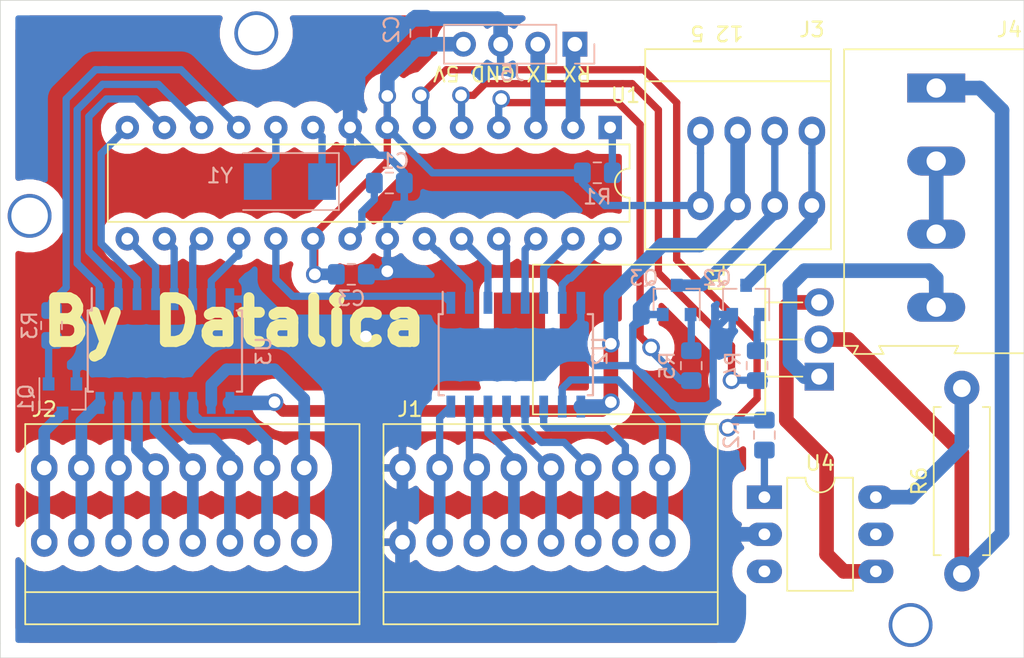
<source format=kicad_pcb>
(kicad_pcb (version 20171130) (host pcbnew 5.1.5-52549c5~84~ubuntu18.04.1)

  (general
    (thickness 1.6)
    (drawings 8)
    (tracks 335)
    (zones 0)
    (modules 23)
    (nets 56)
  )

  (page A4)
  (layers
    (0 F.Cu signal hide)
    (31 B.Cu signal hide)
    (32 B.Adhes user)
    (33 F.Adhes user)
    (34 B.Paste user)
    (35 F.Paste user)
    (36 B.SilkS user)
    (37 F.SilkS user)
    (38 B.Mask user)
    (39 F.Mask user)
    (40 Dwgs.User user)
    (41 Cmts.User user)
    (42 Eco1.User user)
    (43 Eco2.User user)
    (44 Edge.Cuts user)
    (45 Margin user)
    (46 B.CrtYd user)
    (47 F.CrtYd user)
    (48 B.Fab user hide)
    (49 F.Fab user hide)
  )

  (setup
    (last_trace_width 0.8)
    (user_trace_width 0.5)
    (user_trace_width 0.8)
    (user_trace_width 1)
    (trace_clearance 0.2)
    (zone_clearance 0.508)
    (zone_45_only no)
    (trace_min 0.2)
    (via_size 0.8)
    (via_drill 0.4)
    (via_min_size 0.4)
    (via_min_drill 0.3)
    (user_via 1.2 0.8)
    (uvia_size 0.3)
    (uvia_drill 0.1)
    (uvias_allowed no)
    (uvia_min_size 0.2)
    (uvia_min_drill 0.1)
    (edge_width 0.05)
    (segment_width 0.2)
    (pcb_text_width 0.3)
    (pcb_text_size 1.5 1.5)
    (mod_edge_width 0.12)
    (mod_text_size 1 1)
    (mod_text_width 0.15)
    (pad_size 3.5 3.5)
    (pad_drill 3.5)
    (pad_to_mask_clearance 0.051)
    (solder_mask_min_width 0.25)
    (aux_axis_origin 0 0)
    (visible_elements FFFFFF7F)
    (pcbplotparams
      (layerselection 0x010fc_ffffffff)
      (usegerberextensions false)
      (usegerberattributes false)
      (usegerberadvancedattributes false)
      (creategerberjobfile false)
      (excludeedgelayer true)
      (linewidth 0.100000)
      (plotframeref false)
      (viasonmask false)
      (mode 1)
      (useauxorigin false)
      (hpglpennumber 1)
      (hpglpenspeed 20)
      (hpglpendiameter 15.000000)
      (psnegative false)
      (psa4output false)
      (plotreference true)
      (plotvalue true)
      (plotinvisibletext false)
      (padsonsilk false)
      (subtractmaskfromsilk false)
      (outputformat 1)
      (mirror false)
      (drillshape 1)
      (scaleselection 1)
      (outputdirectory ""))
  )

  (net 0 "")
  (net 1 "Net-(C1-Pad1)")
  (net 2 GND)
  (net 3 "Net-(D1-Pad1)")
  (net 4 "Net-(D1-Pad2)")
  (net 5 "Net-(D1-Pad3)")
  (net 6 VO8)
  (net 7 VO7)
  (net 8 VO6)
  (net 9 VO5)
  (net 10 VO4)
  (net 11 VO3)
  (net 12 VO2)
  (net 13 VO1)
  (net 14 VO9)
  (net 15 VO10)
  (net 16 LO1)
  (net 17 LO2)
  (net 18 LO3)
  (net 19 LO4)
  (net 20 L05)
  (net 21 MO2)
  (net 22 MO1)
  (net 23 +5V)
  (net 24 +12V)
  (net 25 "Net-(J4-Pad2)")
  (net 26 "Net-(Q1-Pad1)")
  (net 27 "Net-(Q2-Pad1)")
  (net 28 "Net-(Q3-Pad1)")
  (net 29 "Net-(R1-Pad2)")
  (net 30 Calentador)
  (net 31 "Net-(R2-Pad1)")
  (net 32 L5)
  (net 33 M1)
  (net 34 M2)
  (net 35 "Net-(R6-Pad2)")
  (net 36 RX)
  (net 37 V10)
  (net 38 TX)
  (net 39 V9)
  (net 40 L1)
  (net 41 V8)
  (net 42 L2)
  (net 43 V7)
  (net 44 L3)
  (net 45 "Net-(U1-Pad9)")
  (net 46 V6)
  (net 47 "Net-(U1-Pad10)")
  (net 48 V5)
  (net 49 L4)
  (net 50 V4)
  (net 51 V3)
  (net 52 V2)
  (net 53 V1)
  (net 54 "Net-(U4-Pad5)")
  (net 55 "Net-(U4-Pad3)")

  (net_class Default "This is the default net class."
    (clearance 0.2)
    (trace_width 0.25)
    (via_dia 0.8)
    (via_drill 0.4)
    (uvia_dia 0.3)
    (uvia_drill 0.1)
    (add_net +12V)
    (add_net +5V)
    (add_net Calentador)
    (add_net GND)
    (add_net L05)
    (add_net L1)
    (add_net L2)
    (add_net L3)
    (add_net L4)
    (add_net L5)
    (add_net LO1)
    (add_net LO2)
    (add_net LO3)
    (add_net LO4)
    (add_net M1)
    (add_net M2)
    (add_net MO1)
    (add_net MO2)
    (add_net "Net-(C1-Pad1)")
    (add_net "Net-(D1-Pad1)")
    (add_net "Net-(D1-Pad2)")
    (add_net "Net-(D1-Pad3)")
    (add_net "Net-(J4-Pad2)")
    (add_net "Net-(Q1-Pad1)")
    (add_net "Net-(Q2-Pad1)")
    (add_net "Net-(Q3-Pad1)")
    (add_net "Net-(R1-Pad2)")
    (add_net "Net-(R2-Pad1)")
    (add_net "Net-(R6-Pad2)")
    (add_net "Net-(U1-Pad10)")
    (add_net "Net-(U1-Pad9)")
    (add_net "Net-(U4-Pad3)")
    (add_net "Net-(U4-Pad5)")
    (add_net RX)
    (add_net TX)
    (add_net V1)
    (add_net V10)
    (add_net V2)
    (add_net V3)
    (add_net V4)
    (add_net V5)
    (add_net V6)
    (add_net V7)
    (add_net V8)
    (add_net V9)
    (add_net VO1)
    (add_net VO10)
    (add_net VO2)
    (add_net VO3)
    (add_net VO4)
    (add_net VO5)
    (add_net VO6)
    (add_net VO7)
    (add_net VO8)
    (add_net VO9)
  )

  (module Package_TO_SOT_THT:TO-220-3_Horizontal_TabDown (layer F.Cu) (tedit 5E3DEB30) (tstamp 5E3E3817)
    (at 142 126.75 90)
    (descr "TO-220-3, Horizontal, RM 2.54mm, see https://www.vishay.com/docs/66542/to-220-1.pdf")
    (tags "TO-220-3 Horizontal RM 2.54mm")
    (path /5E5C995B)
    (fp_text reference D1 (at 6.75 -7 90) (layer F.SilkS)
      (effects (font (size 1 1) (thickness 0.15)))
    )
    (fp_text value BTA16 (at 2.54 2 90) (layer F.Fab)
      (effects (font (size 1 1) (thickness 0.15)))
    )
    (fp_text user %R (at 2.54 -20.58 90) (layer F.Fab)
      (effects (font (size 1 1) (thickness 0.15)))
    )
    (fp_line (start 7.79 -19.71) (end -2.71 -19.71) (layer F.CrtYd) (width 0.05))
    (fp_line (start 7.79 1.25) (end 7.79 -19.71) (layer F.CrtYd) (width 0.05))
    (fp_line (start -2.71 1.25) (end 7.79 1.25) (layer F.CrtYd) (width 0.05))
    (fp_line (start -2.71 -19.71) (end -2.71 1.25) (layer F.CrtYd) (width 0.05))
    (fp_line (start 5.08 -3.69) (end 5.08 -1.15) (layer F.SilkS) (width 0.12))
    (fp_line (start 2.54 -3.69) (end 2.54 -1.15) (layer F.SilkS) (width 0.12))
    (fp_line (start 0 -3.69) (end 0 -1.15) (layer F.SilkS) (width 0.12))
    (fp_line (start 7.66 -19.58) (end 7.66 -3.69) (layer F.SilkS) (width 0.12))
    (fp_line (start -2.58 -19.58) (end -2.58 -3.69) (layer F.SilkS) (width 0.12))
    (fp_line (start -2.58 -19.58) (end 7.66 -19.58) (layer F.SilkS) (width 0.12))
    (fp_line (start -2.58 -3.69) (end 7.66 -3.69) (layer F.SilkS) (width 0.12))
    (fp_line (start 5.08 -3.81) (end 5.08 0) (layer F.Fab) (width 0.1))
    (fp_line (start 2.54 -3.81) (end 2.54 0) (layer F.Fab) (width 0.1))
    (fp_line (start 0 -3.81) (end 0 0) (layer F.Fab) (width 0.1))
    (fp_line (start 7.54 -3.81) (end -2.46 -3.81) (layer F.Fab) (width 0.1))
    (fp_line (start 7.54 -13.06) (end 7.54 -3.81) (layer F.Fab) (width 0.1))
    (fp_line (start -2.46 -13.06) (end 7.54 -13.06) (layer F.Fab) (width 0.1))
    (fp_line (start -2.46 -3.81) (end -2.46 -13.06) (layer F.Fab) (width 0.1))
    (fp_line (start 7.54 -13.06) (end -2.46 -13.06) (layer F.Fab) (width 0.1))
    (fp_line (start 7.54 -19.46) (end 7.54 -13.06) (layer F.Fab) (width 0.1))
    (fp_line (start -2.46 -19.46) (end 7.54 -19.46) (layer F.Fab) (width 0.1))
    (fp_line (start -2.46 -13.06) (end -2.46 -19.46) (layer F.Fab) (width 0.1))
    (fp_circle (center 2.54 -16.66) (end 4.39 -16.66) (layer F.Fab) (width 0.1))
    (pad 3 thru_hole oval (at 5.08 0 90) (size 1.905 2) (drill 1.1) (layers *.Cu *.Mask)
      (net 5 "Net-(D1-Pad3)"))
    (pad 2 thru_hole oval (at 2.54 0 90) (size 1.905 2) (drill 1.1) (layers *.Cu *.Mask)
      (net 4 "Net-(D1-Pad2)"))
    (pad 1 thru_hole rect (at 0 0 90) (size 1.905 2) (drill 1.1) (layers *.Cu *.Mask)
      (net 3 "Net-(D1-Pad1)"))
    (pad "" smd rect (at 2.75 -20.5 90) (size 6 3.5) (layers F.Cu F.Paste F.Mask))
    (model ${KISYS3DMOD}/Package_TO_SOT_THT.3dshapes/TO-220-3_Horizontal_TabDown.wrl
      (at (xyz 0 0 0))
      (scale (xyz 1 1 1))
      (rotate (xyz 0 0 0))
    )
  )

  (module Package_SO:SOIC-16W_5.3x10.2mm_P1.27mm (layer B.Cu) (tedit 5A02F2D3) (tstamp 5E3E47C6)
    (at 121.25 125.25 270)
    (descr "16-Lead Plastic Small Outline (SO) - Wide, 5.3 mm Body (http://www.ti.com/lit/ml/msop002a/msop002a.pdf)")
    (tags "SOIC 1.27")
    (path /5E3C7DDB)
    (attr smd)
    (fp_text reference U2 (at -0.25 -5.75 270) (layer B.SilkS)
      (effects (font (size 1 1) (thickness 0.15)) (justify mirror))
    )
    (fp_text value ULN2003 (at 0 -6.2 270) (layer B.Fab)
      (effects (font (size 1 1) (thickness 0.15)) (justify mirror))
    )
    (fp_line (start -2.775 5) (end -4.3 5) (layer B.SilkS) (width 0.15))
    (fp_line (start -2.775 -5.275) (end 2.775 -5.275) (layer B.SilkS) (width 0.15))
    (fp_line (start -2.775 5.275) (end 2.775 5.275) (layer B.SilkS) (width 0.15))
    (fp_line (start -2.775 -5.275) (end -2.775 -4.92) (layer B.SilkS) (width 0.15))
    (fp_line (start 2.775 -5.275) (end 2.775 -4.92) (layer B.SilkS) (width 0.15))
    (fp_line (start 2.775 5.275) (end 2.775 4.92) (layer B.SilkS) (width 0.15))
    (fp_line (start -2.775 5.275) (end -2.775 5) (layer B.SilkS) (width 0.15))
    (fp_line (start -4.55 -5.45) (end 4.55 -5.45) (layer B.CrtYd) (width 0.05))
    (fp_line (start -4.55 5.45) (end 4.55 5.45) (layer B.CrtYd) (width 0.05))
    (fp_line (start 4.55 5.45) (end 4.55 -5.45) (layer B.CrtYd) (width 0.05))
    (fp_line (start -4.55 5.45) (end -4.55 -5.45) (layer B.CrtYd) (width 0.05))
    (fp_line (start -2.65 4.1) (end -1.65 5.1) (layer B.Fab) (width 0.15))
    (fp_line (start -2.65 -5.1) (end -2.65 4.1) (layer B.Fab) (width 0.15))
    (fp_line (start 2.65 -5.1) (end -2.65 -5.1) (layer B.Fab) (width 0.15))
    (fp_line (start 2.65 5.1) (end 2.65 -5.1) (layer B.Fab) (width 0.15))
    (fp_line (start -1.65 5.1) (end 2.65 5.1) (layer B.Fab) (width 0.15))
    (fp_text user %R (at 0 0 270) (layer B.Fab)
      (effects (font (size 1 1) (thickness 0.15)) (justify mirror))
    )
    (pad 16 smd rect (at 3.55 4.445 270) (size 1.5 0.6) (layers B.Cu B.Paste B.Mask)
      (net 13 VO1))
    (pad 15 smd rect (at 3.55 3.175 270) (size 1.5 0.6) (layers B.Cu B.Paste B.Mask)
      (net 12 VO2))
    (pad 14 smd rect (at 3.55 1.905 270) (size 1.5 0.6) (layers B.Cu B.Paste B.Mask)
      (net 11 VO3))
    (pad 13 smd rect (at 3.55 0.635 270) (size 1.5 0.6) (layers B.Cu B.Paste B.Mask)
      (net 10 VO4))
    (pad 12 smd rect (at 3.55 -0.635 270) (size 1.5 0.6) (layers B.Cu B.Paste B.Mask)
      (net 9 VO5))
    (pad 11 smd rect (at 3.55 -1.905 270) (size 1.5 0.6) (layers B.Cu B.Paste B.Mask)
      (net 8 VO6))
    (pad 10 smd rect (at 3.55 -3.175 270) (size 1.5 0.6) (layers B.Cu B.Paste B.Mask)
      (net 7 VO7))
    (pad 9 smd rect (at 3.55 -4.445 270) (size 1.5 0.6) (layers B.Cu B.Paste B.Mask)
      (net 24 +12V))
    (pad 8 smd rect (at -3.55 -4.445 270) (size 1.5 0.6) (layers B.Cu B.Paste B.Mask)
      (net 2 GND))
    (pad 7 smd rect (at -3.55 -3.175 270) (size 1.5 0.6) (layers B.Cu B.Paste B.Mask)
      (net 53 V1))
    (pad 6 smd rect (at -3.55 -1.905 270) (size 1.5 0.6) (layers B.Cu B.Paste B.Mask)
      (net 52 V2))
    (pad 5 smd rect (at -3.55 -0.635 270) (size 1.5 0.6) (layers B.Cu B.Paste B.Mask)
      (net 51 V3))
    (pad 4 smd rect (at -3.55 0.635 270) (size 1.5 0.6) (layers B.Cu B.Paste B.Mask)
      (net 50 V4))
    (pad 3 smd rect (at -3.55 1.905 270) (size 1.5 0.6) (layers B.Cu B.Paste B.Mask)
      (net 48 V5))
    (pad 2 smd rect (at -3.55 3.175 270) (size 1.5 0.6) (layers B.Cu B.Paste B.Mask)
      (net 46 V6))
    (pad 1 smd rect (at -3.55 4.445 270) (size 1.5 0.6) (layers B.Cu B.Paste B.Mask)
      (net 43 V7))
    (model ${KISYS3DMOD}/Package_SO.3dshapes/SOIC-16W_5.3x10.2mm_P1.27mm.wrl
      (at (xyz 0 0 0))
      (scale (xyz 1 1 1))
      (rotate (xyz 0 0 0))
    )
  )

  (module potenciaFootprints:BorneraKF141R_8Pins (layer F.Cu) (tedit 5E3DAAF8) (tstamp 5E3E3849)
    (at 89 130)
    (path /5E508A88)
    (fp_text reference J2 (at 0 -1.016) (layer F.SilkS)
      (effects (font (size 1 1) (thickness 0.15)))
    )
    (fp_text value "Bornera Resorte" (at 6.6294 -1.0922) (layer F.Fab)
      (effects (font (size 1 1) (thickness 0.15)))
    )
    (fp_line (start -1.3 11.5) (end 21.56 11.5) (layer F.SilkS) (width 0.12))
    (fp_line (start 21.56 0) (end -1.3 0) (layer F.SilkS) (width 0.12))
    (fp_line (start 21.56 13.7) (end 21.56 0) (layer F.SilkS) (width 0.12))
    (fp_line (start -1.3 13.7) (end 21.56 13.7) (layer F.SilkS) (width 0.12))
    (fp_line (start -1.3 0) (end -1.3 13.7) (layer F.SilkS) (width 0.12))
    (pad 8 thru_hole oval (at 17.78 8.08 90) (size 2 1.8) (drill oval 1) (layers *.Cu *.Mask)
      (net 6 VO8))
    (pad 8 thru_hole oval (at 17.78 3 90) (size 2 1.8) (drill oval 1) (layers *.Cu *.Mask)
      (net 6 VO8))
    (pad 7 thru_hole oval (at 15.24 3 90) (size 2 1.8) (drill oval 1) (layers *.Cu *.Mask)
      (net 14 VO9))
    (pad 7 thru_hole oval (at 15.24 8.08 90) (size 2 1.8) (drill oval 1) (layers *.Cu *.Mask)
      (net 14 VO9))
    (pad 6 thru_hole oval (at 12.7 8.08 90) (size 2 1.8) (drill oval 1) (layers *.Cu *.Mask)
      (net 15 VO10))
    (pad 6 thru_hole oval (at 12.7 3 90) (size 2 1.8) (drill oval 1) (layers *.Cu *.Mask)
      (net 15 VO10))
    (pad 5 thru_hole oval (at 10.16 8.08 90) (size 2 1.8) (drill oval 1) (layers *.Cu *.Mask)
      (net 16 LO1))
    (pad 5 thru_hole oval (at 10.16 3 90) (size 2 1.8) (drill oval 1) (layers *.Cu *.Mask)
      (net 16 LO1))
    (pad 4 thru_hole oval (at 7.62 8.08 90) (size 2 1.8) (drill oval 1) (layers *.Cu *.Mask)
      (net 17 LO2))
    (pad 4 thru_hole oval (at 7.62 3 90) (size 2 1.8) (drill oval 1) (layers *.Cu *.Mask)
      (net 17 LO2))
    (pad 3 thru_hole oval (at 5.08 8.08 90) (size 2 1.8) (drill oval 1) (layers *.Cu *.Mask)
      (net 18 LO3))
    (pad 3 thru_hole oval (at 5.08 3 90) (size 2 1.8) (drill oval 1) (layers *.Cu *.Mask)
      (net 18 LO3))
    (pad 2 thru_hole oval (at 2.54 8.08 90) (size 2 1.8) (drill oval 1) (layers *.Cu *.Mask)
      (net 19 LO4))
    (pad 2 thru_hole oval (at 2.54 3 90) (size 2 1.8) (drill oval 1) (layers *.Cu *.Mask)
      (net 19 LO4))
    (pad 1 thru_hole oval (at 0 8.08 90) (size 2 1.8) (drill oval 1) (layers *.Cu *.Mask)
      (net 20 L05))
    (pad 1 thru_hole oval (at 0 3 90) (size 2 1.8) (drill oval 1) (layers *.Cu *.Mask)
      (net 20 L05))
  )

  (module Capacitor_SMD:C_0805_2012Metric_Pad1.15x1.40mm_HandSolder (layer B.Cu) (tedit 5B36C52B) (tstamp 5E3E6CE8)
    (at 112.6 113.5)
    (descr "Capacitor SMD 0805 (2012 Metric), square (rectangular) end terminal, IPC_7351 nominal with elongated pad for handsoldering. (Body size source: https://docs.google.com/spreadsheets/d/1BsfQQcO9C6DZCsRaXUlFlo91Tg2WpOkGARC1WS5S8t0/edit?usp=sharing), generated with kicad-footprint-generator")
    (tags "capacitor handsolder")
    (path /5E3D6A43)
    (attr smd)
    (fp_text reference C1 (at 0.4 -1.5) (layer B.SilkS)
      (effects (font (size 1 1) (thickness 0.15)) (justify mirror))
    )
    (fp_text value 100nF (at 0 -1.65) (layer B.Fab)
      (effects (font (size 1 1) (thickness 0.15)) (justify mirror))
    )
    (fp_text user %R (at 0 0) (layer B.Fab)
      (effects (font (size 0.5 0.5) (thickness 0.08)) (justify mirror))
    )
    (fp_line (start 1.85 -0.95) (end -1.85 -0.95) (layer B.CrtYd) (width 0.05))
    (fp_line (start 1.85 0.95) (end 1.85 -0.95) (layer B.CrtYd) (width 0.05))
    (fp_line (start -1.85 0.95) (end 1.85 0.95) (layer B.CrtYd) (width 0.05))
    (fp_line (start -1.85 -0.95) (end -1.85 0.95) (layer B.CrtYd) (width 0.05))
    (fp_line (start -0.261252 -0.71) (end 0.261252 -0.71) (layer B.SilkS) (width 0.12))
    (fp_line (start -0.261252 0.71) (end 0.261252 0.71) (layer B.SilkS) (width 0.12))
    (fp_line (start 1 -0.6) (end -1 -0.6) (layer B.Fab) (width 0.1))
    (fp_line (start 1 0.6) (end 1 -0.6) (layer B.Fab) (width 0.1))
    (fp_line (start -1 0.6) (end 1 0.6) (layer B.Fab) (width 0.1))
    (fp_line (start -1 -0.6) (end -1 0.6) (layer B.Fab) (width 0.1))
    (pad 2 smd roundrect (at 1.025 0) (size 1.15 1.4) (layers B.Cu B.Paste B.Mask) (roundrect_rratio 0.217391)
      (net 2 GND))
    (pad 1 smd roundrect (at -1.025 0) (size 1.15 1.4) (layers B.Cu B.Paste B.Mask) (roundrect_rratio 0.217391)
      (net 1 "Net-(C1-Pad1)"))
    (model ${KISYS3DMOD}/Capacitor_SMD.3dshapes/C_0805_2012Metric.wrl
      (at (xyz 0 0 0))
      (scale (xyz 1 1 1))
      (rotate (xyz 0 0 0))
    )
  )

  (module potenciaFootprints:BorneraKF141R_8Pins (layer F.Cu) (tedit 5E3DAAF8) (tstamp 5E3E3830)
    (at 113.5 130)
    (path /5E507E00)
    (fp_text reference J1 (at 0.5 -1.016) (layer F.SilkS)
      (effects (font (size 1 1) (thickness 0.15)))
    )
    (fp_text value "Bornera Resorte" (at 6.6294 -1.0922) (layer F.Fab)
      (effects (font (size 1 1) (thickness 0.15)))
    )
    (fp_line (start -1.3 11.5) (end 21.56 11.5) (layer F.SilkS) (width 0.12))
    (fp_line (start 21.56 0) (end -1.3 0) (layer F.SilkS) (width 0.12))
    (fp_line (start 21.56 13.7) (end 21.56 0) (layer F.SilkS) (width 0.12))
    (fp_line (start -1.3 13.7) (end 21.56 13.7) (layer F.SilkS) (width 0.12))
    (fp_line (start -1.3 0) (end -1.3 13.7) (layer F.SilkS) (width 0.12))
    (pad 8 thru_hole oval (at 17.78 8.08 90) (size 2 1.8) (drill oval 1) (layers *.Cu *.Mask)
      (net 7 VO7))
    (pad 8 thru_hole oval (at 17.78 3 90) (size 2 1.8) (drill oval 1) (layers *.Cu *.Mask)
      (net 7 VO7))
    (pad 7 thru_hole oval (at 15.24 3 90) (size 2 1.8) (drill oval 1) (layers *.Cu *.Mask)
      (net 8 VO6))
    (pad 7 thru_hole oval (at 15.24 8.08 90) (size 2 1.8) (drill oval 1) (layers *.Cu *.Mask)
      (net 8 VO6))
    (pad 6 thru_hole oval (at 12.7 8.08 90) (size 2 1.8) (drill oval 1) (layers *.Cu *.Mask)
      (net 9 VO5))
    (pad 6 thru_hole oval (at 12.7 3 90) (size 2 1.8) (drill oval 1) (layers *.Cu *.Mask)
      (net 9 VO5))
    (pad 5 thru_hole oval (at 10.16 8.08 90) (size 2 1.8) (drill oval 1) (layers *.Cu *.Mask)
      (net 10 VO4))
    (pad 5 thru_hole oval (at 10.16 3 90) (size 2 1.8) (drill oval 1) (layers *.Cu *.Mask)
      (net 10 VO4))
    (pad 4 thru_hole oval (at 7.62 8.08 90) (size 2 1.8) (drill oval 1) (layers *.Cu *.Mask)
      (net 11 VO3))
    (pad 4 thru_hole oval (at 7.62 3 90) (size 2 1.8) (drill oval 1) (layers *.Cu *.Mask)
      (net 11 VO3))
    (pad 3 thru_hole oval (at 5.08 8.08 90) (size 2 1.8) (drill oval 1) (layers *.Cu *.Mask)
      (net 12 VO2))
    (pad 3 thru_hole oval (at 5.08 3 90) (size 2 1.8) (drill oval 1) (layers *.Cu *.Mask)
      (net 12 VO2))
    (pad 2 thru_hole oval (at 2.54 8.08 90) (size 2 1.8) (drill oval 1) (layers *.Cu *.Mask)
      (net 13 VO1))
    (pad 2 thru_hole oval (at 2.54 3 90) (size 2 1.8) (drill oval 1) (layers *.Cu *.Mask)
      (net 13 VO1))
    (pad 1 thru_hole oval (at 0 8.08 90) (size 2 1.8) (drill oval 1) (layers *.Cu *.Mask)
      (net 2 GND))
    (pad 1 thru_hole oval (at 0 3 90) (size 2 1.8) (drill oval 1) (layers *.Cu *.Mask)
      (net 2 GND))
  )

  (module potenciaFootprints:BorneraKF141R_4Pins (layer F.Cu) (tedit 5E3DE2AF) (tstamp 5E3E385A)
    (at 141.5 118 180)
    (path /5E605B6B)
    (fp_text reference J3 (at 0 15) (layer F.SilkS)
      (effects (font (size 1 1) (thickness 0.15)))
    )
    (fp_text value "Bornera Resorte" (at 0 -0.5) (layer F.Fab)
      (effects (font (size 1 1) (thickness 0.15)))
    )
    (fp_line (start 11.4 13.6619) (end 11.4 -0.0381) (layer F.SilkS) (width 0.12))
    (fp_line (start -1.3 11.4619) (end 11.4 11.4619) (layer F.SilkS) (width 0.12))
    (fp_line (start 11.4 -0.0381) (end -1.3 -0.0381) (layer F.SilkS) (width 0.12))
    (fp_line (start -1.3 13.6619) (end 11.4 13.6619) (layer F.SilkS) (width 0.12))
    (fp_line (start -1.3 -0.0381) (end -1.3 13.6619) (layer F.SilkS) (width 0.12))
    (pad 1 thru_hole oval (at 0 8.0419 270) (size 2 1.8) (drill oval 1) (layers *.Cu *.Mask)
      (net 22 MO1))
    (pad 3 thru_hole oval (at 5.08 2.9619 270) (size 2 1.8) (drill oval 1) (layers *.Cu *.Mask)
      (net 24 +12V))
    (pad 4 thru_hole oval (at 7.62 8.0419 270) (size 2 1.8) (drill oval 1) (layers *.Cu *.Mask)
      (net 23 +5V))
    (pad 3 thru_hole oval (at 5.08 8.0419 270) (size 2 1.8) (drill oval 1) (layers *.Cu *.Mask)
      (net 24 +12V))
    (pad 4 thru_hole oval (at 7.62 2.9619 270) (size 2 1.8) (drill oval 1) (layers *.Cu *.Mask)
      (net 23 +5V))
    (pad 2 thru_hole oval (at 2.54 2.9619 270) (size 2 1.8) (drill oval 1) (layers *.Cu *.Mask)
      (net 21 MO2))
    (pad 1 thru_hole oval (at 0 2.9619 270) (size 2 1.8) (drill oval 1) (layers *.Cu *.Mask)
      (net 22 MO1))
    (pad 2 thru_hole oval (at 2.54 8.0419 270) (size 2 1.8) (drill oval 1) (layers *.Cu *.Mask)
      (net 21 MO2))
    (model "${KIPRJMOD}/User Library-DG141R-4-2_54.STEP"
      (offset (xyz 12 0 12.5))
      (scale (xyz 1 1 1))
      (rotate (xyz 0 0 180))
    )
  )

  (module TerminalBlock:TerminalBlock_Altech_AK300-4_P5.00mm (layer F.Cu) (tedit 59FF0306) (tstamp 5E3E38F4)
    (at 150 107 270)
    (descr "Altech AK300 terminal block, pitch 5.0mm, 45 degree angled, see http://www.mouser.com/ds/2/16/PCBMETRC-24178.pdf")
    (tags "Altech AK300 terminal block pitch 5.0mm")
    (path /5E5DB82C)
    (fp_text reference J4 (at -4 -5 180) (layer F.SilkS)
      (effects (font (size 1 1) (thickness 0.15)))
    )
    (fp_text value "Bornera 4 pines" (at 7.45 7.45 90) (layer F.Fab)
      (effects (font (size 1 1) (thickness 0.15)))
    )
    (fp_arc (start -1.16 -4.65) (end -1.44 -4.13) (angle 104.2) (layer F.Fab) (width 0.1))
    (fp_arc (start -0.04 -3.71) (end -1.64 -5) (angle 100) (layer F.Fab) (width 0.1))
    (fp_arc (start 0.04 -6.07) (end 1.5 -4.12) (angle 75.5) (layer F.Fab) (width 0.1))
    (fp_arc (start 1 -4.59) (end 1.51 -5.05) (angle 90.5) (layer F.Fab) (width 0.1))
    (fp_arc (start 3.85 -4.65) (end 3.56 -4.13) (angle 104.2) (layer F.Fab) (width 0.1))
    (fp_arc (start 4.96 -3.71) (end 3.36 -5) (angle 100) (layer F.Fab) (width 0.1))
    (fp_arc (start 5.04 -6.07) (end 6.5 -4.12) (angle 75.5) (layer F.Fab) (width 0.1))
    (fp_arc (start 6.01 -4.59) (end 6.51 -5.05) (angle 90.5) (layer F.Fab) (width 0.1))
    (fp_arc (start 16.02 -4.59) (end 16.52 -5.05) (angle 90.5) (layer F.Fab) (width 0.1))
    (fp_arc (start 15.05 -6.07) (end 16.51 -4.12) (angle 75.5) (layer F.Fab) (width 0.1))
    (fp_arc (start 14.97 -3.71) (end 13.37 -5) (angle 100) (layer F.Fab) (width 0.1))
    (fp_arc (start 13.86 -4.65) (end 13.57 -4.13) (angle 104.2) (layer F.Fab) (width 0.1))
    (fp_arc (start 8.83 -4.65) (end 8.54 -4.13) (angle 104.2) (layer F.Fab) (width 0.1))
    (fp_arc (start 9.94 -3.71) (end 8.34 -5) (angle 100) (layer F.Fab) (width 0.1))
    (fp_arc (start 10.02 -6.07) (end 11.48 -4.12) (angle 75.5) (layer F.Fab) (width 0.1))
    (fp_arc (start 10.99 -4.59) (end 11.49 -5.05) (angle 90.5) (layer F.Fab) (width 0.1))
    (fp_line (start 18.35 6.47) (end -2.83 6.47) (layer F.CrtYd) (width 0.05))
    (fp_line (start 18.35 6.47) (end 18.35 -6.47) (layer F.CrtYd) (width 0.05))
    (fp_line (start -2.83 -6.47) (end -2.83 6.47) (layer F.CrtYd) (width 0.05))
    (fp_line (start -2.83 -6.47) (end 18.35 -6.47) (layer F.CrtYd) (width 0.05))
    (fp_line (start 3.34 -0.25) (end 6.64 -0.25) (layer F.Fab) (width 0.1))
    (fp_line (start 2.96 -0.25) (end 3.34 -0.25) (layer F.Fab) (width 0.1))
    (fp_line (start 7.02 -0.25) (end 6.64 -0.25) (layer F.Fab) (width 0.1))
    (fp_line (start 1.64 -0.25) (end -1.67 -0.25) (layer F.Fab) (width 0.1))
    (fp_line (start 2.02 -0.25) (end 1.64 -0.25) (layer F.Fab) (width 0.1))
    (fp_line (start -2.05 -0.25) (end -1.67 -0.25) (layer F.Fab) (width 0.1))
    (fp_line (start -1.51 -4.32) (end 1.53 -4.95) (layer F.Fab) (width 0.1))
    (fp_line (start -1.64 -4.45) (end 1.41 -5.08) (layer F.Fab) (width 0.1))
    (fp_line (start 3.49 -4.32) (end 6.54 -4.95) (layer F.Fab) (width 0.1))
    (fp_line (start 3.36 -4.45) (end 6.41 -5.08) (layer F.Fab) (width 0.1))
    (fp_line (start 2.02 -5.97) (end -2.05 -5.97) (layer F.Fab) (width 0.1))
    (fp_line (start -2.05 -3.43) (end -2.05 -5.97) (layer F.Fab) (width 0.1))
    (fp_line (start 2.02 -3.43) (end -2.05 -3.43) (layer F.Fab) (width 0.1))
    (fp_line (start 2.02 -3.43) (end 2.02 -5.97) (layer F.Fab) (width 0.1))
    (fp_line (start 7.02 -3.43) (end 2.96 -3.43) (layer F.Fab) (width 0.1))
    (fp_line (start 7.02 -5.97) (end 7.02 -3.43) (layer F.Fab) (width 0.1))
    (fp_line (start 2.96 -5.97) (end 7.02 -5.97) (layer F.Fab) (width 0.1))
    (fp_line (start 2.96 -3.43) (end 2.96 -5.97) (layer F.Fab) (width 0.1))
    (fp_line (start -2.58 -3.17) (end -2.58 -6.22) (layer F.Fab) (width 0.1))
    (fp_line (start -2.58 -0.64) (end -2.58 -3.17) (layer F.Fab) (width 0.1))
    (fp_line (start -2.58 6.22) (end -2.58 -0.64) (layer F.Fab) (width 0.1))
    (fp_line (start 6.64 0.51) (end 6.26 0.51) (layer F.Fab) (width 0.1))
    (fp_line (start 3.34 0.51) (end 3.72 0.51) (layer F.Fab) (width 0.1))
    (fp_line (start 1.64 0.51) (end 1.26 0.51) (layer F.Fab) (width 0.1))
    (fp_line (start -1.67 0.51) (end -1.28 0.51) (layer F.Fab) (width 0.1))
    (fp_line (start -1.67 3.68) (end -1.67 0.51) (layer F.Fab) (width 0.1))
    (fp_line (start 1.64 3.68) (end -1.67 3.68) (layer F.Fab) (width 0.1))
    (fp_line (start 1.64 3.68) (end 1.64 0.51) (layer F.Fab) (width 0.1))
    (fp_line (start 3.34 3.68) (end 3.34 0.51) (layer F.Fab) (width 0.1))
    (fp_line (start 6.64 3.68) (end 3.34 3.68) (layer F.Fab) (width 0.1))
    (fp_line (start 6.64 3.68) (end 6.64 0.51) (layer F.Fab) (width 0.1))
    (fp_line (start -2.05 4.32) (end -2.05 6.22) (layer F.Fab) (width 0.1))
    (fp_line (start 2.02 4.32) (end 2.02 -0.25) (layer F.Fab) (width 0.1))
    (fp_line (start 2.02 4.32) (end -2.05 4.32) (layer F.Fab) (width 0.1))
    (fp_line (start 7.02 4.32) (end 7.02 6.22) (layer F.Fab) (width 0.1))
    (fp_line (start 2.96 4.32) (end 2.96 -0.25) (layer F.Fab) (width 0.1))
    (fp_line (start 2.96 4.32) (end 7.02 4.32) (layer F.Fab) (width 0.1))
    (fp_line (start -2.05 6.22) (end 2.02 6.22) (layer F.Fab) (width 0.1))
    (fp_line (start -2.58 6.22) (end -2.05 6.22) (layer F.Fab) (width 0.1))
    (fp_line (start -2.05 -0.25) (end -2.05 4.32) (layer F.Fab) (width 0.1))
    (fp_line (start 2.02 6.22) (end 2.96 6.22) (layer F.Fab) (width 0.1))
    (fp_line (start 2.02 6.22) (end 2.02 4.32) (layer F.Fab) (width 0.1))
    (fp_line (start 2.96 6.22) (end 7.02 6.22) (layer F.Fab) (width 0.1))
    (fp_line (start 7.02 -0.25) (end 7.02 4.32) (layer F.Fab) (width 0.1))
    (fp_line (start 2.96 6.22) (end 2.96 4.32) (layer F.Fab) (width 0.1))
    (fp_line (start 12.95 4.06) (end 12.95 5.21) (layer F.Fab) (width 0.1))
    (fp_line (start 12.95 5.21) (end 12.95 6.22) (layer F.Fab) (width 0.1))
    (fp_line (start 3.72 2.54) (end 3.72 -0.25) (layer F.Fab) (width 0.1))
    (fp_line (start 3.72 -0.25) (end 6.26 -0.25) (layer F.Fab) (width 0.1))
    (fp_line (start 6.26 2.54) (end 6.26 -0.25) (layer F.Fab) (width 0.1))
    (fp_line (start 3.72 2.54) (end 6.26 2.54) (layer F.Fab) (width 0.1))
    (fp_line (start -1.28 2.54) (end -1.28 -0.25) (layer F.Fab) (width 0.1))
    (fp_line (start -1.28 -0.25) (end 1.26 -0.25) (layer F.Fab) (width 0.1))
    (fp_line (start 1.26 2.54) (end 1.26 -0.25) (layer F.Fab) (width 0.1))
    (fp_line (start -1.28 2.54) (end 1.26 2.54) (layer F.Fab) (width 0.1))
    (fp_line (start 13.73 2.54) (end 16.27 2.54) (layer F.Fab) (width 0.1))
    (fp_line (start 16.27 2.54) (end 16.27 -0.25) (layer F.Fab) (width 0.1))
    (fp_line (start 13.73 -0.25) (end 16.27 -0.25) (layer F.Fab) (width 0.1))
    (fp_line (start 13.73 2.54) (end 13.73 -0.25) (layer F.Fab) (width 0.1))
    (fp_line (start 17.59 -6.22) (end 17.59 -3.17) (layer F.Fab) (width 0.1))
    (fp_line (start 17.59 -6.22) (end 18.1 -6.22) (layer F.Fab) (width 0.1))
    (fp_line (start 18.1 -6.22) (end 18.1 -1.4) (layer F.Fab) (width 0.1))
    (fp_line (start 18.1 -1.4) (end 17.59 -1.65) (layer F.Fab) (width 0.1))
    (fp_line (start 18.1 5.46) (end 17.59 5.21) (layer F.Fab) (width 0.1))
    (fp_line (start 17.59 5.21) (end 17.59 6.22) (layer F.Fab) (width 0.1))
    (fp_line (start 18.1 3.81) (end 17.59 4.06) (layer F.Fab) (width 0.1))
    (fp_line (start 17.59 4.06) (end 17.59 5.21) (layer F.Fab) (width 0.1))
    (fp_line (start 18.1 3.81) (end 18.1 5.46) (layer F.Fab) (width 0.1))
    (fp_line (start 12.97 6.22) (end 12.97 4.32) (layer F.Fab) (width 0.1))
    (fp_line (start 17.03 -0.25) (end 17.03 4.32) (layer F.Fab) (width 0.1))
    (fp_line (start 17.03 6.22) (end 17.59 6.22) (layer F.Fab) (width 0.1))
    (fp_line (start 12.97 4.32) (end 17.03 4.32) (layer F.Fab) (width 0.1))
    (fp_line (start 17.03 4.32) (end 17.03 6.22) (layer F.Fab) (width 0.1))
    (fp_line (start 16.65 3.68) (end 16.65 0.51) (layer F.Fab) (width 0.1))
    (fp_line (start 16.65 3.68) (end 13.35 3.68) (layer F.Fab) (width 0.1))
    (fp_line (start 13.35 3.68) (end 13.35 0.51) (layer F.Fab) (width 0.1))
    (fp_line (start 13.35 0.51) (end 13.73 0.51) (layer F.Fab) (width 0.1))
    (fp_line (start 16.65 0.51) (end 16.27 0.51) (layer F.Fab) (width 0.1))
    (fp_line (start 17.59 -1.65) (end 17.59 -0.64) (layer F.Fab) (width 0.1))
    (fp_line (start 17.59 -0.64) (end 17.59 4.06) (layer F.Fab) (width 0.1))
    (fp_line (start 17.59 -3.17) (end 17.59 -1.65) (layer F.Fab) (width 0.1))
    (fp_line (start 12.97 -3.43) (end 12.97 -5.97) (layer F.Fab) (width 0.1))
    (fp_line (start 12.97 -5.97) (end 17.03 -5.97) (layer F.Fab) (width 0.1))
    (fp_line (start 17.03 -5.97) (end 17.03 -3.43) (layer F.Fab) (width 0.1))
    (fp_line (start 17.03 -3.43) (end 12.97 -3.43) (layer F.Fab) (width 0.1))
    (fp_line (start 13.37 -4.45) (end 16.42 -5.08) (layer F.Fab) (width 0.1))
    (fp_line (start 13.5 -4.32) (end 16.55 -4.95) (layer F.Fab) (width 0.1))
    (fp_line (start 17.03 -0.25) (end 16.65 -0.25) (layer F.Fab) (width 0.1))
    (fp_line (start 12.97 -0.25) (end 13.35 -0.25) (layer F.Fab) (width 0.1))
    (fp_line (start 13.35 -0.25) (end 16.65 -0.25) (layer F.Fab) (width 0.1))
    (fp_line (start 12.95 4) (end 12.95 -0.25) (layer F.Fab) (width 0.1))
    (fp_line (start 12.66 -0.64) (end -2.52 -0.64) (layer F.Fab) (width 0.1))
    (fp_line (start 17.74 -6.22) (end -2.58 -6.22) (layer F.Fab) (width 0.1))
    (fp_line (start 17.59 -3.05) (end -2.58 -3.05) (layer F.Fab) (width 0.1))
    (fp_line (start 13.17 6.22) (end 7.07 6.22) (layer F.Fab) (width 0.1))
    (fp_line (start 16.95 6.22) (end 13.02 6.22) (layer F.Fab) (width 0.1))
    (fp_line (start 7.99 -0.25) (end 12.05 -0.25) (layer F.Fab) (width 0.1))
    (fp_line (start 7.99 6.22) (end 7.99 -0.25) (layer F.Fab) (width 0.1))
    (fp_line (start 12.51 -0.64) (end 17.59 -0.64) (layer F.Fab) (width 0.1))
    (fp_line (start 11.67 0.51) (end 11.29 0.51) (layer F.Fab) (width 0.1))
    (fp_line (start 11.67 3.68) (end 11.67 0.51) (layer F.Fab) (width 0.1))
    (fp_line (start 8.37 3.68) (end 11.67 3.68) (layer F.Fab) (width 0.1))
    (fp_line (start 8.37 0.51) (end 8.37 3.68) (layer F.Fab) (width 0.1))
    (fp_line (start 8.37 0.51) (end 8.75 0.51) (layer F.Fab) (width 0.1))
    (fp_line (start 12.05 6.22) (end 12.05 -0.25) (layer F.Fab) (width 0.1))
    (fp_line (start 7.99 4.32) (end 12.05 4.32) (layer F.Fab) (width 0.1))
    (fp_line (start 8.47 -4.32) (end 11.52 -4.95) (layer F.Fab) (width 0.1))
    (fp_line (start 8.34 -4.45) (end 11.39 -5.08) (layer F.Fab) (width 0.1))
    (fp_line (start 12 -3.43) (end 7.94 -3.43) (layer F.Fab) (width 0.1))
    (fp_line (start 12 -5.97) (end 12 -3.43) (layer F.Fab) (width 0.1))
    (fp_line (start 7.94 -5.97) (end 12 -5.97) (layer F.Fab) (width 0.1))
    (fp_line (start 7.94 -3.43) (end 7.94 -5.97) (layer F.Fab) (width 0.1))
    (fp_line (start 11.29 2.54) (end 11.29 -0.25) (layer F.Fab) (width 0.1))
    (fp_line (start 8.75 2.54) (end 11.29 2.54) (layer F.Fab) (width 0.1))
    (fp_line (start 8.75 -0.25) (end 8.75 2.54) (layer F.Fab) (width 0.1))
    (fp_line (start -2.65 6.3) (end -2.65 -6.3) (layer F.SilkS) (width 0.12))
    (fp_line (start 17.65 6.3) (end -2.65 6.3) (layer F.SilkS) (width 0.12))
    (fp_line (start 17.65 5.35) (end 17.65 6.3) (layer F.SilkS) (width 0.12))
    (fp_line (start 18.2 5.65) (end 17.65 5.35) (layer F.SilkS) (width 0.12))
    (fp_line (start 18.2 3.6) (end 18.2 5.65) (layer F.SilkS) (width 0.12))
    (fp_line (start 17.65 3.9) (end 18.2 3.6) (layer F.SilkS) (width 0.12))
    (fp_line (start 17.65 -1.5) (end 17.65 3.9) (layer F.SilkS) (width 0.12))
    (fp_line (start 18.15 -1.25) (end 17.65 -1.5) (layer F.SilkS) (width 0.12))
    (fp_line (start 18.15 -6.3) (end 18.15 -1.25) (layer F.SilkS) (width 0.12))
    (fp_line (start -2.65 -6.3) (end 18.15 -6.3) (layer F.SilkS) (width 0.12))
    (fp_text user %R (at 7.5 -2 90) (layer F.Fab)
      (effects (font (size 1 1) (thickness 0.15)))
    )
    (pad 3 thru_hole oval (at 10 0 270) (size 1.98 3.96) (drill 1.32) (layers *.Cu *.Mask)
      (net 25 "Net-(J4-Pad2)"))
    (pad 4 thru_hole oval (at 15 0 270) (size 1.98 3.96) (drill 1.32) (layers *.Cu *.Mask)
      (net 3 "Net-(D1-Pad1)"))
    (pad 2 thru_hole oval (at 5 0 270) (size 1.98 3.96) (drill 1.32) (layers *.Cu *.Mask)
      (net 25 "Net-(J4-Pad2)"))
    (pad 1 thru_hole rect (at 0 0 270) (size 1.98 3.96) (drill 1.32) (layers *.Cu *.Mask)
      (net 4 "Net-(D1-Pad2)"))
    (model ${KISYS3DMOD}/TerminalBlock_Altech.3dshapes/Altech_AK300_1x04_P5.00mm_45-Degree.step
      (offset (xyz 15 0 0))
      (scale (xyz 1 1 1))
      (rotate (xyz 0 0 180))
    )
  )

  (module Package_TO_SOT_SMD:SOT-23 (layer B.Cu) (tedit 5A02FF57) (tstamp 5E3E3909)
    (at 90.25 128.25 270)
    (descr "SOT-23, Standard")
    (tags SOT-23)
    (path /5E4CCD1B)
    (attr smd)
    (fp_text reference Q1 (at 0 2.5 270) (layer B.SilkS)
      (effects (font (size 1 1) (thickness 0.15)) (justify mirror))
    )
    (fp_text value MMBT2222 (at 0 -2.5 270) (layer B.Fab)
      (effects (font (size 1 1) (thickness 0.15)) (justify mirror))
    )
    (fp_line (start 0.76 -1.58) (end -0.7 -1.58) (layer B.SilkS) (width 0.12))
    (fp_line (start 0.76 1.58) (end -1.4 1.58) (layer B.SilkS) (width 0.12))
    (fp_line (start -1.7 -1.75) (end -1.7 1.75) (layer B.CrtYd) (width 0.05))
    (fp_line (start 1.7 -1.75) (end -1.7 -1.75) (layer B.CrtYd) (width 0.05))
    (fp_line (start 1.7 1.75) (end 1.7 -1.75) (layer B.CrtYd) (width 0.05))
    (fp_line (start -1.7 1.75) (end 1.7 1.75) (layer B.CrtYd) (width 0.05))
    (fp_line (start 0.76 1.58) (end 0.76 0.65) (layer B.SilkS) (width 0.12))
    (fp_line (start 0.76 -1.58) (end 0.76 -0.65) (layer B.SilkS) (width 0.12))
    (fp_line (start -0.7 -1.52) (end 0.7 -1.52) (layer B.Fab) (width 0.1))
    (fp_line (start 0.7 1.52) (end 0.7 -1.52) (layer B.Fab) (width 0.1))
    (fp_line (start -0.7 0.95) (end -0.15 1.52) (layer B.Fab) (width 0.1))
    (fp_line (start -0.15 1.52) (end 0.7 1.52) (layer B.Fab) (width 0.1))
    (fp_line (start -0.7 0.95) (end -0.7 -1.5) (layer B.Fab) (width 0.1))
    (fp_text user %R (at 0 0) (layer B.Fab)
      (effects (font (size 0.5 0.5) (thickness 0.075)) (justify mirror))
    )
    (pad 3 smd rect (at 1 0 270) (size 0.9 0.8) (layers B.Cu B.Paste B.Mask)
      (net 20 L05))
    (pad 2 smd rect (at -1 -0.95 270) (size 0.9 0.8) (layers B.Cu B.Paste B.Mask)
      (net 2 GND))
    (pad 1 smd rect (at -1 0.95 270) (size 0.9 0.8) (layers B.Cu B.Paste B.Mask)
      (net 26 "Net-(Q1-Pad1)"))
    (model ${KISYS3DMOD}/Package_TO_SOT_SMD.3dshapes/SOT-23.wrl
      (at (xyz 0 0 0))
      (scale (xyz 1 1 1))
      (rotate (xyz 0 0 0))
    )
  )

  (module Package_TO_SOT_SMD:SOT-23 (layer B.Cu) (tedit 5A02FF57) (tstamp 5E3E391E)
    (at 137 121.5 90)
    (descr "SOT-23, Standard")
    (tags SOT-23)
    (path /5E4E8A72)
    (attr smd)
    (fp_text reference Q2 (at 1.5 -2 180) (layer B.SilkS)
      (effects (font (size 1 1) (thickness 0.15)) (justify mirror))
    )
    (fp_text value MMBT2222 (at 0 -2.5 90) (layer B.Fab)
      (effects (font (size 1 1) (thickness 0.15)) (justify mirror))
    )
    (fp_line (start 0.76 -1.58) (end -0.7 -1.58) (layer B.SilkS) (width 0.12))
    (fp_line (start 0.76 1.58) (end -1.4 1.58) (layer B.SilkS) (width 0.12))
    (fp_line (start -1.7 -1.75) (end -1.7 1.75) (layer B.CrtYd) (width 0.05))
    (fp_line (start 1.7 -1.75) (end -1.7 -1.75) (layer B.CrtYd) (width 0.05))
    (fp_line (start 1.7 1.75) (end 1.7 -1.75) (layer B.CrtYd) (width 0.05))
    (fp_line (start -1.7 1.75) (end 1.7 1.75) (layer B.CrtYd) (width 0.05))
    (fp_line (start 0.76 1.58) (end 0.76 0.65) (layer B.SilkS) (width 0.12))
    (fp_line (start 0.76 -1.58) (end 0.76 -0.65) (layer B.SilkS) (width 0.12))
    (fp_line (start -0.7 -1.52) (end 0.7 -1.52) (layer B.Fab) (width 0.1))
    (fp_line (start 0.7 1.52) (end 0.7 -1.52) (layer B.Fab) (width 0.1))
    (fp_line (start -0.7 0.95) (end -0.15 1.52) (layer B.Fab) (width 0.1))
    (fp_line (start -0.15 1.52) (end 0.7 1.52) (layer B.Fab) (width 0.1))
    (fp_line (start -0.7 0.95) (end -0.7 -1.5) (layer B.Fab) (width 0.1))
    (fp_text user %R (at 0 0 180) (layer B.Fab)
      (effects (font (size 0.5 0.5) (thickness 0.075)) (justify mirror))
    )
    (pad 3 smd rect (at 1 0 90) (size 0.9 0.8) (layers B.Cu B.Paste B.Mask)
      (net 22 MO1))
    (pad 2 smd rect (at -1 -0.95 90) (size 0.9 0.8) (layers B.Cu B.Paste B.Mask)
      (net 2 GND))
    (pad 1 smd rect (at -1 0.95 90) (size 0.9 0.8) (layers B.Cu B.Paste B.Mask)
      (net 27 "Net-(Q2-Pad1)"))
    (model ${KISYS3DMOD}/Package_TO_SOT_SMD.3dshapes/SOT-23.wrl
      (at (xyz 0 0 0))
      (scale (xyz 1 1 1))
      (rotate (xyz 0 0 0))
    )
  )

  (module Package_TO_SOT_SMD:SOT-23 (layer B.Cu) (tedit 5A02FF57) (tstamp 5E3E3933)
    (at 132.25 121.5 90)
    (descr "SOT-23, Standard")
    (tags SOT-23)
    (path /5E4EAFB5)
    (attr smd)
    (fp_text reference Q3 (at 1.5 -2.25) (layer B.SilkS)
      (effects (font (size 1 1) (thickness 0.15)) (justify mirror))
    )
    (fp_text value MMBT2222 (at 0 -2.5 270) (layer B.Fab)
      (effects (font (size 1 1) (thickness 0.15)) (justify mirror))
    )
    (fp_line (start 0.76 -1.58) (end -0.7 -1.58) (layer B.SilkS) (width 0.12))
    (fp_line (start 0.76 1.58) (end -1.4 1.58) (layer B.SilkS) (width 0.12))
    (fp_line (start -1.7 -1.75) (end -1.7 1.75) (layer B.CrtYd) (width 0.05))
    (fp_line (start 1.7 -1.75) (end -1.7 -1.75) (layer B.CrtYd) (width 0.05))
    (fp_line (start 1.7 1.75) (end 1.7 -1.75) (layer B.CrtYd) (width 0.05))
    (fp_line (start -1.7 1.75) (end 1.7 1.75) (layer B.CrtYd) (width 0.05))
    (fp_line (start 0.76 1.58) (end 0.76 0.65) (layer B.SilkS) (width 0.12))
    (fp_line (start 0.76 -1.58) (end 0.76 -0.65) (layer B.SilkS) (width 0.12))
    (fp_line (start -0.7 -1.52) (end 0.7 -1.52) (layer B.Fab) (width 0.1))
    (fp_line (start 0.7 1.52) (end 0.7 -1.52) (layer B.Fab) (width 0.1))
    (fp_line (start -0.7 0.95) (end -0.15 1.52) (layer B.Fab) (width 0.1))
    (fp_line (start -0.15 1.52) (end 0.7 1.52) (layer B.Fab) (width 0.1))
    (fp_line (start -0.7 0.95) (end -0.7 -1.5) (layer B.Fab) (width 0.1))
    (fp_text user %R (at 0 0) (layer B.Fab)
      (effects (font (size 0.5 0.5) (thickness 0.075)) (justify mirror))
    )
    (pad 3 smd rect (at 1 0 90) (size 0.9 0.8) (layers B.Cu B.Paste B.Mask)
      (net 21 MO2))
    (pad 2 smd rect (at -1 -0.95 90) (size 0.9 0.8) (layers B.Cu B.Paste B.Mask)
      (net 2 GND))
    (pad 1 smd rect (at -1 0.95 90) (size 0.9 0.8) (layers B.Cu B.Paste B.Mask)
      (net 28 "Net-(Q3-Pad1)"))
    (model ${KISYS3DMOD}/Package_TO_SOT_SMD.3dshapes/SOT-23.wrl
      (at (xyz 0 0 0))
      (scale (xyz 1 1 1))
      (rotate (xyz 0 0 0))
    )
  )

  (module Resistor_SMD:R_0805_2012Metric_Pad1.15x1.40mm_HandSolder (layer B.Cu) (tedit 5B36C52B) (tstamp 5E3E3944)
    (at 126.825 112.8)
    (descr "Resistor SMD 0805 (2012 Metric), square (rectangular) end terminal, IPC_7351 nominal with elongated pad for handsoldering. (Body size source: https://docs.google.com/spreadsheets/d/1BsfQQcO9C6DZCsRaXUlFlo91Tg2WpOkGARC1WS5S8t0/edit?usp=sharing), generated with kicad-footprint-generator")
    (tags "resistor handsolder")
    (path /5E3E5FDE)
    (attr smd)
    (fp_text reference R1 (at 0 1.65) (layer B.SilkS)
      (effects (font (size 1 1) (thickness 0.15)) (justify mirror))
    )
    (fp_text value 10K (at 0 -1.65) (layer B.Fab)
      (effects (font (size 1 1) (thickness 0.15)) (justify mirror))
    )
    (fp_text user %R (at 0 0) (layer B.Fab)
      (effects (font (size 0.5 0.5) (thickness 0.08)) (justify mirror))
    )
    (fp_line (start 1.85 -0.95) (end -1.85 -0.95) (layer B.CrtYd) (width 0.05))
    (fp_line (start 1.85 0.95) (end 1.85 -0.95) (layer B.CrtYd) (width 0.05))
    (fp_line (start -1.85 0.95) (end 1.85 0.95) (layer B.CrtYd) (width 0.05))
    (fp_line (start -1.85 -0.95) (end -1.85 0.95) (layer B.CrtYd) (width 0.05))
    (fp_line (start -0.261252 -0.71) (end 0.261252 -0.71) (layer B.SilkS) (width 0.12))
    (fp_line (start -0.261252 0.71) (end 0.261252 0.71) (layer B.SilkS) (width 0.12))
    (fp_line (start 1 -0.6) (end -1 -0.6) (layer B.Fab) (width 0.1))
    (fp_line (start 1 0.6) (end 1 -0.6) (layer B.Fab) (width 0.1))
    (fp_line (start -1 0.6) (end 1 0.6) (layer B.Fab) (width 0.1))
    (fp_line (start -1 -0.6) (end -1 0.6) (layer B.Fab) (width 0.1))
    (pad 2 smd roundrect (at 1.025 0) (size 1.15 1.4) (layers B.Cu B.Paste B.Mask) (roundrect_rratio 0.217391)
      (net 29 "Net-(R1-Pad2)"))
    (pad 1 smd roundrect (at -1.025 0) (size 1.15 1.4) (layers B.Cu B.Paste B.Mask) (roundrect_rratio 0.217391)
      (net 23 +5V))
    (model ${KISYS3DMOD}/Resistor_SMD.3dshapes/R_0805_2012Metric.wrl
      (at (xyz 0 0 0))
      (scale (xyz 1 1 1))
      (rotate (xyz 0 0 0))
    )
  )

  (module Resistor_SMD:R_0805_2012Metric_Pad1.15x1.40mm_HandSolder (layer B.Cu) (tedit 5B36C52B) (tstamp 5E3E3955)
    (at 138.25 130.75 90)
    (descr "Resistor SMD 0805 (2012 Metric), square (rectangular) end terminal, IPC_7351 nominal with elongated pad for handsoldering. (Body size source: https://docs.google.com/spreadsheets/d/1BsfQQcO9C6DZCsRaXUlFlo91Tg2WpOkGARC1WS5S8t0/edit?usp=sharing), generated with kicad-footprint-generator")
    (tags "resistor handsolder")
    (path /5E5BCA57)
    (attr smd)
    (fp_text reference R2 (at 0 -2.25 90) (layer B.SilkS)
      (effects (font (size 1 1) (thickness 0.15)) (justify mirror))
    )
    (fp_text value 470 (at 0 -1.65 90) (layer B.Fab)
      (effects (font (size 1 1) (thickness 0.15)) (justify mirror))
    )
    (fp_text user %R (at 0 0 90) (layer B.Fab)
      (effects (font (size 0.5 0.5) (thickness 0.08)) (justify mirror))
    )
    (fp_line (start 1.85 -0.95) (end -1.85 -0.95) (layer B.CrtYd) (width 0.05))
    (fp_line (start 1.85 0.95) (end 1.85 -0.95) (layer B.CrtYd) (width 0.05))
    (fp_line (start -1.85 0.95) (end 1.85 0.95) (layer B.CrtYd) (width 0.05))
    (fp_line (start -1.85 -0.95) (end -1.85 0.95) (layer B.CrtYd) (width 0.05))
    (fp_line (start -0.261252 -0.71) (end 0.261252 -0.71) (layer B.SilkS) (width 0.12))
    (fp_line (start -0.261252 0.71) (end 0.261252 0.71) (layer B.SilkS) (width 0.12))
    (fp_line (start 1 -0.6) (end -1 -0.6) (layer B.Fab) (width 0.1))
    (fp_line (start 1 0.6) (end 1 -0.6) (layer B.Fab) (width 0.1))
    (fp_line (start -1 0.6) (end 1 0.6) (layer B.Fab) (width 0.1))
    (fp_line (start -1 -0.6) (end -1 0.6) (layer B.Fab) (width 0.1))
    (pad 2 smd roundrect (at 1.025 0 90) (size 1.15 1.4) (layers B.Cu B.Paste B.Mask) (roundrect_rratio 0.217391)
      (net 30 Calentador))
    (pad 1 smd roundrect (at -1.025 0 90) (size 1.15 1.4) (layers B.Cu B.Paste B.Mask) (roundrect_rratio 0.217391)
      (net 31 "Net-(R2-Pad1)"))
    (model ${KISYS3DMOD}/Resistor_SMD.3dshapes/R_0805_2012Metric.wrl
      (at (xyz 0 0 0))
      (scale (xyz 1 1 1))
      (rotate (xyz 0 0 0))
    )
  )

  (module Resistor_SMD:R_0805_2012Metric_Pad1.15x1.40mm_HandSolder (layer B.Cu) (tedit 5B36C52B) (tstamp 5E3EADCE)
    (at 89.5 123.25 90)
    (descr "Resistor SMD 0805 (2012 Metric), square (rectangular) end terminal, IPC_7351 nominal with elongated pad for handsoldering. (Body size source: https://docs.google.com/spreadsheets/d/1BsfQQcO9C6DZCsRaXUlFlo91Tg2WpOkGARC1WS5S8t0/edit?usp=sharing), generated with kicad-footprint-generator")
    (tags "resistor handsolder")
    (path /5E4D596C)
    (attr smd)
    (fp_text reference R3 (at 0 -1.5 90) (layer B.SilkS)
      (effects (font (size 1 1) (thickness 0.15)) (justify mirror))
    )
    (fp_text value 1K (at 0 -1.65 270) (layer B.Fab)
      (effects (font (size 1 1) (thickness 0.15)) (justify mirror))
    )
    (fp_text user %R (at 0 0 270) (layer B.Fab)
      (effects (font (size 0.5 0.5) (thickness 0.08)) (justify mirror))
    )
    (fp_line (start 1.85 -0.95) (end -1.85 -0.95) (layer B.CrtYd) (width 0.05))
    (fp_line (start 1.85 0.95) (end 1.85 -0.95) (layer B.CrtYd) (width 0.05))
    (fp_line (start -1.85 0.95) (end 1.85 0.95) (layer B.CrtYd) (width 0.05))
    (fp_line (start -1.85 -0.95) (end -1.85 0.95) (layer B.CrtYd) (width 0.05))
    (fp_line (start -0.261252 -0.71) (end 0.261252 -0.71) (layer B.SilkS) (width 0.12))
    (fp_line (start -0.261252 0.71) (end 0.261252 0.71) (layer B.SilkS) (width 0.12))
    (fp_line (start 1 -0.6) (end -1 -0.6) (layer B.Fab) (width 0.1))
    (fp_line (start 1 0.6) (end 1 -0.6) (layer B.Fab) (width 0.1))
    (fp_line (start -1 0.6) (end 1 0.6) (layer B.Fab) (width 0.1))
    (fp_line (start -1 -0.6) (end -1 0.6) (layer B.Fab) (width 0.1))
    (pad 2 smd roundrect (at 1.025 0 90) (size 1.15 1.4) (layers B.Cu B.Paste B.Mask) (roundrect_rratio 0.217391)
      (net 32 L5))
    (pad 1 smd roundrect (at -1.025 0 90) (size 1.15 1.4) (layers B.Cu B.Paste B.Mask) (roundrect_rratio 0.217391)
      (net 26 "Net-(Q1-Pad1)"))
    (model ${KISYS3DMOD}/Resistor_SMD.3dshapes/R_0805_2012Metric.wrl
      (at (xyz 0 0 0))
      (scale (xyz 1 1 1))
      (rotate (xyz 0 0 0))
    )
  )

  (module Resistor_SMD:R_0805_2012Metric_Pad1.15x1.40mm_HandSolder (layer B.Cu) (tedit 5B36C52B) (tstamp 5E3E3977)
    (at 137.75 126 270)
    (descr "Resistor SMD 0805 (2012 Metric), square (rectangular) end terminal, IPC_7351 nominal with elongated pad for handsoldering. (Body size source: https://docs.google.com/spreadsheets/d/1BsfQQcO9C6DZCsRaXUlFlo91Tg2WpOkGARC1WS5S8t0/edit?usp=sharing), generated with kicad-footprint-generator")
    (tags "resistor handsolder")
    (path /5E4E8A78)
    (attr smd)
    (fp_text reference R4 (at 0 1.65 270) (layer B.SilkS)
      (effects (font (size 1 1) (thickness 0.15)) (justify mirror))
    )
    (fp_text value 1K (at 0 -1.65 270) (layer B.Fab)
      (effects (font (size 1 1) (thickness 0.15)) (justify mirror))
    )
    (fp_text user %R (at 0 0 270) (layer B.Fab)
      (effects (font (size 0.5 0.5) (thickness 0.08)) (justify mirror))
    )
    (fp_line (start 1.85 -0.95) (end -1.85 -0.95) (layer B.CrtYd) (width 0.05))
    (fp_line (start 1.85 0.95) (end 1.85 -0.95) (layer B.CrtYd) (width 0.05))
    (fp_line (start -1.85 0.95) (end 1.85 0.95) (layer B.CrtYd) (width 0.05))
    (fp_line (start -1.85 -0.95) (end -1.85 0.95) (layer B.CrtYd) (width 0.05))
    (fp_line (start -0.261252 -0.71) (end 0.261252 -0.71) (layer B.SilkS) (width 0.12))
    (fp_line (start -0.261252 0.71) (end 0.261252 0.71) (layer B.SilkS) (width 0.12))
    (fp_line (start 1 -0.6) (end -1 -0.6) (layer B.Fab) (width 0.1))
    (fp_line (start 1 0.6) (end 1 -0.6) (layer B.Fab) (width 0.1))
    (fp_line (start -1 0.6) (end 1 0.6) (layer B.Fab) (width 0.1))
    (fp_line (start -1 -0.6) (end -1 0.6) (layer B.Fab) (width 0.1))
    (pad 2 smd roundrect (at 1.025 0 270) (size 1.15 1.4) (layers B.Cu B.Paste B.Mask) (roundrect_rratio 0.217391)
      (net 33 M1))
    (pad 1 smd roundrect (at -1.025 0 270) (size 1.15 1.4) (layers B.Cu B.Paste B.Mask) (roundrect_rratio 0.217391)
      (net 27 "Net-(Q2-Pad1)"))
    (model ${KISYS3DMOD}/Resistor_SMD.3dshapes/R_0805_2012Metric.wrl
      (at (xyz 0 0 0))
      (scale (xyz 1 1 1))
      (rotate (xyz 0 0 0))
    )
  )

  (module Resistor_SMD:R_0805_2012Metric_Pad1.15x1.40mm_HandSolder (layer B.Cu) (tedit 5B36C52B) (tstamp 5E3E3988)
    (at 133.25 126 270)
    (descr "Resistor SMD 0805 (2012 Metric), square (rectangular) end terminal, IPC_7351 nominal with elongated pad for handsoldering. (Body size source: https://docs.google.com/spreadsheets/d/1BsfQQcO9C6DZCsRaXUlFlo91Tg2WpOkGARC1WS5S8t0/edit?usp=sharing), generated with kicad-footprint-generator")
    (tags "resistor handsolder")
    (path /5E4EAFBB)
    (attr smd)
    (fp_text reference R5 (at 0 1.65 270) (layer B.SilkS)
      (effects (font (size 1 1) (thickness 0.15)) (justify mirror))
    )
    (fp_text value 1K (at 0 -1.65 270) (layer B.Fab)
      (effects (font (size 1 1) (thickness 0.15)) (justify mirror))
    )
    (fp_text user %R (at 0 0 270) (layer B.Fab)
      (effects (font (size 0.5 0.5) (thickness 0.08)) (justify mirror))
    )
    (fp_line (start 1.85 -0.95) (end -1.85 -0.95) (layer B.CrtYd) (width 0.05))
    (fp_line (start 1.85 0.95) (end 1.85 -0.95) (layer B.CrtYd) (width 0.05))
    (fp_line (start -1.85 0.95) (end 1.85 0.95) (layer B.CrtYd) (width 0.05))
    (fp_line (start -1.85 -0.95) (end -1.85 0.95) (layer B.CrtYd) (width 0.05))
    (fp_line (start -0.261252 -0.71) (end 0.261252 -0.71) (layer B.SilkS) (width 0.12))
    (fp_line (start -0.261252 0.71) (end 0.261252 0.71) (layer B.SilkS) (width 0.12))
    (fp_line (start 1 -0.6) (end -1 -0.6) (layer B.Fab) (width 0.1))
    (fp_line (start 1 0.6) (end 1 -0.6) (layer B.Fab) (width 0.1))
    (fp_line (start -1 0.6) (end 1 0.6) (layer B.Fab) (width 0.1))
    (fp_line (start -1 -0.6) (end -1 0.6) (layer B.Fab) (width 0.1))
    (pad 2 smd roundrect (at 1.025 0 270) (size 1.15 1.4) (layers B.Cu B.Paste B.Mask) (roundrect_rratio 0.217391)
      (net 34 M2))
    (pad 1 smd roundrect (at -1.025 0 270) (size 1.15 1.4) (layers B.Cu B.Paste B.Mask) (roundrect_rratio 0.217391)
      (net 28 "Net-(Q3-Pad1)"))
    (model ${KISYS3DMOD}/Resistor_SMD.3dshapes/R_0805_2012Metric.wrl
      (at (xyz 0 0 0))
      (scale (xyz 1 1 1))
      (rotate (xyz 0 0 0))
    )
  )

  (module Resistor_THT:R_Axial_DIN0411_L9.9mm_D3.6mm_P12.70mm_Horizontal (layer F.Cu) (tedit 5AE5139B) (tstamp 5E3EA5EE)
    (at 151.75 140.25 90)
    (descr "Resistor, Axial_DIN0411 series, Axial, Horizontal, pin pitch=12.7mm, 1W, length*diameter=9.9*3.6mm^2")
    (tags "Resistor Axial_DIN0411 series Axial Horizontal pin pitch 12.7mm 1W length 9.9mm diameter 3.6mm")
    (path /5E5CE487)
    (fp_text reference R6 (at 6.35 -2.92 90) (layer F.SilkS)
      (effects (font (size 1 1) (thickness 0.15)))
    )
    (fp_text value 100 (at 6.35 2.92 90) (layer F.Fab)
      (effects (font (size 1 1) (thickness 0.15)))
    )
    (fp_text user %R (at 6.35 0 90) (layer F.Fab)
      (effects (font (size 1 1) (thickness 0.15)))
    )
    (fp_line (start 14.15 -2.05) (end -1.45 -2.05) (layer F.CrtYd) (width 0.05))
    (fp_line (start 14.15 2.05) (end 14.15 -2.05) (layer F.CrtYd) (width 0.05))
    (fp_line (start -1.45 2.05) (end 14.15 2.05) (layer F.CrtYd) (width 0.05))
    (fp_line (start -1.45 -2.05) (end -1.45 2.05) (layer F.CrtYd) (width 0.05))
    (fp_line (start 11.42 1.92) (end 11.42 1.44) (layer F.SilkS) (width 0.12))
    (fp_line (start 1.28 1.92) (end 11.42 1.92) (layer F.SilkS) (width 0.12))
    (fp_line (start 1.28 1.44) (end 1.28 1.92) (layer F.SilkS) (width 0.12))
    (fp_line (start 11.42 -1.92) (end 11.42 -1.44) (layer F.SilkS) (width 0.12))
    (fp_line (start 1.28 -1.92) (end 11.42 -1.92) (layer F.SilkS) (width 0.12))
    (fp_line (start 1.28 -1.44) (end 1.28 -1.92) (layer F.SilkS) (width 0.12))
    (fp_line (start 12.7 0) (end 11.3 0) (layer F.Fab) (width 0.1))
    (fp_line (start 0 0) (end 1.4 0) (layer F.Fab) (width 0.1))
    (fp_line (start 11.3 -1.8) (end 1.4 -1.8) (layer F.Fab) (width 0.1))
    (fp_line (start 11.3 1.8) (end 11.3 -1.8) (layer F.Fab) (width 0.1))
    (fp_line (start 1.4 1.8) (end 11.3 1.8) (layer F.Fab) (width 0.1))
    (fp_line (start 1.4 -1.8) (end 1.4 1.8) (layer F.Fab) (width 0.1))
    (pad 2 thru_hole oval (at 12.7 0 90) (size 2.4 2.4) (drill 1.2) (layers *.Cu *.Mask)
      (net 35 "Net-(R6-Pad2)"))
    (pad 1 thru_hole circle (at 0 0 90) (size 2.4 2.4) (drill 1.2) (layers *.Cu *.Mask)
      (net 4 "Net-(D1-Pad2)"))
    (model ${KISYS3DMOD}/Resistor_THT.3dshapes/R_Axial_DIN0411_L9.9mm_D3.6mm_P12.70mm_Horizontal.wrl
      (at (xyz 0 0 0))
      (scale (xyz 1 1 1))
      (rotate (xyz 0 0 0))
    )
  )

  (module Package_DIP:DIP-28_W7.62mm (layer F.Cu) (tedit 5A02E8C5) (tstamp 5E3E39CF)
    (at 127.7 109.7 270)
    (descr "28-lead though-hole mounted DIP package, row spacing 7.62 mm (300 mils)")
    (tags "THT DIP DIL PDIP 2.54mm 7.62mm 300mil")
    (path /5E3CBA3A)
    (fp_text reference U1 (at -2.2 -1.05) (layer F.SilkS)
      (effects (font (size 1 1) (thickness 0.15)))
    )
    (fp_text value ATmega328-PU (at 3.81 35.35 90) (layer F.Fab)
      (effects (font (size 1 1) (thickness 0.15)))
    )
    (fp_text user %R (at 3.81 16.51 90) (layer F.Fab)
      (effects (font (size 1 1) (thickness 0.15)))
    )
    (fp_line (start 8.7 -1.55) (end -1.1 -1.55) (layer F.CrtYd) (width 0.05))
    (fp_line (start 8.7 34.55) (end 8.7 -1.55) (layer F.CrtYd) (width 0.05))
    (fp_line (start -1.1 34.55) (end 8.7 34.55) (layer F.CrtYd) (width 0.05))
    (fp_line (start -1.1 -1.55) (end -1.1 34.55) (layer F.CrtYd) (width 0.05))
    (fp_line (start 6.46 -1.33) (end 4.81 -1.33) (layer F.SilkS) (width 0.12))
    (fp_line (start 6.46 34.35) (end 6.46 -1.33) (layer F.SilkS) (width 0.12))
    (fp_line (start 1.16 34.35) (end 6.46 34.35) (layer F.SilkS) (width 0.12))
    (fp_line (start 1.16 -1.33) (end 1.16 34.35) (layer F.SilkS) (width 0.12))
    (fp_line (start 2.81 -1.33) (end 1.16 -1.33) (layer F.SilkS) (width 0.12))
    (fp_line (start 0.635 -0.27) (end 1.635 -1.27) (layer F.Fab) (width 0.1))
    (fp_line (start 0.635 34.29) (end 0.635 -0.27) (layer F.Fab) (width 0.1))
    (fp_line (start 6.985 34.29) (end 0.635 34.29) (layer F.Fab) (width 0.1))
    (fp_line (start 6.985 -1.27) (end 6.985 34.29) (layer F.Fab) (width 0.1))
    (fp_line (start 1.635 -1.27) (end 6.985 -1.27) (layer F.Fab) (width 0.1))
    (fp_arc (start 3.81 -1.33) (end 2.81 -1.33) (angle -180) (layer F.SilkS) (width 0.12))
    (pad 28 thru_hole oval (at 7.62 0 270) (size 1.6 1.6) (drill 0.8) (layers *.Cu *.Mask)
      (net 53 V1))
    (pad 14 thru_hole oval (at 0 33.02 270) (size 1.6 1.6) (drill 0.8) (layers *.Cu *.Mask)
      (net 42 L2))
    (pad 27 thru_hole oval (at 7.62 2.54 270) (size 1.6 1.6) (drill 0.8) (layers *.Cu *.Mask)
      (net 52 V2))
    (pad 13 thru_hole oval (at 0 30.48 270) (size 1.6 1.6) (drill 0.8) (layers *.Cu *.Mask)
      (net 44 L3))
    (pad 26 thru_hole oval (at 7.62 5.08 270) (size 1.6 1.6) (drill 0.8) (layers *.Cu *.Mask)
      (net 51 V3))
    (pad 12 thru_hole oval (at 0 27.94 270) (size 1.6 1.6) (drill 0.8) (layers *.Cu *.Mask)
      (net 49 L4))
    (pad 25 thru_hole oval (at 7.62 7.62 270) (size 1.6 1.6) (drill 0.8) (layers *.Cu *.Mask)
      (net 50 V4))
    (pad 11 thru_hole oval (at 0 25.4 270) (size 1.6 1.6) (drill 0.8) (layers *.Cu *.Mask)
      (net 32 L5))
    (pad 24 thru_hole oval (at 7.62 10.16 270) (size 1.6 1.6) (drill 0.8) (layers *.Cu *.Mask)
      (net 48 V5))
    (pad 10 thru_hole oval (at 0 22.86 270) (size 1.6 1.6) (drill 0.8) (layers *.Cu *.Mask)
      (net 47 "Net-(U1-Pad10)"))
    (pad 23 thru_hole oval (at 7.62 12.7 270) (size 1.6 1.6) (drill 0.8) (layers *.Cu *.Mask)
      (net 46 V6))
    (pad 9 thru_hole oval (at 0 20.32 270) (size 1.6 1.6) (drill 0.8) (layers *.Cu *.Mask)
      (net 45 "Net-(U1-Pad9)"))
    (pad 22 thru_hole oval (at 7.62 15.24 270) (size 1.6 1.6) (drill 0.8) (layers *.Cu *.Mask)
      (net 2 GND))
    (pad 8 thru_hole oval (at 0 17.78 270) (size 1.6 1.6) (drill 0.8) (layers *.Cu *.Mask)
      (net 2 GND))
    (pad 21 thru_hole oval (at 7.62 17.78 270) (size 1.6 1.6) (drill 0.8) (layers *.Cu *.Mask)
      (net 1 "Net-(C1-Pad1)"))
    (pad 7 thru_hole oval (at 0 15.24 270) (size 1.6 1.6) (drill 0.8) (layers *.Cu *.Mask)
      (net 23 +5V))
    (pad 20 thru_hole oval (at 7.62 20.32 270) (size 1.6 1.6) (drill 0.8) (layers *.Cu *.Mask)
      (net 23 +5V))
    (pad 6 thru_hole oval (at 0 12.7 270) (size 1.6 1.6) (drill 0.8) (layers *.Cu *.Mask)
      (net 30 Calentador))
    (pad 19 thru_hole oval (at 7.62 22.86 270) (size 1.6 1.6) (drill 0.8) (layers *.Cu *.Mask)
      (net 43 V7))
    (pad 5 thru_hole oval (at 0 10.16 270) (size 1.6 1.6) (drill 0.8) (layers *.Cu *.Mask)
      (net 33 M1))
    (pad 18 thru_hole oval (at 7.62 25.4 270) (size 1.6 1.6) (drill 0.8) (layers *.Cu *.Mask)
      (net 41 V8))
    (pad 4 thru_hole oval (at 0 7.62 270) (size 1.6 1.6) (drill 0.8) (layers *.Cu *.Mask)
      (net 34 M2))
    (pad 17 thru_hole oval (at 7.62 27.94 270) (size 1.6 1.6) (drill 0.8) (layers *.Cu *.Mask)
      (net 39 V9))
    (pad 3 thru_hole oval (at 0 5.08 270) (size 1.6 1.6) (drill 0.8) (layers *.Cu *.Mask)
      (net 38 TX))
    (pad 16 thru_hole oval (at 7.62 30.48 270) (size 1.6 1.6) (drill 0.8) (layers *.Cu *.Mask)
      (net 37 V10))
    (pad 2 thru_hole oval (at 0 2.54 270) (size 1.6 1.6) (drill 0.8) (layers *.Cu *.Mask)
      (net 36 RX))
    (pad 15 thru_hole oval (at 7.62 33.02 270) (size 1.6 1.6) (drill 0.8) (layers *.Cu *.Mask)
      (net 40 L1))
    (pad 1 thru_hole rect (at 0 0 270) (size 1.6 1.6) (drill 0.8) (layers *.Cu *.Mask)
      (net 29 "Net-(R1-Pad2)"))
    (model ${KISYS3DMOD}/Package_DIP.3dshapes/DIP-28_W7.62mm.wrl
      (at (xyz 0 0 0))
      (scale (xyz 1 1 1))
      (rotate (xyz 0 0 0))
    )
  )

  (module Package_DIP:DIP-6_W7.62mm_LongPads (layer F.Cu) (tedit 5A02E8C5) (tstamp 5E3E3A2D)
    (at 138.25 135)
    (descr "6-lead though-hole mounted DIP package, row spacing 7.62 mm (300 mils), LongPads")
    (tags "THT DIP DIL PDIP 2.54mm 7.62mm 300mil LongPads")
    (path /5E5BAAA0)
    (fp_text reference U4 (at 3.81 -2.33) (layer F.SilkS)
      (effects (font (size 1 1) (thickness 0.15)))
    )
    (fp_text value MOC3031M (at 3.81 7.41) (layer F.Fab)
      (effects (font (size 1 1) (thickness 0.15)))
    )
    (fp_text user %R (at 3.81 2.54) (layer F.Fab)
      (effects (font (size 1 1) (thickness 0.15)))
    )
    (fp_line (start 9.1 -1.55) (end -1.45 -1.55) (layer F.CrtYd) (width 0.05))
    (fp_line (start 9.1 6.6) (end 9.1 -1.55) (layer F.CrtYd) (width 0.05))
    (fp_line (start -1.45 6.6) (end 9.1 6.6) (layer F.CrtYd) (width 0.05))
    (fp_line (start -1.45 -1.55) (end -1.45 6.6) (layer F.CrtYd) (width 0.05))
    (fp_line (start 6.06 -1.33) (end 4.81 -1.33) (layer F.SilkS) (width 0.12))
    (fp_line (start 6.06 6.41) (end 6.06 -1.33) (layer F.SilkS) (width 0.12))
    (fp_line (start 1.56 6.41) (end 6.06 6.41) (layer F.SilkS) (width 0.12))
    (fp_line (start 1.56 -1.33) (end 1.56 6.41) (layer F.SilkS) (width 0.12))
    (fp_line (start 2.81 -1.33) (end 1.56 -1.33) (layer F.SilkS) (width 0.12))
    (fp_line (start 0.635 -0.27) (end 1.635 -1.27) (layer F.Fab) (width 0.1))
    (fp_line (start 0.635 6.35) (end 0.635 -0.27) (layer F.Fab) (width 0.1))
    (fp_line (start 6.985 6.35) (end 0.635 6.35) (layer F.Fab) (width 0.1))
    (fp_line (start 6.985 -1.27) (end 6.985 6.35) (layer F.Fab) (width 0.1))
    (fp_line (start 1.635 -1.27) (end 6.985 -1.27) (layer F.Fab) (width 0.1))
    (fp_arc (start 3.81 -1.33) (end 2.81 -1.33) (angle -180) (layer F.SilkS) (width 0.12))
    (pad 6 thru_hole oval (at 7.62 0) (size 2.4 1.6) (drill 0.8) (layers *.Cu *.Mask)
      (net 35 "Net-(R6-Pad2)"))
    (pad 3 thru_hole oval (at 0 5.08) (size 2.4 1.6) (drill 0.8) (layers *.Cu *.Mask)
      (net 55 "Net-(U4-Pad3)"))
    (pad 5 thru_hole oval (at 7.62 2.54) (size 2.4 1.6) (drill 0.8) (layers *.Cu *.Mask)
      (net 54 "Net-(U4-Pad5)"))
    (pad 2 thru_hole oval (at 0 2.54) (size 2.4 1.6) (drill 0.8) (layers *.Cu *.Mask)
      (net 2 GND))
    (pad 4 thru_hole oval (at 7.62 5.08) (size 2.4 1.6) (drill 0.8) (layers *.Cu *.Mask)
      (net 5 "Net-(D1-Pad3)"))
    (pad 1 thru_hole rect (at 0 0) (size 2.4 1.6) (drill 0.8) (layers *.Cu *.Mask)
      (net 31 "Net-(R2-Pad1)"))
    (model ${KISYS3DMOD}/Package_DIP.3dshapes/DIP-6_W7.62mm.wrl
      (at (xyz 0 0 0))
      (scale (xyz 1 1 1))
      (rotate (xyz 0 0 0))
    )
  )

  (module Package_SO:SOIC-16W_5.3x10.2mm_P1.27mm (layer B.Cu) (tedit 5A02F2D3) (tstamp 5E3E47EA)
    (at 97.25 125 270)
    (descr "16-Lead Plastic Small Outline (SO) - Wide, 5.3 mm Body (http://www.ti.com/lit/ml/msop002a/msop002a.pdf)")
    (tags "SOIC 1.27")
    (path /5E46D2D3)
    (attr smd)
    (fp_text reference U3 (at 0 -6.75 270) (layer B.SilkS)
      (effects (font (size 1 1) (thickness 0.15)) (justify mirror))
    )
    (fp_text value ULN2003 (at 0 -6.2 270) (layer B.Fab)
      (effects (font (size 1 1) (thickness 0.15)) (justify mirror))
    )
    (fp_line (start -2.775 5) (end -4.3 5) (layer B.SilkS) (width 0.15))
    (fp_line (start -2.775 -5.275) (end 2.775 -5.275) (layer B.SilkS) (width 0.15))
    (fp_line (start -2.775 5.275) (end 2.775 5.275) (layer B.SilkS) (width 0.15))
    (fp_line (start -2.775 -5.275) (end -2.775 -4.92) (layer B.SilkS) (width 0.15))
    (fp_line (start 2.775 -5.275) (end 2.775 -4.92) (layer B.SilkS) (width 0.15))
    (fp_line (start 2.775 5.275) (end 2.775 4.92) (layer B.SilkS) (width 0.15))
    (fp_line (start -2.775 5.275) (end -2.775 5) (layer B.SilkS) (width 0.15))
    (fp_line (start -4.55 -5.45) (end 4.55 -5.45) (layer B.CrtYd) (width 0.05))
    (fp_line (start -4.55 5.45) (end 4.55 5.45) (layer B.CrtYd) (width 0.05))
    (fp_line (start 4.55 5.45) (end 4.55 -5.45) (layer B.CrtYd) (width 0.05))
    (fp_line (start -4.55 5.45) (end -4.55 -5.45) (layer B.CrtYd) (width 0.05))
    (fp_line (start -2.65 4.1) (end -1.65 5.1) (layer B.Fab) (width 0.15))
    (fp_line (start -2.65 -5.1) (end -2.65 4.1) (layer B.Fab) (width 0.15))
    (fp_line (start 2.65 -5.1) (end -2.65 -5.1) (layer B.Fab) (width 0.15))
    (fp_line (start 2.65 5.1) (end 2.65 -5.1) (layer B.Fab) (width 0.15))
    (fp_line (start -1.65 5.1) (end 2.65 5.1) (layer B.Fab) (width 0.15))
    (fp_text user %R (at 0 0 270) (layer B.Fab)
      (effects (font (size 1 1) (thickness 0.15)) (justify mirror))
    )
    (pad 16 smd rect (at 3.55 4.445 270) (size 1.5 0.6) (layers B.Cu B.Paste B.Mask)
      (net 19 LO4))
    (pad 15 smd rect (at 3.55 3.175 270) (size 1.5 0.6) (layers B.Cu B.Paste B.Mask)
      (net 18 LO3))
    (pad 14 smd rect (at 3.55 1.905 270) (size 1.5 0.6) (layers B.Cu B.Paste B.Mask)
      (net 17 LO2))
    (pad 13 smd rect (at 3.55 0.635 270) (size 1.5 0.6) (layers B.Cu B.Paste B.Mask)
      (net 16 LO1))
    (pad 12 smd rect (at 3.55 -0.635 270) (size 1.5 0.6) (layers B.Cu B.Paste B.Mask)
      (net 15 VO10))
    (pad 11 smd rect (at 3.55 -1.905 270) (size 1.5 0.6) (layers B.Cu B.Paste B.Mask)
      (net 14 VO9))
    (pad 10 smd rect (at 3.55 -3.175 270) (size 1.5 0.6) (layers B.Cu B.Paste B.Mask)
      (net 6 VO8))
    (pad 9 smd rect (at 3.55 -4.445 270) (size 1.5 0.6) (layers B.Cu B.Paste B.Mask)
      (net 24 +12V))
    (pad 8 smd rect (at -3.55 -4.445 270) (size 1.5 0.6) (layers B.Cu B.Paste B.Mask)
      (net 2 GND))
    (pad 7 smd rect (at -3.55 -3.175 270) (size 1.5 0.6) (layers B.Cu B.Paste B.Mask)
      (net 41 V8))
    (pad 6 smd rect (at -3.55 -1.905 270) (size 1.5 0.6) (layers B.Cu B.Paste B.Mask)
      (net 39 V9))
    (pad 5 smd rect (at -3.55 -0.635 270) (size 1.5 0.6) (layers B.Cu B.Paste B.Mask)
      (net 37 V10))
    (pad 4 smd rect (at -3.55 0.635 270) (size 1.5 0.6) (layers B.Cu B.Paste B.Mask)
      (net 40 L1))
    (pad 3 smd rect (at -3.55 1.905 270) (size 1.5 0.6) (layers B.Cu B.Paste B.Mask)
      (net 42 L2))
    (pad 2 smd rect (at -3.55 3.175 270) (size 1.5 0.6) (layers B.Cu B.Paste B.Mask)
      (net 44 L3))
    (pad 1 smd rect (at -3.55 4.445 270) (size 1.5 0.6) (layers B.Cu B.Paste B.Mask)
      (net 49 L4))
    (model ${KISYS3DMOD}/Package_SO.3dshapes/SOIC-16W_5.3x10.2mm_P1.27mm.wrl
      (at (xyz 0 0 0))
      (scale (xyz 1 1 1))
      (rotate (xyz 0 0 0))
    )
  )

  (module Crystal:Crystal_SMD_0603-2Pin_6.0x3.5mm (layer B.Cu) (tedit 5A0FD1B2) (tstamp 5E3E99AD)
    (at 105.8 113.4 180)
    (descr "SMD Crystal SERIES SMD0603/2 http://www.petermann-technik.de/fileadmin/petermann/pdf/SMD0603-2.pdf, 6.0x3.5mm^2 package")
    (tags "SMD SMT crystal")
    (path /5E3DABF8)
    (attr smd)
    (fp_text reference Y1 (at 4.8 0.4) (layer B.SilkS)
      (effects (font (size 1 1) (thickness 0.15)) (justify mirror))
    )
    (fp_text value Crystal (at 0 -2.95) (layer B.Fab)
      (effects (font (size 1 1) (thickness 0.15)) (justify mirror))
    )
    (fp_circle (center 0 0) (end 0.093333 0) (layer B.Adhes) (width 0.186667))
    (fp_circle (center 0 0) (end 0.213333 0) (layer B.Adhes) (width 0.133333))
    (fp_circle (center 0 0) (end 0.333333 0) (layer B.Adhes) (width 0.133333))
    (fp_circle (center 0 0) (end 0.4 0) (layer B.Adhes) (width 0.1))
    (fp_line (start 3.4 2) (end -3.4 2) (layer B.CrtYd) (width 0.05))
    (fp_line (start 3.4 -2) (end 3.4 2) (layer B.CrtYd) (width 0.05))
    (fp_line (start -3.4 -2) (end 3.4 -2) (layer B.CrtYd) (width 0.05))
    (fp_line (start -3.4 2) (end -3.4 -2) (layer B.CrtYd) (width 0.05))
    (fp_line (start -3.35 -1.95) (end 3.2 -1.95) (layer B.SilkS) (width 0.12))
    (fp_line (start -3.35 1.95) (end -3.35 -1.95) (layer B.SilkS) (width 0.12))
    (fp_line (start 3.2 1.95) (end -3.35 1.95) (layer B.SilkS) (width 0.12))
    (fp_line (start -3 -0.75) (end -2 -1.75) (layer B.Fab) (width 0.1))
    (fp_line (start -3 1.65) (end -2.9 1.75) (layer B.Fab) (width 0.1))
    (fp_line (start -3 -1.65) (end -3 1.65) (layer B.Fab) (width 0.1))
    (fp_line (start -2.9 -1.75) (end -3 -1.65) (layer B.Fab) (width 0.1))
    (fp_line (start 2.9 -1.75) (end -2.9 -1.75) (layer B.Fab) (width 0.1))
    (fp_line (start 3 -1.65) (end 2.9 -1.75) (layer B.Fab) (width 0.1))
    (fp_line (start 3 1.65) (end 3 -1.65) (layer B.Fab) (width 0.1))
    (fp_line (start 2.9 1.75) (end 3 1.65) (layer B.Fab) (width 0.1))
    (fp_line (start -2.9 1.75) (end 2.9 1.75) (layer B.Fab) (width 0.1))
    (fp_text user %R (at 0 0) (layer B.Fab)
      (effects (font (size 1 1) (thickness 0.15)) (justify mirror))
    )
    (pad 2 smd rect (at 2.2 0 180) (size 1.9 2.5) (layers B.Cu B.Paste B.Mask)
      (net 47 "Net-(U1-Pad10)"))
    (pad 1 smd rect (at -2.2 0 180) (size 1.9 2.5) (layers B.Cu B.Paste B.Mask)
      (net 45 "Net-(U1-Pad9)"))
    (model ${KISYS3DMOD}/Crystal.3dshapes/Crystal_SMD_0603-2Pin_6.0x3.5mm.wrl
      (at (xyz 0 0 0))
      (scale (xyz 1 1 1))
      (rotate (xyz 0 0 0))
    )
  )

  (module Connector_PinHeader_2.54mm:PinHeader_1x04_P2.54mm_Vertical (layer B.Cu) (tedit 59FED5CC) (tstamp 5E3ECCCA)
    (at 125.29 104 90)
    (descr "Through hole straight pin header, 1x04, 2.54mm pitch, single row")
    (tags "Through hole pin header THT 1x04 2.54mm single row")
    (path /5E58C3BE)
    (fp_text reference J5 (at -2 -4.29) (layer B.SilkS)
      (effects (font (size 1 1) (thickness 0.15)) (justify mirror))
    )
    (fp_text value Header (at 0 -9.95 270) (layer B.Fab)
      (effects (font (size 1 1) (thickness 0.15)) (justify mirror))
    )
    (fp_line (start -0.635 1.27) (end 1.27 1.27) (layer B.Fab) (width 0.1))
    (fp_line (start 1.27 1.27) (end 1.27 -8.89) (layer B.Fab) (width 0.1))
    (fp_line (start 1.27 -8.89) (end -1.27 -8.89) (layer B.Fab) (width 0.1))
    (fp_line (start -1.27 -8.89) (end -1.27 0.635) (layer B.Fab) (width 0.1))
    (fp_line (start -1.27 0.635) (end -0.635 1.27) (layer B.Fab) (width 0.1))
    (fp_line (start -1.33 -8.95) (end 1.33 -8.95) (layer B.SilkS) (width 0.12))
    (fp_line (start -1.33 -1.27) (end -1.33 -8.95) (layer B.SilkS) (width 0.12))
    (fp_line (start 1.33 -1.27) (end 1.33 -8.95) (layer B.SilkS) (width 0.12))
    (fp_line (start -1.33 -1.27) (end 1.33 -1.27) (layer B.SilkS) (width 0.12))
    (fp_line (start -1.33 0) (end -1.33 1.33) (layer B.SilkS) (width 0.12))
    (fp_line (start -1.33 1.33) (end 0 1.33) (layer B.SilkS) (width 0.12))
    (fp_line (start -1.8 1.8) (end -1.8 -9.4) (layer B.CrtYd) (width 0.05))
    (fp_line (start -1.8 -9.4) (end 1.8 -9.4) (layer B.CrtYd) (width 0.05))
    (fp_line (start 1.8 -9.4) (end 1.8 1.8) (layer B.CrtYd) (width 0.05))
    (fp_line (start 1.8 1.8) (end -1.8 1.8) (layer B.CrtYd) (width 0.05))
    (fp_text user %R (at 0 -3.81) (layer B.Fab)
      (effects (font (size 1 1) (thickness 0.15)) (justify mirror))
    )
    (pad 1 thru_hole rect (at 0 0 90) (size 1.7 1.7) (drill 1) (layers *.Cu *.Mask)
      (net 36 RX))
    (pad 2 thru_hole oval (at 0 -2.54 90) (size 1.7 1.7) (drill 1) (layers *.Cu *.Mask)
      (net 38 TX))
    (pad 3 thru_hole oval (at 0 -5.08 90) (size 1.7 1.7) (drill 1) (layers *.Cu *.Mask)
      (net 2 GND))
    (pad 4 thru_hole oval (at 0 -7.62 90) (size 1.7 1.7) (drill 1) (layers *.Cu *.Mask)
      (net 23 +5V))
    (model ${KISYS3DMOD}/Connector_PinHeader_2.54mm.3dshapes/PinHeader_1x04_P2.54mm_Vertical.wrl
      (at (xyz 0 0 0))
      (scale (xyz 1 1 1))
      (rotate (xyz 0 0 0))
    )
  )

  (module Capacitor_SMD:C_0805_2012Metric_Pad1.15x1.40mm_HandSolder (layer B.Cu) (tedit 5B36C52B) (tstamp 5E3F13B1)
    (at 114.75 103.25 90)
    (descr "Capacitor SMD 0805 (2012 Metric), square (rectangular) end terminal, IPC_7351 nominal with elongated pad for handsoldering. (Body size source: https://docs.google.com/spreadsheets/d/1BsfQQcO9C6DZCsRaXUlFlo91Tg2WpOkGARC1WS5S8t0/edit?usp=sharing), generated with kicad-footprint-generator")
    (tags "capacitor handsolder")
    (path /5E61843E)
    (attr smd)
    (fp_text reference C2 (at 0.25 -2 90) (layer B.SilkS)
      (effects (font (size 1 1) (thickness 0.15)) (justify mirror))
    )
    (fp_text value 10uF (at 0 -1.65 90) (layer B.Fab)
      (effects (font (size 1 1) (thickness 0.15)) (justify mirror))
    )
    (fp_line (start -1 -0.6) (end -1 0.6) (layer B.Fab) (width 0.1))
    (fp_line (start -1 0.6) (end 1 0.6) (layer B.Fab) (width 0.1))
    (fp_line (start 1 0.6) (end 1 -0.6) (layer B.Fab) (width 0.1))
    (fp_line (start 1 -0.6) (end -1 -0.6) (layer B.Fab) (width 0.1))
    (fp_line (start -0.261252 0.71) (end 0.261252 0.71) (layer B.SilkS) (width 0.12))
    (fp_line (start -0.261252 -0.71) (end 0.261252 -0.71) (layer B.SilkS) (width 0.12))
    (fp_line (start -1.85 -0.95) (end -1.85 0.95) (layer B.CrtYd) (width 0.05))
    (fp_line (start -1.85 0.95) (end 1.85 0.95) (layer B.CrtYd) (width 0.05))
    (fp_line (start 1.85 0.95) (end 1.85 -0.95) (layer B.CrtYd) (width 0.05))
    (fp_line (start 1.85 -0.95) (end -1.85 -0.95) (layer B.CrtYd) (width 0.05))
    (fp_text user %R (at 0 0 90) (layer B.Fab)
      (effects (font (size 0.5 0.5) (thickness 0.08)) (justify mirror))
    )
    (pad 1 smd roundrect (at -1.025 0 90) (size 1.15 1.4) (layers B.Cu B.Paste B.Mask) (roundrect_rratio 0.217391)
      (net 23 +5V))
    (pad 2 smd roundrect (at 1.025 0 90) (size 1.15 1.4) (layers B.Cu B.Paste B.Mask) (roundrect_rratio 0.217391)
      (net 2 GND))
    (model ${KISYS3DMOD}/Capacitor_SMD.3dshapes/C_0805_2012Metric.wrl
      (at (xyz 0 0 0))
      (scale (xyz 1 1 1))
      (rotate (xyz 0 0 0))
    )
  )

  (module Capacitor_SMD:C_0805_2012Metric_Pad1.15x1.40mm_HandSolder (layer B.Cu) (tedit 5B36C52B) (tstamp 5E3F13C2)
    (at 110 119.75)
    (descr "Capacitor SMD 0805 (2012 Metric), square (rectangular) end terminal, IPC_7351 nominal with elongated pad for handsoldering. (Body size source: https://docs.google.com/spreadsheets/d/1BsfQQcO9C6DZCsRaXUlFlo91Tg2WpOkGARC1WS5S8t0/edit?usp=sharing), generated with kicad-footprint-generator")
    (tags "capacitor handsolder")
    (path /5E61EEBD)
    (attr smd)
    (fp_text reference C3 (at 0 1.65) (layer B.SilkS)
      (effects (font (size 1 1) (thickness 0.15)) (justify mirror))
    )
    (fp_text value 10uF (at 0 -1.65) (layer B.Fab)
      (effects (font (size 1 1) (thickness 0.15)) (justify mirror))
    )
    (fp_text user %R (at 0 0) (layer B.Fab)
      (effects (font (size 0.5 0.5) (thickness 0.08)) (justify mirror))
    )
    (fp_line (start 1.85 -0.95) (end -1.85 -0.95) (layer B.CrtYd) (width 0.05))
    (fp_line (start 1.85 0.95) (end 1.85 -0.95) (layer B.CrtYd) (width 0.05))
    (fp_line (start -1.85 0.95) (end 1.85 0.95) (layer B.CrtYd) (width 0.05))
    (fp_line (start -1.85 -0.95) (end -1.85 0.95) (layer B.CrtYd) (width 0.05))
    (fp_line (start -0.261252 -0.71) (end 0.261252 -0.71) (layer B.SilkS) (width 0.12))
    (fp_line (start -0.261252 0.71) (end 0.261252 0.71) (layer B.SilkS) (width 0.12))
    (fp_line (start 1 -0.6) (end -1 -0.6) (layer B.Fab) (width 0.1))
    (fp_line (start 1 0.6) (end 1 -0.6) (layer B.Fab) (width 0.1))
    (fp_line (start -1 0.6) (end 1 0.6) (layer B.Fab) (width 0.1))
    (fp_line (start -1 -0.6) (end -1 0.6) (layer B.Fab) (width 0.1))
    (pad 2 smd roundrect (at 1.025 0) (size 1.15 1.4) (layers B.Cu B.Paste B.Mask) (roundrect_rratio 0.217391)
      (net 2 GND))
    (pad 1 smd roundrect (at -1.025 0) (size 1.15 1.4) (layers B.Cu B.Paste B.Mask) (roundrect_rratio 0.217391)
      (net 23 +5V))
    (model ${KISYS3DMOD}/Capacitor_SMD.3dshapes/C_0805_2012Metric.wrl
      (at (xyz 0 0 0))
      (scale (xyz 1 1 1))
      (rotate (xyz 0 0 0))
    )
  )

  (gr_text "RX TX GND 5V" (at 121 106 180) (layer F.SilkS)
    (effects (font (size 1 1) (thickness 0.15)))
  )
  (gr_text "12 5" (at 135 103.25 180) (layer F.SilkS)
    (effects (font (size 1 1) (thickness 0.15)))
  )
  (gr_text "By Datalica" (at 102 123) (layer F.SilkS)
    (effects (font (size 3 3) (thickness 0.75)))
  )
  (gr_line (start 86 146) (end 156 146) (layer Edge.Cuts) (width 0.05) (tstamp 5E3EFB84))
  (gr_line (start 86 145) (end 86 146) (layer Edge.Cuts) (width 0.05))
  (gr_line (start 86 101) (end 86 145) (layer Edge.Cuts) (width 0.05))
  (gr_line (start 156 101) (end 86 101) (layer Edge.Cuts) (width 0.05))
  (gr_line (start 156 146) (end 156 101) (layer Edge.Cuts) (width 0.05))

  (via (at 103.5 103.25) (size 3) (drill 2.5) (layers F.Cu B.Cu) (net 0))
  (via (at 148.25 143.75) (size 3) (drill 2.5) (layers F.Cu B.Cu) (net 0))
  (via (at 88 115.75) (size 3) (drill 2.5) (layers F.Cu B.Cu) (net 0))
  (via (at 135.75 130.25) (size 1.2) (drill 0.8) (layers F.Cu B.Cu) (net 30))
  (via (at 114.75 107.5) (size 1.2) (drill 0.8) (layers F.Cu B.Cu) (net 30))
  (segment (start 114.75 107.5) (end 115.349999 106.900001) (width 0.5) (layer F.Cu) (net 30))
  (segment (start 115.349999 106.900001) (end 116.5 105.75) (width 0.5) (layer F.Cu) (net 30))
  (via (at 117.5 107.5) (size 1.2) (drill 0.8) (layers F.Cu B.Cu) (net 33))
  (segment (start 110.719999 116.520001) (end 110.719999 115.480001) (width 0.5) (layer B.Cu) (net 1))
  (segment (start 109.92 117.32) (end 110.719999 116.520001) (width 0.5) (layer B.Cu) (net 1))
  (segment (start 111.575 114.625) (end 111.575 113.5) (width 0.5) (layer B.Cu) (net 1))
  (segment (start 110.719999 115.480001) (end 111.575 114.625) (width 0.5) (layer B.Cu) (net 1))
  (segment (start 112.025 109.65) (end 112.455 110.08) (width 0.5) (layer B.Cu) (net 23))
  (segment (start 109.975 110.14) (end 109.915 110.08) (width 0.5) (layer B.Cu) (net 2))
  (segment (start 112.455 117.7) (end 112.455 116.56863) (width 0.5) (layer B.Cu) (net 2))
  (segment (start 112.46 117.32) (end 112.46 116.14) (width 0.5) (layer B.Cu) (net 2))
  (segment (start 113.625 114.975) (end 113.625 113.5) (width 0.5) (layer B.Cu) (net 2))
  (segment (start 112.46 116.14) (end 113.625 114.975) (width 0.5) (layer B.Cu) (net 2))
  (segment (start 113.625 113.5) (end 113.625 112.8) (width 0.5) (layer B.Cu) (net 2))
  (segment (start 109.92 109.7) (end 111.82 111.6) (width 0.5) (layer B.Cu) (net 2))
  (segment (start 112.425 111.6) (end 113.625 112.8) (width 0.5) (layer B.Cu) (net 2))
  (segment (start 111.82 111.6) (end 112.425 111.6) (width 0.5) (layer B.Cu) (net 2))
  (segment (start 91.2 126.3) (end 93.5 124) (width 0.5) (layer B.Cu) (net 2))
  (segment (start 91.2 127.25) (end 91.2 126.3) (width 0.5) (layer B.Cu) (net 2))
  (segment (start 101.695 123.805) (end 101.695 121.45) (width 0.5) (layer B.Cu) (net 2))
  (segment (start 101.5 124) (end 101.695 123.805) (width 0.5) (layer B.Cu) (net 2))
  (segment (start 125.695 122.95) (end 124.645 124) (width 0.5) (layer B.Cu) (net 2))
  (segment (start 125.695 121.7) (end 125.695 122.95) (width 0.5) (layer B.Cu) (net 2))
  (segment (start 93.5 124) (end 101.25 124) (width 0.5) (layer B.Cu) (net 2))
  (segment (start 101.25 124) (end 101.5 124) (width 0.5) (layer B.Cu) (net 2))
  (segment (start 113.5 126.75) (end 110.75 124) (width 0.5) (layer B.Cu) (net 2))
  (segment (start 113.5 133) (end 113.5 126.75) (width 0.5) (layer B.Cu) (net 2))
  (segment (start 124.645 124) (end 111 124) (width 0.5) (layer B.Cu) (net 2))
  (segment (start 110.75 124) (end 101.25 124) (width 0.5) (layer B.Cu) (net 2))
  (segment (start 111 124) (end 110.75 124) (width 0.5) (layer B.Cu) (net 2) (tstamp 5E3EBC80))
  (via (at 111 124) (size 1.2) (drill 0.8) (layers F.Cu B.Cu) (net 2))
  (segment (start 112.46 122.54) (end 111 124) (width 0.5) (layer F.Cu) (net 2))
  (segment (start 112.46 119.54) (end 112.46 122.54) (width 0.5) (layer F.Cu) (net 2) (tstamp 5E3EBCA8))
  (via (at 112.46 119.54) (size 1.2) (drill 0.8) (layers F.Cu B.Cu) (net 2))
  (segment (start 112.46 119.54) (end 112.46 117.32) (width 0.5) (layer B.Cu) (net 2))
  (segment (start 113.5 138.08) (end 113.5 133) (width 0.8) (layer B.Cu) (net 2))
  (segment (start 113.5 140.08) (end 114.92 141.5) (width 1) (layer B.Cu) (net 2))
  (segment (start 113.5 138.08) (end 113.5 140.08) (width 1) (layer B.Cu) (net 2))
  (segment (start 114.92 141.5) (end 131.25 141.5) (width 1) (layer B.Cu) (net 2))
  (segment (start 135.21 137.54) (end 138.25 137.54) (width 1) (layer B.Cu) (net 2))
  (segment (start 131.25 141.5) (end 135.21 137.54) (width 1) (layer B.Cu) (net 2))
  (segment (start 120.21 102.46) (end 120.21 104) (width 1) (layer B.Cu) (net 2))
  (segment (start 120 102.25) (end 120.21 102.46) (width 1) (layer B.Cu) (net 2))
  (segment (start 114.25 102.25) (end 120 102.25) (width 1) (layer B.Cu) (net 2))
  (segment (start 109.92 109.7) (end 109.92 106.58) (width 1) (layer B.Cu) (net 2))
  (segment (start 109.92 106.58) (end 114.25 102.25) (width 1) (layer B.Cu) (net 2))
  (segment (start 130 122.5) (end 131.3 122.5) (width 0.5) (layer B.Cu) (net 2))
  (segment (start 129.25 123.25) (end 130 122.5) (width 0.5) (layer B.Cu) (net 2))
  (segment (start 129.25 126) (end 129.25 123.25) (width 0.5) (layer B.Cu) (net 2))
  (segment (start 135.9 122.5) (end 134.75 123.65) (width 0.5) (layer B.Cu) (net 2))
  (segment (start 132 128.75) (end 129.25 126) (width 0.5) (layer B.Cu) (net 2))
  (segment (start 134.75 128.5) (end 134.5 128.75) (width 0.5) (layer B.Cu) (net 2))
  (segment (start 134.75 123.65) (end 134.75 128.5) (width 0.5) (layer B.Cu) (net 2))
  (segment (start 134.5 128.75) (end 132 128.75) (width 0.5) (layer B.Cu) (net 2))
  (segment (start 126.645 126) (end 124.645 124) (width 0.5) (layer B.Cu) (net 2))
  (segment (start 129.25 126) (end 126.645 126) (width 0.5) (layer B.Cu) (net 2))
  (segment (start 112.25 119.75) (end 112.46 119.54) (width 0.8) (layer B.Cu) (net 2))
  (segment (start 111.025 119.75) (end 112.25 119.75) (width 0.8) (layer B.Cu) (net 2))
  (segment (start 140 120.493516) (end 140.993516 119.5) (width 1) (layer B.Cu) (net 3))
  (segment (start 142 126.75) (end 141 126.75) (width 1) (layer B.Cu) (net 3))
  (segment (start 141 126.75) (end 140 125.75) (width 1) (layer B.Cu) (net 3))
  (segment (start 150 120.01) (end 150 122) (width 1) (layer B.Cu) (net 3))
  (segment (start 140 125.75) (end 140 120.493516) (width 1) (layer B.Cu) (net 3))
  (segment (start 149.49 119.5) (end 150 120.01) (width 1) (layer B.Cu) (net 3))
  (segment (start 140.993516 119.5) (end 149.49 119.5) (width 1) (layer B.Cu) (net 3))
  (segment (start 151.75 140.25) (end 154.5 137.5) (width 1) (layer B.Cu) (net 4))
  (segment (start 152.98 107) (end 150 107) (width 1) (layer B.Cu) (net 4))
  (segment (start 154.5 108.52) (end 152.98 107) (width 1) (layer B.Cu) (net 4))
  (segment (start 154.5 137.5) (end 154.5 108.52) (width 1) (layer B.Cu) (net 4))
  (segment (start 144 124.21) (end 151.75 131.96) (width 1) (layer F.Cu) (net 4))
  (segment (start 151.75 138.552944) (end 151.75 140.25) (width 1) (layer F.Cu) (net 4))
  (segment (start 151.75 131.96) (end 151.75 138.552944) (width 1) (layer F.Cu) (net 4))
  (segment (start 142 124.21) (end 144 124.21) (width 1) (layer F.Cu) (net 4))
  (segment (start 140 121.67) (end 139.75 121.92) (width 1) (layer F.Cu) (net 5))
  (segment (start 142 121.67) (end 140 121.67) (width 1) (layer F.Cu) (net 5))
  (segment (start 139.75 121.92) (end 139.75 129.75) (width 1) (layer F.Cu) (net 5))
  (segment (start 139.75 129.75) (end 142.5 132.5) (width 1) (layer F.Cu) (net 5))
  (segment (start 143.67 140.08) (end 145.87 140.08) (width 1) (layer F.Cu) (net 5))
  (segment (start 142.5 138.91) (end 143.67 140.08) (width 1) (layer F.Cu) (net 5))
  (segment (start 142.5 132.5) (end 142.5 138.91) (width 1) (layer F.Cu) (net 5))
  (segment (start 100.425 127.3) (end 101.475 126.25) (width 0.8) (layer B.Cu) (net 6))
  (segment (start 100.425 128.55) (end 100.425 127.3) (width 0.8) (layer B.Cu) (net 6))
  (segment (start 104.75 126.25) (end 101.475 126.25) (width 0.8) (layer B.Cu) (net 6))
  (segment (start 105.25 126.75) (end 106.78 128.28) (width 0.8) (layer B.Cu) (net 6))
  (segment (start 106.78 128.28) (end 106.78 133) (width 0.8) (layer B.Cu) (net 6))
  (segment (start 105.25 126.75) (end 104.75 126.25) (width 0.8) (layer B.Cu) (net 6))
  (segment (start 106.78 133) (end 106.78 138.08) (width 0.8) (layer B.Cu) (net 6))
  (segment (start 124.425 127.55) (end 125 126.975) (width 0.5) (layer B.Cu) (net 7))
  (segment (start 124.425 128.8) (end 124.425 127.55) (width 0.5) (layer B.Cu) (net 7))
  (segment (start 125 126.975) (end 128.225 126.975) (width 0.5) (layer B.Cu) (net 7))
  (segment (start 131.28 130.03) (end 131.28 133) (width 0.5) (layer B.Cu) (net 7))
  (segment (start 128.225 126.975) (end 131.28 130.03) (width 0.5) (layer B.Cu) (net 7))
  (segment (start 131.28 138.08) (end 131.28 133) (width 0.8) (layer B.Cu) (net 7))
  (segment (start 123.355 130.25) (end 123.615 130.25) (width 0.5) (layer B.Cu) (net 8))
  (segment (start 123.155 130.05) (end 123.355 130.25) (width 0.5) (layer B.Cu) (net 8))
  (segment (start 123.155 128.8) (end 123.155 130.05) (width 0.5) (layer B.Cu) (net 8))
  (segment (start 128.74 131.5) (end 127.49 130.25) (width 0.5) (layer B.Cu) (net 8))
  (segment (start 127.49 130.25) (end 127 130.25) (width 0.5) (layer B.Cu) (net 8))
  (segment (start 123.615 130.25) (end 127 130.25) (width 0.5) (layer B.Cu) (net 8))
  (segment (start 128.74 133) (end 128.74 131.5) (width 0.5) (layer B.Cu) (net 8))
  (segment (start 128.74 138.08) (end 128.74 133) (width 0.8) (layer B.Cu) (net 8))
  (segment (start 126.2 132.95) (end 126.2 133) (width 0.5) (layer B.Cu) (net 9))
  (segment (start 123 131.25) (end 121.885 130.135) (width 0.5) (layer B.Cu) (net 9))
  (segment (start 121.885 130.135) (end 121.885 128.8) (width 0.5) (layer B.Cu) (net 9))
  (segment (start 126.2 133) (end 126.2 132.9) (width 0.5) (layer B.Cu) (net 9))
  (segment (start 124.55 131.25) (end 123 131.25) (width 0.5) (layer B.Cu) (net 9))
  (segment (start 126.2 132.9) (end 124.55 131.25) (width 0.5) (layer B.Cu) (net 9))
  (segment (start 126.2 138.08) (end 126.2 133) (width 0.8) (layer B.Cu) (net 9))
  (segment (start 123.66 132.9) (end 123.66 133) (width 0.5) (layer B.Cu) (net 10))
  (segment (start 120.615 130.104962) (end 123.510038 133) (width 0.5) (layer B.Cu) (net 10))
  (segment (start 123.510038 133) (end 123.66 133) (width 0.5) (layer B.Cu) (net 10))
  (segment (start 120.615 128.8) (end 120.615 130.104962) (width 0.5) (layer B.Cu) (net 10))
  (segment (start 123.66 138.08) (end 123.66 133) (width 0.8) (layer B.Cu) (net 10))
  (segment (start 121.12 132.37) (end 121.12 133) (width 0.5) (layer B.Cu) (net 11))
  (segment (start 119.345 128.8) (end 119.345 130.595) (width 0.5) (layer B.Cu) (net 11))
  (segment (start 119.345 130.595) (end 121.12 132.37) (width 0.5) (layer B.Cu) (net 11))
  (segment (start 121.12 138.08) (end 121.12 133) (width 0.8) (layer B.Cu) (net 11))
  (segment (start 118.58 138.08) (end 118.58 133) (width 0.8) (layer B.Cu) (net 12))
  (segment (start 118.075 132.495) (end 118.58 133) (width 0.5) (layer B.Cu) (net 12))
  (segment (start 118.075 128.8) (end 118.075 132.495) (width 0.5) (layer B.Cu) (net 12))
  (segment (start 116.04 129.565) (end 116.805 128.8) (width 0.5) (layer B.Cu) (net 13))
  (segment (start 116.04 133) (end 116.04 129.565) (width 0.5) (layer B.Cu) (net 13))
  (segment (start 116.04 138.08) (end 116.04 133) (width 0.8) (layer B.Cu) (net 13))
  (segment (start 99.644999 129.900001) (end 99.155 129.410002) (width 0.8) (layer B.Cu) (net 14))
  (segment (start 99.155 129.410002) (end 99.155 128.55) (width 0.8) (layer B.Cu) (net 14))
  (segment (start 102.940001 129.900001) (end 99.644999 129.900001) (width 0.8) (layer B.Cu) (net 14))
  (segment (start 104.24 131.2) (end 102.940001 129.900001) (width 0.8) (layer B.Cu) (net 14))
  (segment (start 104.24 133) (end 104.24 131.2) (width 0.8) (layer B.Cu) (net 14))
  (segment (start 104.24 138.08) (end 104.24 133) (width 0.8) (layer B.Cu) (net 14))
  (segment (start 97.885 128.55) (end 97.885 129) (width 0.5) (layer B.Cu) (net 15))
  (segment (start 97.885 128.55) (end 97.885 129.519963) (width 0.5) (layer B.Cu) (net 15))
  (segment (start 97.885 128.55) (end 97.885 129.885) (width 0.8) (layer B.Cu) (net 15))
  (segment (start 101.5 132.8) (end 101.7 133) (width 0.8) (layer B.Cu) (net 15))
  (segment (start 101.7 133) (end 101.7 132.2) (width 0.8) (layer B.Cu) (net 15))
  (segment (start 101.7 132.2) (end 100.5 131) (width 0.8) (layer B.Cu) (net 15))
  (segment (start 99 131) (end 97.885 129.885) (width 0.8) (layer B.Cu) (net 15))
  (segment (start 100.5 131) (end 99 131) (width 0.8) (layer B.Cu) (net 15))
  (segment (start 101.7 138.08) (end 101.7 133) (width 0.8) (layer B.Cu) (net 15))
  (segment (start 96.615 130.355) (end 99.16 132.9) (width 0.8) (layer B.Cu) (net 16))
  (segment (start 99.16 132.9) (end 99.16 133) (width 0.8) (layer B.Cu) (net 16))
  (segment (start 96.615 128.55) (end 96.615 130.355) (width 0.8) (layer B.Cu) (net 16))
  (segment (start 99.16 138.08) (end 99.16 133) (width 0.8) (layer B.Cu) (net 16))
  (segment (start 95.345 131.725) (end 96.62 133) (width 0.8) (layer B.Cu) (net 17))
  (segment (start 95.345 128.55) (end 95.345 131.725) (width 0.8) (layer B.Cu) (net 17))
  (segment (start 96.62 138.08) (end 96.62 133) (width 0.8) (layer B.Cu) (net 17))
  (segment (start 94.08 128.555) (end 94.075 128.55) (width 0.8) (layer B.Cu) (net 18))
  (segment (start 94.08 133) (end 94.08 128.555) (width 0.8) (layer B.Cu) (net 18))
  (segment (start 94.08 138.08) (end 94.08 133) (width 0.8) (layer B.Cu) (net 18))
  (segment (start 92.54 128.815) (end 92.805 128.55) (width 0.8) (layer B.Cu) (net 19))
  (segment (start 91.54 129.815) (end 92.805 128.55) (width 0.8) (layer B.Cu) (net 19))
  (segment (start 91.54 133) (end 91.54 129.815) (width 0.8) (layer B.Cu) (net 19))
  (segment (start 91.54 138.08) (end 91.54 133) (width 0.8) (layer B.Cu) (net 19))
  (segment (start 90 129.5) (end 90.25 129.25) (width 0.8) (layer B.Cu) (net 20))
  (segment (start 89 130.5) (end 90.25 129.25) (width 0.8) (layer B.Cu) (net 20))
  (segment (start 89 133) (end 89 130.5) (width 0.8) (layer B.Cu) (net 20))
  (segment (start 89 138.08) (end 89 133) (width 0.8) (layer B.Cu) (net 20))
  (segment (start 138.96 115.0381) (end 138.96 109.9581) (width 0.5) (layer B.Cu) (net 21))
  (segment (start 133.45 120.5) (end 132.25 120.5) (width 0.8) (layer B.Cu) (net 21))
  (segment (start 134.013749 120.5) (end 133.45 120.5) (width 0.8) (layer B.Cu) (net 21))
  (segment (start 138.96 115.553749) (end 134.013749 120.5) (width 0.8) (layer B.Cu) (net 21))
  (segment (start 138.96 115.0381) (end 138.96 115.553749) (width 0.8) (layer B.Cu) (net 21))
  (segment (start 141.5 111.4581) (end 141.5 115.0381) (width 0.5) (layer B.Cu) (net 22))
  (segment (start 141.5 109.9581) (end 141.5 111.4581) (width 0.5) (layer B.Cu) (net 22))
  (segment (start 141.5 116) (end 137 120.5) (width 0.8) (layer B.Cu) (net 22))
  (segment (start 141.5 115.0381) (end 141.5 116) (width 0.8) (layer B.Cu) (net 22))
  (via (at 107.5 119.75) (size 1.2) (drill 0.8) (layers F.Cu B.Cu) (net 23))
  (segment (start 107.38 119.63) (end 107.5 119.75) (width 0.5) (layer B.Cu) (net 23))
  (segment (start 107.38 117.32) (end 107.38 119.63) (width 0.5) (layer B.Cu) (net 23))
  (segment (start 107.5 119.75) (end 107.5 117) (width 0.5) (layer F.Cu) (net 23))
  (segment (start 112.46 112.04) (end 112.46 107.54) (width 0.5) (layer F.Cu) (net 23))
  (segment (start 107.5 117) (end 112.46 112.04) (width 0.5) (layer F.Cu) (net 23))
  (segment (start 112.46 107.54) (end 112.46 107.54) (width 0.5) (layer F.Cu) (net 23) (tstamp 5E3EA0B1))
  (via (at 112.46 107.54) (size 1.2) (drill 0.8) (layers F.Cu B.Cu) (net 23))
  (segment (start 112.46 109.7) (end 112.46 107.54) (width 0.5) (layer B.Cu) (net 23))
  (segment (start 113.259999 110.499999) (end 113.259999 110.509999) (width 0.5) (layer B.Cu) (net 23))
  (segment (start 112.46 109.7) (end 113.259999 110.499999) (width 0.5) (layer B.Cu) (net 23))
  (segment (start 115.55 112.8) (end 125.8 112.8) (width 0.5) (layer B.Cu) (net 23))
  (segment (start 113.259999 110.509999) (end 115.55 112.8) (width 0.5) (layer B.Cu) (net 23))
  (segment (start 125.8 113.5) (end 125.8 112.8) (width 0.5) (layer B.Cu) (net 23))
  (segment (start 127.3381 115.0381) (end 125.8 113.5) (width 0.5) (layer B.Cu) (net 23))
  (segment (start 133.88 115.0381) (end 127.3381 115.0381) (width 0.5) (layer B.Cu) (net 23))
  (segment (start 133.88 111.4581) (end 133.88 115.0381) (width 0.5) (layer B.Cu) (net 23))
  (segment (start 133.88 109.9581) (end 133.88 111.4581) (width 0.5) (layer B.Cu) (net 23))
  (segment (start 117.67 104) (end 114.75 104) (width 1) (layer B.Cu) (net 23))
  (segment (start 112.46 106.29) (end 112.46 107.54) (width 1) (layer B.Cu) (net 23))
  (segment (start 114.75 104) (end 112.46 106.29) (width 1) (layer B.Cu) (net 23))
  (segment (start 108.975 119.75) (end 107.5 119.75) (width 0.8) (layer B.Cu) (net 23))
  (segment (start 131.25 117.75) (end 127.75 121.25) (width 1) (layer B.Cu) (net 24))
  (segment (start 127.75 121.25) (end 127.75 124.5) (width 1) (layer B.Cu) (net 24))
  (segment (start 127.75 124.5) (end 127.75 124.5) (width 0.5) (layer B.Cu) (net 24) (tstamp 5E3EBF9C))
  (via (at 127.75 124.5) (size 1.2) (drill 0.8) (layers F.Cu B.Cu) (net 24))
  (segment (start 104.75 128.5) (end 104.75 128.5) (width 1) (layer F.Cu) (net 24) (tstamp 5E3EBFB6))
  (via (at 104.75 128.5) (size 1.2) (drill 0.8) (layers F.Cu B.Cu) (net 24))
  (segment (start 104.7 128.55) (end 104.75 128.5) (width 1) (layer B.Cu) (net 24))
  (segment (start 101.695 128.55) (end 104.7 128.55) (width 1) (layer B.Cu) (net 24))
  (segment (start 127.75 124.5) (end 127.75 128.5) (width 1) (layer F.Cu) (net 24))
  (segment (start 127.75 128.5) (end 127.75 128.5) (width 1) (layer F.Cu) (net 24) (tstamp 5E3EBFDD))
  (via (at 127.75 128.5) (size 1.2) (drill 0.8) (layers F.Cu B.Cu) (net 24))
  (segment (start 127.45 128.8) (end 127.75 128.5) (width 1) (layer B.Cu) (net 24))
  (segment (start 125.695 128.8) (end 127.45 128.8) (width 1) (layer B.Cu) (net 24))
  (segment (start 136.42 115.0381) (end 136.42 109.9581) (width 1) (layer B.Cu) (net 24))
  (segment (start 127.150001 129.099999) (end 105.349999 129.099999) (width 0.8) (layer F.Cu) (net 24))
  (segment (start 105.349999 129.099999) (end 104.75 128.5) (width 0.8) (layer F.Cu) (net 24))
  (segment (start 127.75 128.5) (end 127.150001 129.099999) (width 0.8) (layer F.Cu) (net 24))
  (segment (start 133.8081 117.75) (end 131.25 117.75) (width 1) (layer B.Cu) (net 24))
  (segment (start 136.42 115.1381) (end 133.8081 117.75) (width 1) (layer B.Cu) (net 24))
  (segment (start 136.42 115.0381) (end 136.42 115.1381) (width 0.8) (layer B.Cu) (net 24))
  (segment (start 150 112) (end 150 117) (width 1) (layer B.Cu) (net 25))
  (segment (start 89.3 124.475) (end 89.5 124.275) (width 0.5) (layer B.Cu) (net 26))
  (segment (start 89.3 127.25) (end 89.3 124.475) (width 0.5) (layer B.Cu) (net 26))
  (segment (start 137.75 122.7) (end 137.95 122.5) (width 0.5) (layer B.Cu) (net 27))
  (segment (start 137.75 124.975) (end 137.75 122.7) (width 0.5) (layer B.Cu) (net 27))
  (segment (start 133.25 122.55) (end 133.2 122.5) (width 0.5) (layer B.Cu) (net 28))
  (segment (start 133.25 124.975) (end 133.25 122.55) (width 0.5) (layer B.Cu) (net 28))
  (segment (start 127.85 109.85) (end 127.7 109.7) (width 0.5) (layer B.Cu) (net 29))
  (segment (start 127.85 112.8) (end 127.85 109.85) (width 0.5) (layer B.Cu) (net 29))
  (segment (start 129.75 105.75) (end 130 105.75) (width 0.5) (layer F.Cu) (net 30))
  (segment (start 130 105.75) (end 132.25 108) (width 0.5) (layer F.Cu) (net 30))
  (segment (start 116.5 105.75) (end 129.75 105.75) (width 0.5) (layer F.Cu) (net 30))
  (segment (start 115 107.75) (end 114.75 107.5) (width 0.5) (layer B.Cu) (net 30))
  (segment (start 115 109.7) (end 115 107.75) (width 0.5) (layer B.Cu) (net 30))
  (segment (start 135.75 130.25) (end 137.75 128.25) (width 0.5) (layer F.Cu) (net 30))
  (segment (start 137.75 124.25) (end 137.5 124) (width 0.5) (layer F.Cu) (net 30))
  (segment (start 137.75 128.25) (end 137.75 124.25) (width 0.5) (layer F.Cu) (net 30))
  (segment (start 136.275 129.725) (end 135.75 130.25) (width 0.5) (layer B.Cu) (net 30))
  (segment (start 138.25 129.725) (end 136.275 129.725) (width 0.5) (layer B.Cu) (net 30))
  (segment (start 132.25 118.75) (end 137.75 124.25) (width 0.5) (layer F.Cu) (net 30))
  (segment (start 132.25 117.75) (end 132.25 118.75) (width 0.5) (layer F.Cu) (net 30))
  (segment (start 132.25 108) (end 132.25 117.75) (width 0.5) (layer F.Cu) (net 30))
  (segment (start 138.25 131.775) (end 138.25 135) (width 0.5) (layer B.Cu) (net 31))
  (segment (start 102.3 109.7) (end 98.35 105.75) (width 0.5) (layer B.Cu) (net 32))
  (segment (start 92.5 105.75) (end 93.25 105.75) (width 0.5) (layer B.Cu) (net 32))
  (segment (start 93.25 105.75) (end 93 105.75) (width 0.5) (layer B.Cu) (net 32))
  (segment (start 98.35 105.75) (end 93.25 105.75) (width 0.5) (layer B.Cu) (net 32))
  (segment (start 89.5 122.225) (end 89.5 121.65) (width 0.5) (layer B.Cu) (net 32))
  (segment (start 90.5 107.75) (end 92.5 105.75) (width 0.5) (layer B.Cu) (net 32))
  (segment (start 89.5 121.65) (end 90.5 120.65) (width 0.5) (layer B.Cu) (net 32))
  (segment (start 90.5 120.65) (end 90.5 107.75) (width 0.5) (layer B.Cu) (net 32))
  (segment (start 138.25 127.025) (end 137.525 127.025) (width 0.5) (layer B.Cu) (net 33))
  (via (at 136 127) (size 1.2) (drill 0.8) (layers F.Cu B.Cu) (net 33))
  (segment (start 118.348528 107.5) (end 119.148529 106.699999) (width 0.5) (layer F.Cu) (net 33))
  (segment (start 117.5 107.5) (end 118.348528 107.5) (width 0.5) (layer F.Cu) (net 33))
  (segment (start 129.199999 106.699999) (end 131 108.5) (width 0.5) (layer F.Cu) (net 33))
  (segment (start 128.550001 106.699999) (end 129.199999 106.699999) (width 0.5) (layer F.Cu) (net 33))
  (segment (start 119.148529 106.699999) (end 128.550001 106.699999) (width 0.5) (layer F.Cu) (net 33))
  (segment (start 117.54 107.54) (end 117.5 107.5) (width 0.5) (layer B.Cu) (net 33))
  (segment (start 117.54 109.7) (end 117.54 107.54) (width 0.5) (layer B.Cu) (net 33))
  (segment (start 131 119.651472) (end 131 119) (width 0.5) (layer F.Cu) (net 33))
  (segment (start 136 124.651472) (end 131 119.651472) (width 0.5) (layer F.Cu) (net 33))
  (segment (start 131 119) (end 131 108.5) (width 0.5) (layer F.Cu) (net 33))
  (segment (start 137.725 127) (end 137.75 127.025) (width 0.5) (layer B.Cu) (net 33))
  (segment (start 136 127) (end 137.725 127) (width 0.5) (layer B.Cu) (net 33))
  (segment (start 136 125.25) (end 136 127) (width 0.5) (layer F.Cu) (net 33))
  (segment (start 136 125.25) (end 136 124.651472) (width 0.5) (layer F.Cu) (net 33))
  (segment (start 132.55 127.025) (end 130.5 124.975) (width 0.5) (layer B.Cu) (net 34))
  (segment (start 133.25 127.025) (end 132.55 127.025) (width 0.5) (layer B.Cu) (net 34))
  (segment (start 130.5 124.975) (end 130.5 124.75) (width 0.5) (layer B.Cu) (net 34))
  (segment (start 130.5 124.75) (end 130.5 124.75) (width 0.5) (layer B.Cu) (net 34) (tstamp 5E3ED51D))
  (via (at 130.5 124.75) (size 1.2) (drill 0.8) (layers F.Cu B.Cu) (net 34))
  (segment (start 120.25 107.5) (end 120.25 107.5) (width 0.5) (layer F.Cu) (net 34) (tstamp 5E3ED52B))
  (via (at 120.25 107.75) (size 1.2) (drill 0.8) (layers F.Cu B.Cu) (net 34))
  (segment (start 120.08 107.92) (end 120.25 107.75) (width 0.5) (layer B.Cu) (net 34))
  (segment (start 120.08 109.7) (end 120.08 107.92) (width 0.5) (layer B.Cu) (net 34))
  (segment (start 128.25 108) (end 120.25 108) (width 0.5) (layer F.Cu) (net 34))
  (segment (start 129.75 124) (end 129.75 109.5) (width 0.5) (layer F.Cu) (net 34))
  (segment (start 129.75 109.5) (end 128.25 108) (width 0.5) (layer F.Cu) (net 34))
  (segment (start 130.5 124.75) (end 129.75 124) (width 0.5) (layer F.Cu) (net 34))
  (segment (start 145.87 135) (end 148.25 135) (width 1) (layer B.Cu) (net 35))
  (segment (start 151.75 131.5) (end 151.75 127.55) (width 1) (layer B.Cu) (net 35))
  (segment (start 148.25 135) (end 151.75 131.5) (width 1) (layer B.Cu) (net 35))
  (segment (start 125.16 104.13) (end 125.29 104) (width 1) (layer B.Cu) (net 36))
  (segment (start 125.16 109.7) (end 125.16 104.13) (width 1) (layer B.Cu) (net 36))
  (segment (start 97.885 117.985) (end 97.885 121.45) (width 0.5) (layer B.Cu) (net 37))
  (segment (start 97.22 117.32) (end 97.885 117.985) (width 0.5) (layer B.Cu) (net 37))
  (segment (start 122.75 104) (end 122.75 109.57) (width 1) (layer B.Cu) (net 38))
  (segment (start 122.75 109.57) (end 122.62 109.7) (width 1) (layer B.Cu) (net 38))
  (segment (start 99.655 117.425) (end 99.76 117.32) (width 0.5) (layer B.Cu) (net 39))
  (segment (start 99.155 117.925) (end 99.155 121.45) (width 0.5) (layer B.Cu) (net 39))
  (segment (start 99.76 117.32) (end 99.155 117.925) (width 0.5) (layer B.Cu) (net 39))
  (segment (start 94.975 117.4) (end 94.675 117.7) (width 0.5) (layer B.Cu) (net 40))
  (segment (start 96.615 119.255) (end 96.615 121.45) (width 0.5) (layer B.Cu) (net 40))
  (segment (start 94.68 117.32) (end 96.615 119.255) (width 0.5) (layer B.Cu) (net 40))
  (segment (start 102.425 117.445) (end 102.3 117.32) (width 0.5) (layer B.Cu) (net 41))
  (segment (start 100.425 120.2) (end 102.125 118.5) (width 0.5) (layer B.Cu) (net 41))
  (segment (start 100.425 121.45) (end 100.425 120.2) (width 0.5) (layer B.Cu) (net 41))
  (segment (start 102.25137 118.5) (end 102.3 118.45137) (width 0.5) (layer B.Cu) (net 41))
  (segment (start 102.3 118.45137) (end 102.3 117.32) (width 0.5) (layer B.Cu) (net 41))
  (segment (start 102.125 118.5) (end 102.25137 118.5) (width 0.5) (layer B.Cu) (net 41))
  (segment (start 92.895 117.645) (end 95.345 120.095) (width 0.5) (layer B.Cu) (net 42))
  (segment (start 94.68 109.7) (end 92.895 111.485) (width 0.5) (layer B.Cu) (net 42))
  (segment (start 95.345 120.095) (end 95.345 121.45) (width 0.5) (layer B.Cu) (net 42))
  (segment (start 92.895 111.485) (end 92.895 117.645) (width 0.5) (layer B.Cu) (net 42))
  (segment (start 116.355 121.25) (end 116.805 121.7) (width 0.5) (layer B.Cu) (net 43))
  (segment (start 106 121.25) (end 116.355 121.25) (width 0.5) (layer B.Cu) (net 43))
  (segment (start 104.84 117.32) (end 104.84 120.09) (width 0.5) (layer B.Cu) (net 43))
  (segment (start 104.84 120.09) (end 106 121.25) (width 0.5) (layer B.Cu) (net 43))
  (segment (start 93.875 120) (end 94.075 120.2) (width 0.5) (layer B.Cu) (net 44))
  (segment (start 94.075 120.2) (end 94.075 121.45) (width 0.5) (layer B.Cu) (net 44))
  (segment (start 92.04999 118.17499) (end 94.075 120.2) (width 0.5) (layer B.Cu) (net 44))
  (segment (start 92.04999 108.95001) (end 92.04999 118.17499) (width 0.5) (layer B.Cu) (net 44))
  (segment (start 93.25 107.75) (end 92.04999 108.95001) (width 0.5) (layer B.Cu) (net 44))
  (segment (start 97.22 109.7) (end 95.27 107.75) (width 0.5) (layer B.Cu) (net 44))
  (segment (start 95.27 107.75) (end 93.25 107.75) (width 0.5) (layer B.Cu) (net 44))
  (segment (start 108 110.32) (end 107.38 109.7) (width 0.5) (layer B.Cu) (net 45))
  (segment (start 108 113.4) (end 108 110.32) (width 0.5) (layer B.Cu) (net 45))
  (segment (start 115.799999 118.119999) (end 115.869999 118.119999) (width 0.5) (layer B.Cu) (net 46))
  (segment (start 115 117.32) (end 115.799999 118.119999) (width 0.5) (layer B.Cu) (net 46))
  (segment (start 118.075 120.325) (end 118.075 121.7) (width 0.5) (layer B.Cu) (net 46))
  (segment (start 115.869999 118.119999) (end 118.075 120.325) (width 0.5) (layer B.Cu) (net 46))
  (segment (start 103.6 113.4) (end 103.6 113.1) (width 0.5) (layer B.Cu) (net 47))
  (segment (start 104.84 111.86) (end 104.84 109.7) (width 0.5) (layer B.Cu) (net 47))
  (segment (start 103.6 113.1) (end 104.84 111.86) (width 0.5) (layer B.Cu) (net 47))
  (segment (start 119.345 119.125) (end 117.54 117.32) (width 0.5) (layer B.Cu) (net 48))
  (segment (start 119.345 121.7) (end 119.345 119.125) (width 0.5) (layer B.Cu) (net 48))
  (segment (start 92.989962 106.75) (end 96.81 106.75) (width 0.5) (layer B.Cu) (net 49))
  (segment (start 91.25 108.489962) (end 92.989962 106.75) (width 0.5) (layer B.Cu) (net 49))
  (segment (start 92.805 121.45) (end 92.75 120.5) (width 0.5) (layer B.Cu) (net 49))
  (segment (start 96.81 106.75) (end 99.76 109.7) (width 0.5) (layer B.Cu) (net 49))
  (segment (start 91.25 119) (end 91.25 108.489962) (width 0.5) (layer B.Cu) (net 49))
  (segment (start 92.75 120.5) (end 91.25 119) (width 0.5) (layer B.Cu) (net 49))
  (segment (start 120.615 117.855) (end 120.08 117.32) (width 0.5) (layer B.Cu) (net 50))
  (segment (start 120.615 121.7) (end 120.615 117.855) (width 0.5) (layer B.Cu) (net 50))
  (segment (start 121.885 118.055) (end 122.62 117.32) (width 0.5) (layer B.Cu) (net 51))
  (segment (start 121.885 121.7) (end 121.885 118.055) (width 0.5) (layer B.Cu) (net 51))
  (segment (start 123.155 119.325) (end 123.155 121.7) (width 0.5) (layer B.Cu) (net 52))
  (segment (start 125.16 117.32) (end 123.155 119.325) (width 0.5) (layer B.Cu) (net 52))
  (segment (start 124.425 120.45) (end 124.425 121.7) (width 0.5) (layer B.Cu) (net 53))
  (segment (start 124.875 120) (end 124.425 120.45) (width 0.5) (layer B.Cu) (net 53))
  (segment (start 125.02 120) (end 124.875 120) (width 0.5) (layer B.Cu) (net 53))
  (segment (start 127.7 117.32) (end 125.02 120) (width 0.5) (layer B.Cu) (net 53))

  (zone (net 2) (net_name GND) (layer F.Cu) (tstamp 0) (hatch edge 0.508)
    (connect_pads (clearance 1))
    (min_thickness 0.4)
    (fill yes (arc_segments 32) (thermal_gap 0.508) (thermal_bridge_width 0.508) (smoothing fillet) (radius 5))
    (polygon
      (pts
        (xy 143 117) (xy 137 117) (xy 137 146) (xy 86 146) (xy 86 101)
        (xy 143 101)
      )
    )
    (filled_polygon
      (pts
        (xy 100.90376 102.462439) (xy 100.8 102.984073) (xy 100.8 103.515927) (xy 100.90376 104.037561) (xy 101.107291 104.52893)
        (xy 101.402773 104.97115) (xy 101.77885 105.347227) (xy 102.22107 105.642709) (xy 102.712439 105.84624) (xy 103.234073 105.95)
        (xy 103.765927 105.95) (xy 104.287561 105.84624) (xy 104.77893 105.642709) (xy 105.22115 105.347227) (xy 105.597227 104.97115)
        (xy 105.892709 104.52893) (xy 106.09624 104.037561) (xy 106.2 103.515927) (xy 106.2 102.984073) (xy 106.09624 102.462439)
        (xy 105.99789 102.225) (xy 116.636573 102.225) (xy 116.363201 102.407661) (xy 116.077661 102.693201) (xy 115.853314 103.028961)
        (xy 115.69878 103.402037) (xy 115.62 103.798093) (xy 115.62 104.201907) (xy 115.68746 104.541052) (xy 115.525058 104.674332)
        (xy 115.525055 104.674335) (xy 115.469735 104.719735) (xy 115.424334 104.775056) (xy 114.481184 105.718207) (xy 114.224959 105.769173)
        (xy 113.89738 105.904861) (xy 113.602567 106.101849) (xy 113.580538 106.123878) (xy 113.31262 105.944861) (xy 112.985041 105.809173)
        (xy 112.637284 105.74) (xy 112.282716 105.74) (xy 111.934959 105.809173) (xy 111.60738 105.944861) (xy 111.312567 106.141849)
        (xy 111.061849 106.392567) (xy 110.864861 106.68738) (xy 110.729173 107.014959) (xy 110.66 107.362716) (xy 110.66 107.717284)
        (xy 110.729173 108.065041) (xy 110.864861 108.39262) (xy 110.896523 108.440005) (xy 110.844818 108.517386) (xy 110.762127 108.449043)
        (xy 110.501896 108.308789) (xy 110.219303 108.221998) (xy 110.209087 108.219969) (xy 109.974 108.370096) (xy 109.974 109.646)
        (xy 109.994 109.646) (xy 109.994 109.754) (xy 109.974 109.754) (xy 109.974 111.029904) (xy 110.209087 111.180031)
        (xy 110.219303 111.178002) (xy 110.501896 111.091211) (xy 110.762127 110.950957) (xy 110.844818 110.882614) (xy 110.906499 110.974926)
        (xy 111.01 111.078427) (xy 111.01 111.43939) (xy 107.116075 115.333316) (xy 106.796622 115.396859) (xy 106.432645 115.547623)
        (xy 106.11 115.763208) (xy 105.787355 115.547623) (xy 105.423378 115.396859) (xy 105.036983 115.32) (xy 104.643017 115.32)
        (xy 104.256622 115.396859) (xy 103.892645 115.547623) (xy 103.57 115.763208) (xy 103.247355 115.547623) (xy 102.883378 115.396859)
        (xy 102.496983 115.32) (xy 102.103017 115.32) (xy 101.716622 115.396859) (xy 101.352645 115.547623) (xy 101.03 115.763208)
        (xy 100.707355 115.547623) (xy 100.343378 115.396859) (xy 99.956983 115.32) (xy 99.563017 115.32) (xy 99.176622 115.396859)
        (xy 98.812645 115.547623) (xy 98.49 115.763208) (xy 98.167355 115.547623) (xy 97.803378 115.396859) (xy 97.416983 115.32)
        (xy 97.023017 115.32) (xy 96.636622 115.396859) (xy 96.272645 115.547623) (xy 95.95 115.763208) (xy 95.627355 115.547623)
        (xy 95.263378 115.396859) (xy 94.876983 115.32) (xy 94.483017 115.32) (xy 94.096622 115.396859) (xy 93.732645 115.547623)
        (xy 93.405074 115.766499) (xy 93.126499 116.045074) (xy 92.907623 116.372645) (xy 92.756859 116.736622) (xy 92.68 117.123017)
        (xy 92.68 117.516983) (xy 92.756859 117.903378) (xy 92.907623 118.267355) (xy 93.126499 118.594926) (xy 93.405074 118.873501)
        (xy 93.732645 119.092377) (xy 94.096622 119.243141) (xy 94.483017 119.32) (xy 94.876983 119.32) (xy 95.263378 119.243141)
        (xy 95.627355 119.092377) (xy 95.95 118.876792) (xy 96.272645 119.092377) (xy 96.636622 119.243141) (xy 97.023017 119.32)
        (xy 97.416983 119.32) (xy 97.803378 119.243141) (xy 98.167355 119.092377) (xy 98.49 118.876792) (xy 98.812645 119.092377)
        (xy 99.176622 119.243141) (xy 99.563017 119.32) (xy 99.956983 119.32) (xy 100.343378 119.243141) (xy 100.707355 119.092377)
        (xy 101.03 118.876792) (xy 101.352645 119.092377) (xy 101.716622 119.243141) (xy 102.103017 119.32) (xy 102.496983 119.32)
        (xy 102.883378 119.243141) (xy 103.247355 119.092377) (xy 103.57 118.876792) (xy 103.892645 119.092377) (xy 104.256622 119.243141)
        (xy 104.643017 119.32) (xy 105.036983 119.32) (xy 105.423378 119.243141) (xy 105.787355 119.092377) (xy 105.838148 119.058438)
        (xy 105.769173 119.224959) (xy 105.7 119.572716) (xy 105.7 119.927284) (xy 105.769173 120.275041) (xy 105.904861 120.60262)
        (xy 106.101849 120.897433) (xy 106.352567 121.148151) (xy 106.64738 121.345139) (xy 106.974959 121.480827) (xy 107.322716 121.55)
        (xy 107.677284 121.55) (xy 108.025041 121.480827) (xy 108.35262 121.345139) (xy 108.647433 121.148151) (xy 108.898151 120.897433)
        (xy 109.095139 120.60262) (xy 109.230827 120.275041) (xy 109.3 119.927284) (xy 109.3 119.572716) (xy 109.230827 119.224959)
        (xy 109.218007 119.194009) (xy 109.336622 119.243141) (xy 109.723017 119.32) (xy 110.116983 119.32) (xy 110.503378 119.243141)
        (xy 110.867355 119.092377) (xy 111.194926 118.873501) (xy 111.473501 118.594926) (xy 111.535182 118.502614) (xy 111.617873 118.570957)
        (xy 111.878104 118.711211) (xy 112.160697 118.798002) (xy 112.170913 118.800031) (xy 112.406 118.649904) (xy 112.406 117.374)
        (xy 112.386 117.374) (xy 112.386 117.266) (xy 112.406 117.266) (xy 112.406 115.990096) (xy 112.170913 115.839969)
        (xy 112.160697 115.841998) (xy 111.878104 115.928789) (xy 111.617873 116.069043) (xy 111.535182 116.137386) (xy 111.473501 116.045074)
        (xy 111.194926 115.766499) (xy 110.94866 115.601949) (xy 113.434949 113.115661) (xy 113.490264 113.070265) (xy 113.535661 113.014949)
        (xy 113.535668 113.014942) (xy 113.671463 112.849475) (xy 113.671465 112.849473) (xy 113.806106 112.597576) (xy 113.889019 112.32425)
        (xy 113.91 112.111225) (xy 113.91 112.111216) (xy 113.917014 112.040001) (xy 113.91 111.968786) (xy 113.91 111.377065)
        (xy 114.052645 111.472377) (xy 114.416622 111.623141) (xy 114.803017 111.7) (xy 115.196983 111.7) (xy 115.583378 111.623141)
        (xy 115.947355 111.472377) (xy 116.27 111.256792) (xy 116.592645 111.472377) (xy 116.956622 111.623141) (xy 117.343017 111.7)
        (xy 117.736983 111.7) (xy 118.123378 111.623141) (xy 118.487355 111.472377) (xy 118.81 111.256792) (xy 119.132645 111.472377)
        (xy 119.496622 111.623141) (xy 119.883017 111.7) (xy 120.276983 111.7) (xy 120.663378 111.623141) (xy 121.027355 111.472377)
        (xy 121.35 111.256792) (xy 121.672645 111.472377) (xy 122.036622 111.623141) (xy 122.423017 111.7) (xy 122.816983 111.7)
        (xy 123.203378 111.623141) (xy 123.567355 111.472377) (xy 123.89 111.256792) (xy 124.212645 111.472377) (xy 124.576622 111.623141)
        (xy 124.963017 111.7) (xy 125.356983 111.7) (xy 125.743378 111.623141) (xy 126.107355 111.472377) (xy 126.154715 111.440732)
        (xy 126.23009 111.502591) (xy 126.438558 111.614019) (xy 126.664759 111.682637) (xy 126.9 111.705806) (xy 128.300001 111.705806)
        (xy 128.300001 115.403744) (xy 128.283378 115.396859) (xy 127.896983 115.32) (xy 127.503017 115.32) (xy 127.116622 115.396859)
        (xy 126.752645 115.547623) (xy 126.43 115.763208) (xy 126.107355 115.547623) (xy 125.743378 115.396859) (xy 125.356983 115.32)
        (xy 124.963017 115.32) (xy 124.576622 115.396859) (xy 124.212645 115.547623) (xy 123.89 115.763208) (xy 123.567355 115.547623)
        (xy 123.203378 115.396859) (xy 122.816983 115.32) (xy 122.423017 115.32) (xy 122.036622 115.396859) (xy 121.672645 115.547623)
        (xy 121.35 115.763208) (xy 121.027355 115.547623) (xy 120.663378 115.396859) (xy 120.276983 115.32) (xy 119.883017 115.32)
        (xy 119.496622 115.396859) (xy 119.132645 115.547623) (xy 118.81 115.763208) (xy 118.487355 115.547623) (xy 118.123378 115.396859)
        (xy 117.736983 115.32) (xy 117.343017 115.32) (xy 116.956622 115.396859) (xy 116.592645 115.547623) (xy 116.27 115.763208)
        (xy 115.947355 115.547623) (xy 115.583378 115.396859) (xy 115.196983 115.32) (xy 114.803017 115.32) (xy 114.416622 115.396859)
        (xy 114.052645 115.547623) (xy 113.725074 115.766499) (xy 113.446499 116.045074) (xy 113.384818 116.137386) (xy 113.302127 116.069043)
        (xy 113.041896 115.928789) (xy 112.759303 115.841998) (xy 112.749087 115.839969) (xy 112.514 115.990096) (xy 112.514 117.266)
        (xy 112.534 117.266) (xy 112.534 117.374) (xy 112.514 117.374) (xy 112.514 118.649904) (xy 112.749087 118.800031)
        (xy 112.759303 118.798002) (xy 113.041896 118.711211) (xy 113.302127 118.570957) (xy 113.384818 118.502614) (xy 113.446499 118.594926)
        (xy 113.725074 118.873501) (xy 114.052645 119.092377) (xy 114.416622 119.243141) (xy 114.803017 119.32) (xy 115.196983 119.32)
        (xy 115.583378 119.243141) (xy 115.947355 119.092377) (xy 116.27 118.876792) (xy 116.592645 119.092377) (xy 116.956622 119.243141)
        (xy 117.343017 119.32) (xy 117.736983 119.32) (xy 118.123378 119.243141) (xy 118.487355 119.092377) (xy 118.81 118.876792)
        (xy 119.132645 119.092377) (xy 119.496622 119.243141) (xy 119.883017 119.32) (xy 120.276983 119.32) (xy 120.663378 119.243141)
        (xy 121.027355 119.092377) (xy 121.35 118.876792) (xy 121.672645 119.092377) (xy 122.036622 119.243141) (xy 122.423017 119.32)
        (xy 122.816983 119.32) (xy 123.203378 119.243141) (xy 123.567355 119.092377) (xy 123.89 118.876792) (xy 124.212645 119.092377)
        (xy 124.576622 119.243141) (xy 124.963017 119.32) (xy 125.356983 119.32) (xy 125.743378 119.243141) (xy 126.107355 119.092377)
        (xy 126.43 118.876792) (xy 126.752645 119.092377) (xy 127.116622 119.243141) (xy 127.503017 119.32) (xy 127.896983 119.32)
        (xy 128.283378 119.243141) (xy 128.3 119.236256) (xy 128.3 122.779511) (xy 128.275041 122.769173) (xy 127.927284 122.7)
        (xy 127.572716 122.7) (xy 127.224959 122.769173) (xy 126.89738 122.904861) (xy 126.602567 123.101849) (xy 126.351849 123.352567)
        (xy 126.154861 123.64738) (xy 126.019173 123.974959) (xy 125.95 124.322716) (xy 125.95 124.677284) (xy 126.019173 125.025041)
        (xy 126.05 125.099464) (xy 126.050001 127.499999) (xy 124.34341 127.499999) (xy 124.364019 127.461442) (xy 124.432637 127.235241)
        (xy 124.455806 127) (xy 124.455806 121) (xy 124.432637 120.764759) (xy 124.364019 120.538558) (xy 124.252591 120.33009)
        (xy 124.102634 120.147366) (xy 123.91991 119.997409) (xy 123.711442 119.885981) (xy 123.485241 119.817363) (xy 123.25 119.794194)
        (xy 119.75 119.794194) (xy 119.514759 119.817363) (xy 119.288558 119.885981) (xy 119.08009 119.997409) (xy 118.897366 120.147366)
        (xy 118.747409 120.33009) (xy 118.635981 120.538558) (xy 118.567363 120.764759) (xy 118.544194 121) (xy 118.544194 127)
        (xy 118.567363 127.235241) (xy 118.635981 127.461442) (xy 118.65659 127.499999) (xy 106.246662 127.499999) (xy 106.148151 127.352567)
        (xy 105.897433 127.101849) (xy 105.60262 126.904861) (xy 105.275041 126.769173) (xy 104.927284 126.7) (xy 104.572716 126.7)
        (xy 104.224959 126.769173) (xy 103.89738 126.904861) (xy 103.602567 127.101849) (xy 103.351849 127.352567) (xy 103.154861 127.64738)
        (xy 103.019173 127.974959) (xy 102.95 128.322716) (xy 102.95 128.677284) (xy 103.019173 129.025041) (xy 103.154861 129.35262)
        (xy 103.351849 129.647433) (xy 103.602567 129.898151) (xy 103.89738 130.095139) (xy 104.199593 130.22032) (xy 104.213154 130.236844)
        (xy 104.456786 130.436787) (xy 104.734743 130.585358) (xy 105.036341 130.676847) (xy 105.036344 130.676848) (xy 105.349999 130.70774)
        (xy 105.428596 130.699999) (xy 127.071407 130.699999) (xy 127.150001 130.70774) (xy 127.228595 130.699999) (xy 127.228598 130.699999)
        (xy 127.463656 130.676848) (xy 127.765257 130.585358) (xy 128.043214 130.436787) (xy 128.286846 130.236844) (xy 128.300407 130.22032)
        (xy 128.60262 130.095139) (xy 128.897433 129.898151) (xy 129.148151 129.647433) (xy 129.345139 129.35262) (xy 129.480827 129.025041)
        (xy 129.55 128.677284) (xy 129.55 128.322716) (xy 129.480827 127.974959) (xy 129.45 127.900536) (xy 129.45 126.213254)
        (xy 129.64738 126.345139) (xy 129.974959 126.480827) (xy 130.322716 126.55) (xy 130.677284 126.55) (xy 131.025041 126.480827)
        (xy 131.35262 126.345139) (xy 131.647433 126.148151) (xy 131.898151 125.897433) (xy 132.095139 125.60262) (xy 132.230827 125.275041)
        (xy 132.3 124.927284) (xy 132.3 124.572716) (xy 132.230827 124.224959) (xy 132.095139 123.89738) (xy 131.898151 123.602567)
        (xy 131.647433 123.351849) (xy 131.35262 123.154861) (xy 131.2 123.091644) (xy 131.2 121.902081) (xy 134.55 125.252082)
        (xy 134.55 125.930164) (xy 134.404861 126.14738) (xy 134.269173 126.474959) (xy 134.2 126.822716) (xy 134.2 127.177284)
        (xy 134.269173 127.525041) (xy 134.404861 127.85262) (xy 134.601849 128.147433) (xy 134.852567 128.398151) (xy 135.106885 128.568081)
        (xy 134.89738 128.654861) (xy 134.602567 128.851849) (xy 134.351849 129.102567) (xy 134.154861 129.39738) (xy 134.019173 129.724959)
        (xy 133.95 130.072716) (xy 133.95 130.427284) (xy 134.019173 130.775041) (xy 134.154861 131.10262) (xy 134.351849 131.397433)
        (xy 134.602567 131.648151) (xy 134.89738 131.845139) (xy 135.224959 131.980827) (xy 135.572716 132.05) (xy 135.927284 132.05)
        (xy 136.275041 131.980827) (xy 136.60262 131.845139) (xy 136.8 131.713254) (xy 136.8 133.02184) (xy 136.588558 133.085981)
        (xy 136.38009 133.197409) (xy 136.197366 133.347366) (xy 136.047409 133.53009) (xy 135.935981 133.738558) (xy 135.867363 133.964759)
        (xy 135.844194 134.2) (xy 135.844194 135.8) (xy 135.867363 136.035241) (xy 135.935981 136.261442) (xy 136.047409 136.46991)
        (xy 136.197366 136.652634) (xy 136.38009 136.802591) (xy 136.506046 136.869916) (xy 136.436126 137.012803) (xy 136.369969 137.250913)
        (xy 136.520096 137.486) (xy 136.8 137.486) (xy 136.8 137.594) (xy 136.520096 137.594) (xy 136.369969 137.829087)
        (xy 136.436126 138.067197) (xy 136.566144 138.3329) (xy 136.666249 138.464192) (xy 136.428944 138.658944) (xy 136.179015 138.963483)
        (xy 135.993301 139.31093) (xy 135.878938 139.687931) (xy 135.840323 140.08) (xy 135.878938 140.472069) (xy 135.993301 140.84907)
        (xy 136.179015 141.196517) (xy 136.428944 141.501056) (xy 136.733483 141.750985) (xy 136.73747 141.753116) (xy 136.72689 141.83348)
        (xy 136.636259 142.242285) (xy 136.510348 142.641625) (xy 136.350104 143.028489) (xy 136.156756 143.399907) (xy 135.931775 143.753055)
        (xy 135.676869 144.085256) (xy 135.393978 144.393978) (xy 135.085256 144.676869) (xy 134.957369 144.775) (xy 88.042631 144.775)
        (xy 87.914744 144.676869) (xy 87.606022 144.393978) (xy 87.323131 144.085256) (xy 87.225 143.957369) (xy 87.225 139.314056)
        (xy 87.245465 139.352343) (xy 87.507891 139.672109) (xy 87.827658 139.934535) (xy 88.192477 140.129535) (xy 88.588329 140.249615)
        (xy 89 140.290161) (xy 89.411672 140.249615) (xy 89.807524 140.129535) (xy 90.172343 139.934535) (xy 90.27 139.854389)
        (xy 90.367658 139.934535) (xy 90.732477 140.129535) (xy 91.128329 140.249615) (xy 91.54 140.290161) (xy 91.951672 140.249615)
        (xy 92.347524 140.129535) (xy 92.712343 139.934535) (xy 92.81 139.854389) (xy 92.907658 139.934535) (xy 93.272477 140.129535)
        (xy 93.668329 140.249615) (xy 94.08 140.290161) (xy 94.491672 140.249615) (xy 94.887524 140.129535) (xy 95.252343 139.934535)
        (xy 95.35 139.854389) (xy 95.447658 139.934535) (xy 95.812477 140.129535) (xy 96.208329 140.249615) (xy 96.62 140.290161)
        (xy 97.031672 140.249615) (xy 97.427524 140.129535) (xy 97.792343 139.934535) (xy 97.89 139.854389) (xy 97.987658 139.934535)
        (xy 98.352477 140.129535) (xy 98.748329 140.249615) (xy 99.16 140.290161) (xy 99.571672 140.249615) (xy 99.967524 140.129535)
        (xy 100.332343 139.934535) (xy 100.43 139.854389) (xy 100.527658 139.934535) (xy 100.892477 140.129535) (xy 101.288329 140.249615)
        (xy 101.7 140.290161) (xy 102.111672 140.249615) (xy 102.507524 140.129535) (xy 102.872343 139.934535) (xy 102.97 139.854389)
        (xy 103.067658 139.934535) (xy 103.432477 140.129535) (xy 103.828329 140.249615) (xy 104.24 140.290161) (xy 104.651672 140.249615)
        (xy 105.047524 140.129535) (xy 105.412343 139.934535) (xy 105.51 139.854389) (xy 105.607658 139.934535) (xy 105.972477 140.129535)
        (xy 106.368329 140.249615) (xy 106.78 140.290161) (xy 107.191672 140.249615) (xy 107.587524 140.129535) (xy 107.952343 139.934535)
        (xy 108.272109 139.672109) (xy 108.534535 139.352343) (xy 108.729535 138.987523) (xy 108.849615 138.591671) (xy 108.869848 138.386234)
        (xy 111.90384 138.386234) (xy 111.974744 138.693667) (xy 112.104263 138.98136) (xy 112.287419 139.238257) (xy 112.517174 139.454486)
        (xy 112.784699 139.621737) (xy 113.079712 139.733583) (xy 113.19526 139.75886) (xy 113.446 139.609981) (xy 113.446 138.134)
        (xy 112.068229 138.134) (xy 111.90384 138.386234) (xy 108.869848 138.386234) (xy 108.88 138.283166) (xy 108.88 137.876833)
        (xy 108.869849 137.773766) (xy 111.90384 137.773766) (xy 112.068229 138.026) (xy 113.446 138.026) (xy 113.446 136.550019)
        (xy 113.554 136.550019) (xy 113.554 138.026) (xy 113.574 138.026) (xy 113.574 138.134) (xy 113.554 138.134)
        (xy 113.554 139.609981) (xy 113.80474 139.75886) (xy 113.920288 139.733583) (xy 114.215301 139.621737) (xy 114.407791 139.501397)
        (xy 114.547891 139.672109) (xy 114.867658 139.934535) (xy 115.232477 140.129535) (xy 115.628329 140.249615) (xy 116.04 140.290161)
        (xy 116.451672 140.249615) (xy 116.847524 140.129535) (xy 117.212343 139.934535) (xy 117.31 139.854389) (xy 117.407658 139.934535)
        (xy 117.772477 140.129535) (xy 118.168329 140.249615) (xy 118.58 140.290161) (xy 118.991672 140.249615) (xy 119.387524 140.129535)
        (xy 119.752343 139.934535) (xy 119.85 139.854389) (xy 119.947658 139.934535) (xy 120.312477 140.129535) (xy 120.708329 140.249615)
        (xy 121.12 140.290161) (xy 121.531672 140.249615) (xy 121.927524 140.129535) (xy 122.292343 139.934535) (xy 122.39 139.854389)
        (xy 122.487658 139.934535) (xy 122.852477 140.129535) (xy 123.248329 140.249615) (xy 123.66 140.290161) (xy 124.071672 140.249615)
        (xy 124.467524 140.129535) (xy 124.832343 139.934535) (xy 124.93 139.854389) (xy 125.027658 139.934535) (xy 125.392477 140.129535)
        (xy 125.788329 140.249615) (xy 126.2 140.290161) (xy 126.611672 140.249615) (xy 127.007524 140.129535) (xy 127.372343 139.934535)
        (xy 127.47 139.854389) (xy 127.567658 139.934535) (xy 127.932477 140.129535) (xy 128.328329 140.249615) (xy 128.74 140.290161)
        (xy 129.151672 140.249615) (xy 129.547524 140.129535) (xy 129.912343 139.934535) (xy 130.01 139.854389) (xy 130.107658 139.934535)
        (xy 130.472477 140.129535) (xy 130.868329 140.249615) (xy 131.28 140.290161) (xy 131.691672 140.249615) (xy 132.087524 140.129535)
        (xy 132.452343 139.934535) (xy 132.772109 139.672109) (xy 133.034535 139.352343) (xy 133.229535 138.987523) (xy 133.349615 138.591671)
        (xy 133.38 138.283166) (xy 133.38 137.876833) (xy 133.349615 137.568328) (xy 133.229535 137.172476) (xy 133.034535 136.807657)
        (xy 132.772109 136.487891) (xy 132.452343 136.225465) (xy 132.087523 136.030465) (xy 131.691671 135.910385) (xy 131.28 135.869839)
        (xy 130.868328 135.910385) (xy 130.472476 136.030465) (xy 130.107657 136.225465) (xy 130.01 136.30561) (xy 129.912343 136.225465)
        (xy 129.547523 136.030465) (xy 129.151671 135.910385) (xy 128.74 135.869839) (xy 128.328328 135.910385) (xy 127.932476 136.030465)
        (xy 127.567657 136.225465) (xy 127.47 136.30561) (xy 127.372343 136.225465) (xy 127.007523 136.030465) (xy 126.611671 135.910385)
        (xy 126.2 135.869839) (xy 125.788328 135.910385) (xy 125.392476 136.030465) (xy 125.027657 136.225465) (xy 124.93 136.30561)
        (xy 124.832343 136.225465) (xy 124.467523 136.030465) (xy 124.071671 135.910385) (xy 123.66 135.869839) (xy 123.248328 135.910385)
        (xy 122.852476 136.030465) (xy 122.487657 136.225465) (xy 122.39 136.30561) (xy 122.292343 136.225465) (xy 121.927523 136.030465)
        (xy 121.531671 135.910385) (xy 121.12 135.869839) (xy 120.708328 135.910385) (xy 120.312476 136.030465) (xy 119.947657 136.225465)
        (xy 119.85 136.30561) (xy 119.752343 136.225465) (xy 119.387523 136.030465) (xy 118.991671 135.910385) (xy 118.58 135.869839)
        (xy 118.168328 135.910385) (xy 117.772476 136.030465) (xy 117.407657 136.225465) (xy 117.31 136.30561) (xy 117.212343 136.225465)
        (xy 116.847523 136.030465) (xy 116.451671 135.910385) (xy 116.04 135.869839) (xy 115.628328 135.910385) (xy 115.232476 136.030465)
        (xy 114.867657 136.225465) (xy 114.547891 136.487891) (xy 114.407791 136.658603) (xy 114.215301 136.538263) (xy 113.920288 136.426417)
        (xy 113.80474 136.40114) (xy 113.554 136.550019) (xy 113.446 136.550019) (xy 113.19526 136.40114) (xy 113.079712 136.426417)
        (xy 112.784699 136.538263) (xy 112.517174 136.705514) (xy 112.287419 136.921743) (xy 112.104263 137.17864) (xy 111.974744 137.466333)
        (xy 111.90384 137.773766) (xy 108.869849 137.773766) (xy 108.849615 137.568328) (xy 108.729535 137.172476) (xy 108.534535 136.807657)
        (xy 108.272109 136.487891) (xy 107.952343 136.225465) (xy 107.587523 136.030465) (xy 107.191671 135.910385) (xy 106.78 135.869839)
        (xy 106.368328 135.910385) (xy 105.972476 136.030465) (xy 105.607657 136.225465) (xy 105.51 136.30561) (xy 105.412343 136.225465)
        (xy 105.047523 136.030465) (xy 104.651671 135.910385) (xy 104.24 135.869839) (xy 103.828328 135.910385) (xy 103.432476 136.030465)
        (xy 103.067657 136.225465) (xy 102.97 136.30561) (xy 102.872343 136.225465) (xy 102.507523 136.030465) (xy 102.111671 135.910385)
        (xy 101.7 135.869839) (xy 101.288328 135.910385) (xy 100.892476 136.030465) (xy 100.527657 136.225465) (xy 100.43 136.30561)
        (xy 100.332343 136.225465) (xy 99.967523 136.030465) (xy 99.571671 135.910385) (xy 99.16 135.869839) (xy 98.748328 135.910385)
        (xy 98.352476 136.030465) (xy 97.987657 136.225465) (xy 97.89 136.30561) (xy 97.792343 136.225465) (xy 97.427523 136.030465)
        (xy 97.031671 135.910385) (xy 96.62 135.869839) (xy 96.208328 135.910385) (xy 95.812476 136.030465) (xy 95.447657 136.225465)
        (xy 95.35 136.30561) (xy 95.252343 136.225465) (xy 94.887523 136.030465) (xy 94.491671 135.910385) (xy 94.08 135.869839)
        (xy 93.668328 135.910385) (xy 93.272476 136.030465) (xy 92.907657 136.225465) (xy 92.81 136.30561) (xy 92.712343 136.225465)
        (xy 92.347523 136.030465) (xy 91.951671 135.910385) (xy 91.54 135.869839) (xy 91.128328 135.910385) (xy 90.732476 136.030465)
        (xy 90.367657 136.225465) (xy 90.27 136.30561) (xy 90.172343 136.225465) (xy 89.807523 136.030465) (xy 89.411671 135.910385)
        (xy 89 135.869839) (xy 88.588328 135.910385) (xy 88.192476 136.030465) (xy 87.827657 136.225465) (xy 87.507891 136.487891)
        (xy 87.245465 136.807657) (xy 87.225 136.845944) (xy 87.225 134.234056) (xy 87.245465 134.272343) (xy 87.507891 134.592109)
        (xy 87.827658 134.854535) (xy 88.192477 135.049535) (xy 88.588329 135.169615) (xy 89 135.210161) (xy 89.411672 135.169615)
        (xy 89.807524 135.049535) (xy 90.172343 134.854535) (xy 90.27 134.774389) (xy 90.367658 134.854535) (xy 90.732477 135.049535)
        (xy 91.128329 135.169615) (xy 91.54 135.210161) (xy 91.951672 135.169615) (xy 92.347524 135.049535) (xy 92.712343 134.854535)
        (xy 92.81 134.774389) (xy 92.907658 134.854535) (xy 93.272477 135.049535) (xy 93.668329 135.169615) (xy 94.08 135.210161)
        (xy 94.491672 135.169615) (xy 94.887524 135.049535) (xy 95.252343 134.854535) (xy 95.35 134.774389) (xy 95.447658 134.854535)
        (xy 95.812477 135.049535) (xy 96.208329 135.169615) (xy 96.62 135.210161) (xy 97.031672 135.169615) (xy 97.427524 135.049535)
        (xy 97.792343 134.854535) (xy 97.89 134.774389) (xy 97.987658 134.854535) (xy 98.352477 135.049535) (xy 98.748329 135.169615)
        (xy 99.16 135.210161) (xy 99.571672 135.169615) (xy 99.967524 135.049535) (xy 100.332343 134.854535) (xy 100.43 134.774389)
        (xy 100.527658 134.854535) (xy 100.892477 135.049535) (xy 101.288329 135.169615) (xy 101.7 135.210161) (xy 102.111672 135.169615)
        (xy 102.507524 135.049535) (xy 102.872343 134.854535) (xy 102.97 134.774389) (xy 103.067658 134.854535) (xy 103.432477 135.049535)
        (xy 103.828329 135.169615) (xy 104.24 135.210161) (xy 104.651672 135.169615) (xy 105.047524 135.049535) (xy 105.412343 134.854535)
        (xy 105.51 134.774389) (xy 105.607658 134.854535) (xy 105.972477 135.049535) (xy 106.368329 135.169615) (xy 106.78 135.210161)
        (xy 107.191672 135.169615) (xy 107.587524 135.049535) (xy 107.952343 134.854535) (xy 108.272109 134.592109) (xy 108.534535 134.272343)
        (xy 108.729535 133.907523) (xy 108.849615 133.511671) (xy 108.869848 133.306234) (xy 111.90384 133.306234) (xy 111.974744 133.613667)
        (xy 112.104263 133.90136) (xy 112.287419 134.158257) (xy 112.517174 134.374486) (xy 112.784699 134.541737) (xy 113.079712 134.653583)
        (xy 113.19526 134.67886) (xy 113.446 134.529981) (xy 113.446 133.054) (xy 112.068229 133.054) (xy 111.90384 133.306234)
        (xy 108.869848 133.306234) (xy 108.88 133.203166) (xy 108.88 132.796833) (xy 108.869849 132.693766) (xy 111.90384 132.693766)
        (xy 112.068229 132.946) (xy 113.446 132.946) (xy 113.446 131.470019) (xy 113.554 131.470019) (xy 113.554 132.946)
        (xy 113.574 132.946) (xy 113.574 133.054) (xy 113.554 133.054) (xy 113.554 134.529981) (xy 113.80474 134.67886)
        (xy 113.920288 134.653583) (xy 114.215301 134.541737) (xy 114.407791 134.421397) (xy 114.547891 134.592109) (xy 114.867658 134.854535)
        (xy 115.232477 135.049535) (xy 115.628329 135.169615) (xy 116.04 135.210161) (xy 116.451672 135.169615) (xy 116.847524 135.049535)
        (xy 117.212343 134.854535) (xy 117.31 134.774389) (xy 117.407658 134.854535) (xy 117.772477 135.049535) (xy 118.168329 135.169615)
        (xy 118.58 135.210161) (xy 118.991672 135.169615) (xy 119.387524 135.049535) (xy 119.752343 134.854535) (xy 119.85 134.774389)
        (xy 119.947658 134.854535) (xy 120.312477 135.049535) (xy 120.708329 135.169615) (xy 121.12 135.210161) (xy 121.531672 135.169615)
        (xy 121.927524 135.049535) (xy 122.292343 134.854535) (xy 122.39 134.774389) (xy 122.487658 134.854535) (xy 122.852477 135.049535)
        (xy 123.248329 135.169615) (xy 123.66 135.210161) (xy 124.071672 135.169615) (xy 124.467524 135.049535) (xy 124.832343 134.854535)
        (xy 124.93 134.774389) (xy 125.027658 134.854535) (xy 125.392477 135.049535) (xy 125.788329 135.169615) (xy 126.2 135.210161)
        (xy 126.611672 135.169615) (xy 127.007524 135.049535) (xy 127.372343 134.854535) (xy 127.47 134.774389) (xy 127.567658 134.854535)
        (xy 127.932477 135.049535) (xy 128.328329 135.169615) (xy 128.74 135.210161) (xy 129.151672 135.169615) (xy 129.547524 135.049535)
        (xy 129.912343 134.854535) (xy 130.01 134.774389) (xy 130.107658 134.854535) (xy 130.472477 135.049535) (xy 130.868329 135.169615)
        (xy 131.28 135.210161) (xy 131.691672 135.169615) (xy 132.087524 135.049535) (xy 132.452343 134.854535) (xy 132.772109 134.592109)
        (xy 133.034535 134.272343) (xy 133.229535 133.907523) (xy 133.349615 133.511671) (xy 133.38 133.203166) (xy 133.38 132.796833)
        (xy 133.349615 132.488328) (xy 133.229535 132.092476) (xy 133.034535 131.727657) (xy 132.772109 131.407891) (xy 132.452343 131.145465)
        (xy 132.087523 130.950465) (xy 131.691671 130.830385) (xy 131.28 130.789839) (xy 130.868328 130.830385) (xy 130.472476 130.950465)
        (xy 130.107657 131.145465) (xy 130.01 131.22561) (xy 129.912343 131.145465) (xy 129.547523 130.950465) (xy 129.151671 130.830385)
        (xy 128.74 130.789839) (xy 128.328328 130.830385) (xy 127.932476 130.950465) (xy 127.567657 131.145465) (xy 127.47 131.22561)
        (xy 127.372343 131.145465) (xy 127.007523 130.950465) (xy 126.611671 130.830385) (xy 126.2 130.789839) (xy 125.788328 130.830385)
        (xy 125.392476 130.950465) (xy 125.027657 131.145465) (xy 124.93 131.22561) (xy 124.832343 131.145465) (xy 124.467523 130.950465)
        (xy 124.071671 130.830385) (xy 123.66 130.789839) (xy 123.248328 130.830385) (xy 122.852476 130.950465) (xy 122.487657 131.145465)
        (xy 122.39 131.22561) (xy 122.292343 131.145465) (xy 121.927523 130.950465) (xy 121.531671 130.830385) (xy 121.12 130.789839)
        (xy 120.708328 130.830385) (xy 120.312476 130.950465) (xy 119.947657 131.145465) (xy 119.85 131.22561) (xy 119.752343 131.145465)
        (xy 119.387523 130.950465) (xy 118.991671 130.830385) (xy 118.58 130.789839) (xy 118.168328 130.830385) (xy 117.772476 130.950465)
        (xy 117.407657 131.145465) (xy 117.31 131.22561) (xy 117.212343 131.145465) (xy 116.847523 130.950465) (xy 116.451671 130.830385)
        (xy 116.04 130.789839) (xy 115.628328 130.830385) (xy 115.232476 130.950465) (xy 114.867657 131.145465) (xy 114.547891 131.407891)
        (xy 114.407791 131.578603) (xy 114.215301 131.458263) (xy 113.920288 131.346417) (xy 113.80474 131.32114) (xy 113.554 131.470019)
        (xy 113.446 131.470019) (xy 113.19526 131.32114) (xy 113.079712 131.346417) (xy 112.784699 131.458263) (xy 112.517174 131.625514)
        (xy 112.287419 131.841743) (xy 112.104263 132.09864) (xy 111.974744 132.386333) (xy 111.90384 132.693766) (xy 108.869849 132.693766)
        (xy 108.849615 132.488328) (xy 108.729535 132.092476) (xy 108.534535 131.727657) (xy 108.272109 131.407891) (xy 107.952343 131.145465)
        (xy 107.587523 130.950465) (xy 107.191671 130.830385) (xy 106.78 130.789839) (xy 106.368328 130.830385) (xy 105.972476 130.950465)
        (xy 105.607657 131.145465) (xy 105.51 131.22561) (xy 105.412343 131.145465) (xy 105.047523 130.950465) (xy 104.651671 130.830385)
        (xy 104.24 130.789839) (xy 103.828328 130.830385) (xy 103.432476 130.950465) (xy 103.067657 131.145465) (xy 102.97 131.22561)
        (xy 102.872343 131.145465) (xy 102.507523 130.950465) (xy 102.111671 130.830385) (xy 101.7 130.789839) (xy 101.288328 130.830385)
        (xy 100.892476 130.950465) (xy 100.527657 131.145465) (xy 100.43 131.22561) (xy 100.332343 131.145465) (xy 99.967523 130.950465)
        (xy 99.571671 130.830385) (xy 99.16 130.789839) (xy 98.748328 130.830385) (xy 98.352476 130.950465) (xy 97.987657 131.145465)
        (xy 97.89 131.22561) (xy 97.792343 131.145465) (xy 97.427523 130.950465) (xy 97.031671 130.830385) (xy 96.62 130.789839)
        (xy 96.208328 130.830385) (xy 95.812476 130.950465) (xy 95.447657 131.145465) (xy 95.35 131.22561) (xy 95.252343 131.145465)
        (xy 94.887523 130.950465) (xy 94.491671 130.830385) (xy 94.08 130.789839) (xy 93.668328 130.830385) (xy 93.272476 130.950465)
        (xy 92.907657 131.145465) (xy 92.81 131.22561) (xy 92.712343 131.145465) (xy 92.347523 130.950465) (xy 91.951671 130.830385)
        (xy 91.54 130.789839) (xy 91.128328 130.830385) (xy 90.732476 130.950465) (xy 90.367657 131.145465) (xy 90.27 131.22561)
        (xy 90.172343 131.145465) (xy 89.807523 130.950465) (xy 89.411671 130.830385) (xy 89 130.789839) (xy 88.588328 130.830385)
        (xy 88.192476 130.950465) (xy 87.827657 131.145465) (xy 87.507891 131.407891) (xy 87.245465 131.727657) (xy 87.225 131.765944)
        (xy 87.225 118.348739) (xy 87.734073 118.45) (xy 88.265927 118.45) (xy 88.787561 118.34624) (xy 89.27893 118.142709)
        (xy 89.72115 117.847227) (xy 90.097227 117.47115) (xy 90.392709 117.02893) (xy 90.59624 116.537561) (xy 90.7 116.015927)
        (xy 90.7 115.484073) (xy 90.59624 114.962439) (xy 90.392709 114.47107) (xy 90.097227 114.02885) (xy 89.72115 113.652773)
        (xy 89.27893 113.357291) (xy 88.787561 113.15376) (xy 88.265927 113.05) (xy 87.734073 113.05) (xy 87.225 113.151261)
        (xy 87.225 109.503017) (xy 92.68 109.503017) (xy 92.68 109.896983) (xy 92.756859 110.283378) (xy 92.907623 110.647355)
        (xy 93.126499 110.974926) (xy 93.405074 111.253501) (xy 93.732645 111.472377) (xy 94.096622 111.623141) (xy 94.483017 111.7)
        (xy 94.876983 111.7) (xy 95.263378 111.623141) (xy 95.627355 111.472377) (xy 95.95 111.256792) (xy 96.272645 111.472377)
        (xy 96.636622 111.623141) (xy 97.023017 111.7) (xy 97.416983 111.7) (xy 97.803378 111.623141) (xy 98.167355 111.472377)
        (xy 98.49 111.256792) (xy 98.812645 111.472377) (xy 99.176622 111.623141) (xy 99.563017 111.7) (xy 99.956983 111.7)
        (xy 100.343378 111.623141) (xy 100.707355 111.472377) (xy 101.03 111.256792) (xy 101.352645 111.472377) (xy 101.716622 111.623141)
        (xy 102.103017 111.7) (xy 102.496983 111.7) (xy 102.883378 111.623141) (xy 103.247355 111.472377) (xy 103.57 111.256792)
        (xy 103.892645 111.472377) (xy 104.256622 111.623141) (xy 104.643017 111.7) (xy 105.036983 111.7) (xy 105.423378 111.623141)
        (xy 105.787355 111.472377) (xy 106.11 111.256792) (xy 106.432645 111.472377) (xy 106.796622 111.623141) (xy 107.183017 111.7)
        (xy 107.576983 111.7) (xy 107.963378 111.623141) (xy 108.327355 111.472377) (xy 108.654926 111.253501) (xy 108.933501 110.974926)
        (xy 108.995182 110.882614) (xy 109.077873 110.950957) (xy 109.338104 111.091211) (xy 109.620697 111.178002) (xy 109.630913 111.180031)
        (xy 109.866 111.029904) (xy 109.866 109.754) (xy 109.846 109.754) (xy 109.846 109.646) (xy 109.866 109.646)
        (xy 109.866 108.370096) (xy 109.630913 108.219969) (xy 109.620697 108.221998) (xy 109.338104 108.308789) (xy 109.077873 108.449043)
        (xy 108.995182 108.517386) (xy 108.933501 108.425074) (xy 108.654926 108.146499) (xy 108.327355 107.927623) (xy 107.963378 107.776859)
        (xy 107.576983 107.7) (xy 107.183017 107.7) (xy 106.796622 107.776859) (xy 106.432645 107.927623) (xy 106.11 108.143208)
        (xy 105.787355 107.927623) (xy 105.423378 107.776859) (xy 105.036983 107.7) (xy 104.643017 107.7) (xy 104.256622 107.776859)
        (xy 103.892645 107.927623) (xy 103.57 108.143208) (xy 103.247355 107.927623) (xy 102.883378 107.776859) (xy 102.496983 107.7)
        (xy 102.103017 107.7) (xy 101.716622 107.776859) (xy 101.352645 107.927623) (xy 101.03 108.143208) (xy 100.707355 107.927623)
        (xy 100.343378 107.776859) (xy 99.956983 107.7) (xy 99.563017 107.7) (xy 99.176622 107.776859) (xy 98.812645 107.927623)
        (xy 98.49 108.143208) (xy 98.167355 107.927623) (xy 97.803378 107.776859) (xy 97.416983 107.7) (xy 97.023017 107.7)
        (xy 96.636622 107.776859) (xy 96.272645 107.927623) (xy 95.95 108.143208) (xy 95.627355 107.927623) (xy 95.263378 107.776859)
        (xy 94.876983 107.7) (xy 94.483017 107.7) (xy 94.096622 107.776859) (xy 93.732645 107.927623) (xy 93.405074 108.146499)
        (xy 93.126499 108.425074) (xy 92.907623 108.752645) (xy 92.756859 109.116622) (xy 92.68 109.503017) (xy 87.225 109.503017)
        (xy 87.225 103.042631) (xy 87.323131 102.914744) (xy 87.606022 102.606022) (xy 87.914744 102.323131) (xy 88.042631 102.225)
        (xy 101.00211 102.225)
      )
    )
    (filled_polygon
      (pts
        (xy 121.443201 102.407661) (xy 121.157661 102.693201) (xy 121.123927 102.743687) (xy 121.081533 102.708567) (xy 120.812841 102.563354)
        (xy 120.520982 102.47335) (xy 120.506914 102.470554) (xy 120.264 102.620056) (xy 120.264 103.946) (xy 120.284 103.946)
        (xy 120.284 104.054) (xy 120.264 104.054) (xy 120.264 104.074) (xy 120.156 104.074) (xy 120.156 104.054)
        (xy 120.136 104.054) (xy 120.136 103.946) (xy 120.156 103.946) (xy 120.156 102.620056) (xy 119.913086 102.470554)
        (xy 119.899018 102.47335) (xy 119.607159 102.563354) (xy 119.338467 102.708567) (xy 119.296073 102.743687) (xy 119.262339 102.693201)
        (xy 118.976799 102.407661) (xy 118.703427 102.225) (xy 121.716573 102.225)
      )
    )
  )
  (zone (net 2) (net_name GND) (layer B.Cu) (tstamp 0) (hatch edge 0.508)
    (connect_pads (clearance 1))
    (min_thickness 0.4)
    (fill yes (arc_segments 32) (thermal_gap 0.508) (thermal_bridge_width 0.508) (smoothing fillet) (radius 3))
    (polygon
      (pts
        (xy 143 117) (xy 137 117) (xy 137 146) (xy 86 146) (xy 86 101)
        (xy 143 101)
      )
    )
    (filled_polygon
      (pts
        (xy 103.390001 120.018776) (xy 103.382986 120.09) (xy 103.390001 120.161225) (xy 103.410982 120.37425) (xy 103.433034 120.446946)
        (xy 103.482269 120.609249) (xy 103.493895 120.647576) (xy 103.500677 120.660265) (xy 103.628536 120.899473) (xy 103.764332 121.064941)
        (xy 103.764336 121.064945) (xy 103.809736 121.120265) (xy 103.865056 121.165665) (xy 104.92433 122.224939) (xy 104.969735 122.280265)
        (xy 105.190526 122.461464) (xy 105.442424 122.596106) (xy 105.71575 122.679019) (xy 105.928775 122.7) (xy 105.928783 122.7)
        (xy 106 122.707014) (xy 106.071217 122.7) (xy 115.32684 122.7) (xy 115.390981 122.911442) (xy 115.502409 123.11991)
        (xy 115.652366 123.302634) (xy 115.83509 123.452591) (xy 116.043558 123.564019) (xy 116.269759 123.632637) (xy 116.505 123.655806)
        (xy 117.105 123.655806) (xy 117.340241 123.632637) (xy 117.44 123.602375) (xy 117.539759 123.632637) (xy 117.775 123.655806)
        (xy 118.375 123.655806) (xy 118.610241 123.632637) (xy 118.71 123.602375) (xy 118.809759 123.632637) (xy 119.045 123.655806)
        (xy 119.645 123.655806) (xy 119.880241 123.632637) (xy 119.98 123.602375) (xy 120.079759 123.632637) (xy 120.315 123.655806)
        (xy 120.915 123.655806) (xy 121.150241 123.632637) (xy 121.25 123.602375) (xy 121.349759 123.632637) (xy 121.585 123.655806)
        (xy 122.185 123.655806) (xy 122.420241 123.632637) (xy 122.52 123.602375) (xy 122.619759 123.632637) (xy 122.855 123.655806)
        (xy 123.455 123.655806) (xy 123.690241 123.632637) (xy 123.79 123.602375) (xy 123.889759 123.632637) (xy 124.125 123.655806)
        (xy 124.725 123.655806) (xy 124.960241 123.632637) (xy 125.186442 123.564019) (xy 125.39491 123.452591) (xy 125.577634 123.302634)
        (xy 125.696331 123.158) (xy 125.749002 123.158) (xy 125.749002 123.079852) (xy 125.783434 123.015434) (xy 125.926 123.158)
        (xy 125.995 123.161426) (xy 126.050001 123.156009) (xy 126.050001 123.900534) (xy 126.019173 123.974959) (xy 125.95 124.322716)
        (xy 125.95 124.677284) (xy 126.019173 125.025041) (xy 126.154861 125.35262) (xy 126.270042 125.525) (xy 125.071217 125.525)
        (xy 125 125.517986) (xy 124.928783 125.525) (xy 124.928775 125.525) (xy 124.71575 125.545981) (xy 124.442424 125.628894)
        (xy 124.190526 125.763536) (xy 123.969735 125.944735) (xy 123.92433 126.000061) (xy 123.450056 126.474335) (xy 123.394736 126.519735)
        (xy 123.349336 126.575055) (xy 123.349332 126.575059) (xy 123.213536 126.740527) (xy 123.186143 126.791776) (xy 123.158125 126.844194)
        (xy 122.855 126.844194) (xy 122.619759 126.867363) (xy 122.52 126.897625) (xy 122.420241 126.867363) (xy 122.185 126.844194)
        (xy 121.585 126.844194) (xy 121.349759 126.867363) (xy 121.25 126.897625) (xy 121.150241 126.867363) (xy 120.915 126.844194)
        (xy 120.315 126.844194) (xy 120.079759 126.867363) (xy 119.98 126.897625) (xy 119.880241 126.867363) (xy 119.645 126.844194)
        (xy 119.045 126.844194) (xy 118.809759 126.867363) (xy 118.71 126.897625) (xy 118.610241 126.867363) (xy 118.375 126.844194)
        (xy 117.775 126.844194) (xy 117.539759 126.867363) (xy 117.44 126.897625) (xy 117.340241 126.867363) (xy 117.105 126.844194)
        (xy 116.505 126.844194) (xy 116.269759 126.867363) (xy 116.043558 126.935981) (xy 115.83509 127.047409) (xy 115.652366 127.197366)
        (xy 115.502409 127.38009) (xy 115.390981 127.588558) (xy 115.322363 127.814759) (xy 115.299194 128.05) (xy 115.299194 128.255197)
        (xy 115.065056 128.489335) (xy 115.009736 128.534735) (xy 114.964336 128.590055) (xy 114.964332 128.590059) (xy 114.828536 128.755527)
        (xy 114.693894 129.007426) (xy 114.664376 129.104735) (xy 114.610982 129.28075) (xy 114.595223 129.440751) (xy 114.582986 129.565)
        (xy 114.590001 129.636224) (xy 114.59 131.373333) (xy 114.547891 131.407891) (xy 114.407791 131.578603) (xy 114.215301 131.458263)
        (xy 113.920288 131.346417) (xy 113.80474 131.32114) (xy 113.554 131.470019) (xy 113.554 132.946) (xy 113.574 132.946)
        (xy 113.574 133.054) (xy 113.554 133.054) (xy 113.554 134.529981) (xy 113.80474 134.67886) (xy 113.920288 134.653583)
        (xy 114.215301 134.541737) (xy 114.407791 134.421397) (xy 114.440001 134.460645) (xy 114.44 136.619356) (xy 114.407791 136.658603)
        (xy 114.215301 136.538263) (xy 113.920288 136.426417) (xy 113.80474 136.40114) (xy 113.554 136.550019) (xy 113.554 138.026)
        (xy 113.574 138.026) (xy 113.574 138.134) (xy 113.554 138.134) (xy 113.554 139.609981) (xy 113.80474 139.75886)
        (xy 113.920288 139.733583) (xy 114.215301 139.621737) (xy 114.407791 139.501397) (xy 114.547891 139.672109) (xy 114.867658 139.934535)
        (xy 115.232477 140.129535) (xy 115.628329 140.249615) (xy 116.04 140.290161) (xy 116.451672 140.249615) (xy 116.847524 140.129535)
        (xy 117.212343 139.934535) (xy 117.31 139.854389) (xy 117.407658 139.934535) (xy 117.772477 140.129535) (xy 118.168329 140.249615)
        (xy 118.58 140.290161) (xy 118.991672 140.249615) (xy 119.387524 140.129535) (xy 119.752343 139.934535) (xy 119.85 139.854389)
        (xy 119.947658 139.934535) (xy 120.312477 140.129535) (xy 120.708329 140.249615) (xy 121.12 140.290161) (xy 121.531672 140.249615)
        (xy 121.927524 140.129535) (xy 122.292343 139.934535) (xy 122.39 139.854389) (xy 122.487658 139.934535) (xy 122.852477 140.129535)
        (xy 123.248329 140.249615) (xy 123.66 140.290161) (xy 124.071672 140.249615) (xy 124.467524 140.129535) (xy 124.832343 139.934535)
        (xy 124.93 139.854389) (xy 125.027658 139.934535) (xy 125.392477 140.129535) (xy 125.788329 140.249615) (xy 126.2 140.290161)
        (xy 126.611672 140.249615) (xy 127.007524 140.129535) (xy 127.372343 139.934535) (xy 127.47 139.854389) (xy 127.567658 139.934535)
        (xy 127.932477 140.129535) (xy 128.328329 140.249615) (xy 128.74 140.290161) (xy 129.151672 140.249615) (xy 129.547524 140.129535)
        (xy 129.912343 139.934535) (xy 130.01 139.854389) (xy 130.107658 139.934535) (xy 130.472477 140.129535) (xy 130.868329 140.249615)
        (xy 131.28 140.290161) (xy 131.691672 140.249615) (xy 132.087524 140.129535) (xy 132.452343 139.934535) (xy 132.772109 139.672109)
        (xy 133.034535 139.352343) (xy 133.229535 138.987523) (xy 133.349615 138.591671) (xy 133.38 138.283166) (xy 133.38 137.876833)
        (xy 133.349615 137.568328) (xy 133.229535 137.172476) (xy 133.034535 136.807657) (xy 132.88 136.619356) (xy 132.88 134.460644)
        (xy 133.034535 134.272343) (xy 133.229535 133.907523) (xy 133.349615 133.511671) (xy 133.38 133.203166) (xy 133.38 132.796833)
        (xy 133.349615 132.488328) (xy 133.229535 132.092476) (xy 133.034535 131.727657) (xy 132.772109 131.407891) (xy 132.73 131.373333)
        (xy 132.73 130.101214) (xy 132.737014 130.029999) (xy 132.73 129.958784) (xy 132.73 129.958775) (xy 132.709019 129.74575)
        (xy 132.626106 129.472424) (xy 132.491464 129.220526) (xy 132.452635 129.173213) (xy 132.355668 129.055058) (xy 132.355661 129.055051)
        (xy 132.310264 128.999735) (xy 132.254949 128.954339) (xy 129.642462 126.341853) (xy 129.64738 126.345139) (xy 129.941259 126.466868)
        (xy 131.474334 127.999944) (xy 131.519735 128.055265) (xy 131.545502 128.076412) (xy 131.589541 128.158803) (xy 131.770589 128.379411)
        (xy 131.991197 128.560459) (xy 132.242887 128.694989) (xy 132.515986 128.777833) (xy 132.799999 128.805806) (xy 133.700001 128.805806)
        (xy 133.984014 128.777833) (xy 134.257113 128.694989) (xy 134.508803 128.560459) (xy 134.729411 128.379411) (xy 134.776477 128.322061)
        (xy 134.852567 128.398151) (xy 135.106885 128.568081) (xy 134.89738 128.654861) (xy 134.602567 128.851849) (xy 134.351849 129.102567)
        (xy 134.154861 129.39738) (xy 134.019173 129.724959) (xy 133.95 130.072716) (xy 133.95 130.427284) (xy 134.019173 130.775041)
        (xy 134.154861 131.10262) (xy 134.351849 131.397433) (xy 134.602567 131.648151) (xy 134.89738 131.845139) (xy 135.224959 131.980827)
        (xy 135.572716 132.05) (xy 135.927284 132.05) (xy 136.275041 131.980827) (xy 136.344194 131.952183) (xy 136.344194 132.100001)
        (xy 136.372167 132.384014) (xy 136.455011 132.657113) (xy 136.589541 132.908803) (xy 136.705767 133.050426) (xy 136.588558 133.085981)
        (xy 136.38009 133.197409) (xy 136.197366 133.347366) (xy 136.047409 133.53009) (xy 135.935981 133.738558) (xy 135.867363 133.964759)
        (xy 135.844194 134.2) (xy 135.844194 135.8) (xy 135.867363 136.035241) (xy 135.935981 136.261442) (xy 136.047409 136.46991)
        (xy 136.197366 136.652634) (xy 136.38009 136.802591) (xy 136.506046 136.869916) (xy 136.436126 137.012803) (xy 136.369969 137.250913)
        (xy 136.520096 137.486) (xy 136.8 137.486) (xy 136.8 137.594) (xy 136.520096 137.594) (xy 136.369969 137.829087)
        (xy 136.436126 138.067197) (xy 136.566144 138.3329) (xy 136.666249 138.464192) (xy 136.428944 138.658944) (xy 136.179015 138.963483)
        (xy 135.993301 139.31093) (xy 135.878938 139.687931) (xy 135.840323 140.08) (xy 135.878938 140.472069) (xy 135.993301 140.84907)
        (xy 136.179015 141.196517) (xy 136.428944 141.501056) (xy 136.733483 141.750985) (xy 136.8 141.786539) (xy 136.8 142.994395)
        (xy 136.782082 143.313464) (xy 136.729491 143.622991) (xy 136.642577 143.924675) (xy 136.522431 144.214733) (xy 136.370561 144.489522)
        (xy 136.188877 144.74558) (xy 136.162586 144.775) (xy 87.225 144.775) (xy 87.225 139.314056) (xy 87.245465 139.352343)
        (xy 87.507891 139.672109) (xy 87.827658 139.934535) (xy 88.192477 140.129535) (xy 88.588329 140.249615) (xy 89 140.290161)
        (xy 89.411672 140.249615) (xy 89.807524 140.129535) (xy 90.172343 139.934535) (xy 90.27 139.854389) (xy 90.367658 139.934535)
        (xy 90.732477 140.129535) (xy 91.128329 140.249615) (xy 91.54 140.290161) (xy 91.951672 140.249615) (xy 92.347524 140.129535)
        (xy 92.712343 139.934535) (xy 92.81 139.854389) (xy 92.907658 139.934535) (xy 93.272477 140.129535) (xy 93.668329 140.249615)
        (xy 94.08 140.290161) (xy 94.491672 140.249615) (xy 94.887524 140.129535) (xy 95.252343 139.934535) (xy 95.35 139.854389)
        (xy 95.447658 139.934535) (xy 95.812477 140.129535) (xy 96.208329 140.249615) (xy 96.62 140.290161) (xy 97.031672 140.249615)
        (xy 97.427524 140.129535) (xy 97.792343 139.934535) (xy 97.89 139.854389) (xy 97.987658 139.934535) (xy 98.352477 140.129535)
        (xy 98.748329 140.249615) (xy 99.16 140.290161) (xy 99.571672 140.249615) (xy 99.967524 140.129535) (xy 100.332343 139.934535)
        (xy 100.43 139.854389) (xy 100.527658 139.934535) (xy 100.892477 140.129535) (xy 101.288329 140.249615) (xy 101.7 140.290161)
        (xy 102.111672 140.249615) (xy 102.507524 140.129535) (xy 102.872343 139.934535) (xy 102.97 139.854389) (xy 103.067658 139.934535)
        (xy 103.432477 140.129535) (xy 103.828329 140.249615) (xy 104.24 140.290161) (xy 104.651672 140.249615) (xy 105.047524 140.129535)
        (xy 105.412343 139.934535) (xy 105.51 139.854389) (xy 105.607658 139.934535) (xy 105.972477 140.129535) (xy 106.368329 140.249615)
        (xy 106.78 140.290161) (xy 107.191672 140.249615) (xy 107.587524 140.129535) (xy 107.952343 139.934535) (xy 108.272109 139.672109)
        (xy 108.534535 139.352343) (xy 108.729535 138.987523) (xy 108.849615 138.591671) (xy 108.869848 138.386234) (xy 111.90384 138.386234)
        (xy 111.974744 138.693667) (xy 112.104263 138.98136) (xy 112.287419 139.238257) (xy 112.517174 139.454486) (xy 112.784699 139.621737)
        (xy 113.079712 139.733583) (xy 113.19526 139.75886) (xy 113.446 139.609981) (xy 113.446 138.134) (xy 112.068229 138.134)
        (xy 111.90384 138.386234) (xy 108.869848 138.386234) (xy 108.88 138.283166) (xy 108.88 137.876833) (xy 108.869849 137.773766)
        (xy 111.90384 137.773766) (xy 112.068229 138.026) (xy 113.446 138.026) (xy 113.446 136.550019) (xy 113.19526 136.40114)
        (xy 113.079712 136.426417) (xy 112.784699 136.538263) (xy 112.517174 136.705514) (xy 112.287419 136.921743) (xy 112.104263 137.17864)
        (xy 111.974744 137.466333) (xy 111.90384 137.773766) (xy 108.869849 137.773766) (xy 108.849615 137.568328) (xy 108.729535 137.172476)
        (xy 108.534535 136.807657) (xy 108.38 136.619356) (xy 108.38 134.460644) (xy 108.534535 134.272343) (xy 108.729535 133.907523)
        (xy 108.849615 133.511671) (xy 108.869848 133.306234) (xy 111.90384 133.306234) (xy 111.974744 133.613667) (xy 112.104263 133.90136)
        (xy 112.287419 134.158257) (xy 112.517174 134.374486) (xy 112.784699 134.541737) (xy 113.079712 134.653583) (xy 113.19526 134.67886)
        (xy 113.446 134.529981) (xy 113.446 133.054) (xy 112.068229 133.054) (xy 111.90384 133.306234) (xy 108.869848 133.306234)
        (xy 108.88 133.203166) (xy 108.88 132.796833) (xy 108.869849 132.693766) (xy 111.90384 132.693766) (xy 112.068229 132.946)
        (xy 113.446 132.946) (xy 113.446 131.470019) (xy 113.19526 131.32114) (xy 113.079712 131.346417) (xy 112.784699 131.458263)
        (xy 112.517174 131.625514) (xy 112.287419 131.841743) (xy 112.104263 132.09864) (xy 111.974744 132.386333) (xy 111.90384 132.693766)
        (xy 108.869849 132.693766) (xy 108.849615 132.488328) (xy 108.729535 132.092476) (xy 108.534535 131.727657) (xy 108.38 131.539356)
        (xy 108.38 128.358597) (xy 108.387741 128.28) (xy 108.371309 128.113156) (xy 108.356849 127.966345) (xy 108.265359 127.664744)
        (xy 108.116788 127.386787) (xy 107.916845 127.143155) (xy 107.855794 127.093052) (xy 106.325794 125.563053) (xy 105.936953 125.174212)
        (xy 105.886845 125.113155) (xy 105.643213 124.913212) (xy 105.365256 124.764641) (xy 105.063655 124.673151) (xy 104.828597 124.65)
        (xy 104.828594 124.65) (xy 104.75 124.642259) (xy 104.671406 124.65) (xy 101.553593 124.65) (xy 101.474999 124.642259)
        (xy 101.396405 124.65) (xy 101.396403 124.65) (xy 101.161345 124.673151) (xy 100.859744 124.764641) (xy 100.731371 124.833258)
        (xy 100.581786 124.913212) (xy 100.543216 124.944866) (xy 100.338155 125.113155) (xy 100.288047 125.174212) (xy 99.349208 126.113051)
        (xy 99.288156 126.163155) (xy 99.238053 126.224206) (xy 99.088212 126.406787) (xy 99.004365 126.563654) (xy 98.988041 126.594194)
        (xy 98.855 126.594194) (xy 98.619759 126.617363) (xy 98.52 126.647625) (xy 98.420241 126.617363) (xy 98.185 126.594194)
        (xy 97.585 126.594194) (xy 97.349759 126.617363) (xy 97.25 126.647625) (xy 97.150241 126.617363) (xy 96.915 126.594194)
        (xy 96.315 126.594194) (xy 96.079759 126.617363) (xy 95.98 126.647625) (xy 95.880241 126.617363) (xy 95.645 126.594194)
        (xy 95.045 126.594194) (xy 94.809759 126.617363) (xy 94.71 126.647625) (xy 94.610241 126.617363) (xy 94.375 126.594194)
        (xy 93.775 126.594194) (xy 93.539759 126.617363) (xy 93.44 126.647625) (xy 93.340241 126.617363) (xy 93.105 126.594194)
        (xy 92.505 126.594194) (xy 92.28403 126.615957) (xy 92.257272 126.527749) (xy 92.191529 126.404753) (xy 92.103054 126.296946)
        (xy 91.995247 126.208471) (xy 91.872251 126.142728) (xy 91.738792 126.102244) (xy 91.6 126.088574) (xy 91.431 126.092)
        (xy 91.254 126.269) (xy 91.254 127.196) (xy 91.274 127.196) (xy 91.274 127.304) (xy 91.254 127.304)
        (xy 91.254 127.324) (xy 91.146 127.324) (xy 91.146 127.304) (xy 91.126 127.304) (xy 91.126 127.196)
        (xy 91.146 127.196) (xy 91.146 126.269) (xy 90.969 126.092) (xy 90.8 126.088574) (xy 90.75 126.093499)
        (xy 90.75 125.815164) (xy 90.758803 125.810459) (xy 90.979411 125.629411) (xy 91.160459 125.408803) (xy 91.294989 125.157113)
        (xy 91.377833 124.884014) (xy 91.405806 124.600001) (xy 91.405806 123.949999) (xy 91.377833 123.665986) (xy 91.294989 123.392887)
        (xy 91.218615 123.25) (xy 91.294989 123.107113) (xy 91.377833 122.834014) (xy 91.394231 122.667522) (xy 91.502409 122.86991)
        (xy 91.652366 123.052634) (xy 91.83509 123.202591) (xy 92.043558 123.314019) (xy 92.269759 123.382637) (xy 92.505 123.405806)
        (xy 93.105 123.405806) (xy 93.340241 123.382637) (xy 93.44 123.352375) (xy 93.539759 123.382637) (xy 93.775 123.405806)
        (xy 94.375 123.405806) (xy 94.610241 123.382637) (xy 94.71 123.352375) (xy 94.809759 123.382637) (xy 95.045 123.405806)
        (xy 95.645 123.405806) (xy 95.880241 123.382637) (xy 95.98 123.352375) (xy 96.079759 123.382637) (xy 96.315 123.405806)
        (xy 96.915 123.405806) (xy 97.150241 123.382637) (xy 97.25 123.352375) (xy 97.349759 123.382637) (xy 97.585 123.405806)
        (xy 98.185 123.405806) (xy 98.420241 123.382637) (xy 98.52 123.352375) (xy 98.619759 123.382637) (xy 98.855 123.405806)
        (xy 99.455 123.405806) (xy 99.690241 123.382637) (xy 99.79 123.352375) (xy 99.889759 123.382637) (xy 100.125 123.405806)
        (xy 100.725 123.405806) (xy 100.960241 123.382637) (xy 101.186442 123.314019) (xy 101.39491 123.202591) (xy 101.577634 123.052634)
        (xy 101.696331 122.908) (xy 101.749002 122.908) (xy 101.749002 122.829852) (xy 101.783434 122.765434) (xy 101.926 122.908)
        (xy 101.995 122.911426) (xy 102.133792 122.897756) (xy 102.267251 122.857272) (xy 102.390247 122.791529) (xy 102.498054 122.703054)
        (xy 102.586529 122.595247) (xy 102.652272 122.472251) (xy 102.692756 122.338792) (xy 102.706426 122.2) (xy 102.703 121.681)
        (xy 102.526 121.504) (xy 101.930806 121.504) (xy 101.930806 121.396) (xy 102.526 121.396) (xy 102.703 121.219)
        (xy 102.706426 120.7) (xy 102.692756 120.561208) (xy 102.652272 120.427749) (xy 102.586529 120.304753) (xy 102.498054 120.196946)
        (xy 102.487404 120.188206) (xy 102.85311 119.8225) (xy 103.060844 119.711464) (xy 103.281635 119.530265) (xy 103.303557 119.503553)
        (xy 103.330264 119.481635) (xy 103.376415 119.425401) (xy 103.390001 119.408846)
      )
    )
    (filled_polygon
      (pts
        (xy 134.992728 121.777749) (xy 134.952244 121.911208) (xy 134.938574 122.05) (xy 134.942 122.269) (xy 135.119 122.446)
        (xy 135.996 122.446) (xy 135.996 122.426) (xy 136.104 122.426) (xy 136.104 122.446) (xy 136.124 122.446)
        (xy 136.124 122.554) (xy 136.104 122.554) (xy 136.104 123.481) (xy 136.258419 123.635419) (xy 136.089541 123.841197)
        (xy 135.955011 124.092887) (xy 135.872167 124.365986) (xy 135.844194 124.649999) (xy 135.844194 125.2) (xy 135.822716 125.2)
        (xy 135.474959 125.269173) (xy 135.14738 125.404861) (xy 135.145344 125.406221) (xy 135.155806 125.300001) (xy 135.155806 124.649999)
        (xy 135.127833 124.365986) (xy 135.044989 124.092887) (xy 134.910459 123.841197) (xy 134.729411 123.620589) (xy 134.7 123.596452)
        (xy 134.7 123.43767) (xy 134.714019 123.411442) (xy 134.782637 123.185241) (xy 134.805806 122.95) (xy 134.938574 122.95)
        (xy 134.952244 123.088792) (xy 134.992728 123.222251) (xy 135.058471 123.345247) (xy 135.146946 123.453054) (xy 135.254753 123.541529)
        (xy 135.377749 123.607272) (xy 135.511208 123.647756) (xy 135.65 123.661426) (xy 135.819 123.658) (xy 135.996 123.481)
        (xy 135.996 122.554) (xy 135.119 122.554) (xy 134.942 122.731) (xy 134.938574 122.95) (xy 134.805806 122.95)
        (xy 134.805806 122.05) (xy 134.790916 121.898816) (xy 134.906962 121.836788) (xy 135.003533 121.757535)
      )
    )
    (filled_polygon
      (pts
        (xy 130.644194 120.95) (xy 130.667363 121.185241) (xy 130.721662 121.36424) (xy 130.627749 121.392728) (xy 130.504753 121.458471)
        (xy 130.396946 121.546946) (xy 130.308471 121.654753) (xy 130.242728 121.777749) (xy 130.202244 121.911208) (xy 130.188574 122.05)
        (xy 130.192 122.269) (xy 130.369 122.446) (xy 131.246 122.446) (xy 131.246 122.426) (xy 131.354 122.426)
        (xy 131.354 122.446) (xy 131.374 122.446) (xy 131.374 122.554) (xy 131.354 122.554) (xy 131.354 122.574)
        (xy 131.246 122.574) (xy 131.246 122.554) (xy 130.369 122.554) (xy 130.192 122.731) (xy 130.188574 122.95)
        (xy 130.191152 122.97617) (xy 129.974959 123.019173) (xy 129.64738 123.154861) (xy 129.45 123.286746) (xy 129.45 121.954163)
        (xy 130.644194 120.759969)
      )
    )
    (filled_polygon
      (pts
        (xy 113.679 113.446) (xy 113.699 113.446) (xy 113.699 113.554) (xy 113.679 113.554) (xy 113.679 114.731)
        (xy 113.856 114.908) (xy 114.2 114.911426) (xy 114.338792 114.897756) (xy 114.472251 114.857272) (xy 114.595247 114.791529)
        (xy 114.703054 114.703054) (xy 114.791529 114.595247) (xy 114.857272 114.472251) (xy 114.897756 114.338792) (xy 114.911426 114.2)
        (xy 114.910713 114.102431) (xy 114.992424 114.146106) (xy 115.26575 114.229019) (xy 115.478775 114.25) (xy 115.478784 114.25)
        (xy 115.549999 114.257014) (xy 115.621214 114.25) (xy 124.421452 114.25) (xy 124.445589 114.279411) (xy 124.666197 114.460459)
        (xy 124.74859 114.504498) (xy 124.769735 114.530264) (xy 124.825056 114.575666) (xy 125.622132 115.372742) (xy 125.356983 115.32)
        (xy 124.963017 115.32) (xy 124.576622 115.396859) (xy 124.212645 115.547623) (xy 123.89 115.763208) (xy 123.567355 115.547623)
        (xy 123.203378 115.396859) (xy 122.816983 115.32) (xy 122.423017 115.32) (xy 122.036622 115.396859) (xy 121.672645 115.547623)
        (xy 121.35 115.763208) (xy 121.027355 115.547623) (xy 120.663378 115.396859) (xy 120.276983 115.32) (xy 119.883017 115.32)
        (xy 119.496622 115.396859) (xy 119.132645 115.547623) (xy 118.81 115.763208) (xy 118.487355 115.547623) (xy 118.123378 115.396859)
        (xy 117.736983 115.32) (xy 117.343017 115.32) (xy 116.956622 115.396859) (xy 116.592645 115.547623) (xy 116.27 115.763208)
        (xy 115.947355 115.547623) (xy 115.583378 115.396859) (xy 115.196983 115.32) (xy 114.803017 115.32) (xy 114.416622 115.396859)
        (xy 114.052645 115.547623) (xy 113.725074 115.766499) (xy 113.446499 116.045074) (xy 113.384818 116.137386) (xy 113.302127 116.069043)
        (xy 113.041896 115.928789) (xy 112.759303 115.841998) (xy 112.749087 115.839969) (xy 112.514 115.990096) (xy 112.514 117.266)
        (xy 112.534 117.266) (xy 112.534 117.374) (xy 112.514 117.374) (xy 112.514 118.649904) (xy 112.749087 118.800031)
        (xy 112.759303 118.798002) (xy 113.041896 118.711211) (xy 113.302127 118.570957) (xy 113.384818 118.502614) (xy 113.446499 118.594926)
        (xy 113.725074 118.873501) (xy 114.052645 119.092377) (xy 114.416622 119.243141) (xy 114.803017 119.32) (xy 114.976557 119.32)
        (xy 114.990525 119.331463) (xy 115.077162 119.377772) (xy 115.499391 119.8) (xy 110.951 119.8) (xy 110.951 119.696)
        (xy 110.971 119.696) (xy 110.971 119.676) (xy 111.079 119.676) (xy 111.079 119.696) (xy 112.131 119.696)
        (xy 112.308 119.519) (xy 112.311426 119.05) (xy 112.297756 118.911208) (xy 112.257272 118.777749) (xy 112.244175 118.753246)
        (xy 112.406 118.649904) (xy 112.406 117.374) (xy 112.386 117.374) (xy 112.386 117.266) (xy 112.406 117.266)
        (xy 112.406 115.990096) (xy 112.317213 115.933396) (xy 112.549944 115.700665) (xy 112.605264 115.655265) (xy 112.65417 115.595674)
        (xy 112.786464 115.434474) (xy 112.847651 115.32) (xy 112.921106 115.182576) (xy 113.004019 114.90925) (xy 113.004249 114.90692)
        (xy 113.05 114.911426) (xy 113.394 114.908) (xy 113.571 114.731) (xy 113.571 113.554) (xy 113.551 113.554)
        (xy 113.551 113.446) (xy 113.571 113.446) (xy 113.571 113.426) (xy 113.679 113.426)
      )
    )
    (filled_polygon
      (pts
        (xy 100.90376 102.462439) (xy 100.8 102.984073) (xy 100.8 103.515927) (xy 100.90376 104.037561) (xy 101.107291 104.52893)
        (xy 101.402773 104.97115) (xy 101.77885 105.347227) (xy 102.22107 105.642709) (xy 102.712439 105.84624) (xy 103.234073 105.95)
        (xy 103.765927 105.95) (xy 104.287561 105.84624) (xy 104.77893 105.642709) (xy 105.22115 105.347227) (xy 105.597227 104.97115)
        (xy 105.892709 104.52893) (xy 106.09624 104.037561) (xy 106.2 103.515927) (xy 106.2 102.984073) (xy 106.09624 102.462439)
        (xy 105.99789 102.225) (xy 113.342 102.225) (xy 113.342 102.279002) (xy 113.518998 102.279002) (xy 113.342 102.456)
        (xy 113.338574 102.8) (xy 113.344479 102.859949) (xy 113.270589 102.920589) (xy 113.089541 103.141197) (xy 112.957378 103.388459)
        (xy 111.316965 105.028872) (xy 111.252103 105.082103) (xy 111.198873 105.146964) (xy 111.198868 105.146969) (xy 111.039663 105.340961)
        (xy 111.006025 105.403894) (xy 110.881806 105.636292) (xy 110.784598 105.956743) (xy 110.76 106.206491) (xy 110.76 106.2065)
        (xy 110.751776 106.29) (xy 110.76 106.3735) (xy 110.76 106.940536) (xy 110.729173 107.014959) (xy 110.66 107.362716)
        (xy 110.66 107.717284) (xy 110.729173 108.065041) (xy 110.864861 108.39262) (xy 110.896523 108.440005) (xy 110.844818 108.517386)
        (xy 110.762127 108.449043) (xy 110.501896 108.308789) (xy 110.219303 108.221998) (xy 110.209087 108.219969) (xy 109.974 108.370096)
        (xy 109.974 109.646) (xy 109.994 109.646) (xy 109.994 109.754) (xy 109.974 109.754) (xy 109.974 111.029904)
        (xy 110.209087 111.180031) (xy 110.219303 111.178002) (xy 110.501896 111.091211) (xy 110.762127 110.950957) (xy 110.844818 110.882614)
        (xy 110.906499 110.974926) (xy 111.185074 111.253501) (xy 111.512645 111.472377) (xy 111.806738 111.594194) (xy 111.249999 111.594194)
        (xy 110.965986 111.622167) (xy 110.692887 111.705011) (xy 110.441197 111.839541) (xy 110.220589 112.020589) (xy 110.151368 112.104936)
        (xy 110.132637 111.914759) (xy 110.064019 111.688558) (xy 109.952591 111.48009) (xy 109.802634 111.297366) (xy 109.64708 111.169707)
        (xy 109.866 111.029904) (xy 109.866 109.754) (xy 109.846 109.754) (xy 109.846 109.646) (xy 109.866 109.646)
        (xy 109.866 108.370096) (xy 109.630913 108.219969) (xy 109.620697 108.221998) (xy 109.338104 108.308789) (xy 109.077873 108.449043)
        (xy 108.995182 108.517386) (xy 108.933501 108.425074) (xy 108.654926 108.146499) (xy 108.327355 107.927623) (xy 107.963378 107.776859)
        (xy 107.576983 107.7) (xy 107.183017 107.7) (xy 106.796622 107.776859) (xy 106.432645 107.927623) (xy 106.11 108.143208)
        (xy 105.787355 107.927623) (xy 105.423378 107.776859) (xy 105.036983 107.7) (xy 104.643017 107.7) (xy 104.256622 107.776859)
        (xy 103.892645 107.927623) (xy 103.57 108.143208) (xy 103.247355 107.927623) (xy 102.883378 107.776859) (xy 102.496983 107.7)
        (xy 102.350609 107.7) (xy 99.42567 104.775061) (xy 99.380265 104.719735) (xy 99.159474 104.538536) (xy 98.907576 104.403894)
        (xy 98.63425 104.320981) (xy 98.421225 104.3) (xy 98.421215 104.3) (xy 98.35 104.292986) (xy 98.278785 104.3)
        (xy 92.571214 104.3) (xy 92.499999 104.292986) (xy 92.428784 104.3) (xy 92.428775 104.3) (xy 92.21575 104.320981)
        (xy 91.942424 104.403894) (xy 91.831362 104.463258) (xy 91.690525 104.538536) (xy 91.525058 104.674332) (xy 91.525055 104.674335)
        (xy 91.469735 104.719735) (xy 91.424334 104.775056) (xy 89.525056 106.674335) (xy 89.469736 106.719735) (xy 89.424336 106.775055)
        (xy 89.424332 106.775059) (xy 89.288536 106.940527) (xy 89.153894 107.192426) (xy 89.118964 107.307574) (xy 89.070982 107.46575)
        (xy 89.050148 107.677284) (xy 89.042986 107.75) (xy 89.050001 107.821225) (xy 89.050001 113.262466) (xy 88.787561 113.15376)
        (xy 88.265927 113.05) (xy 87.734073 113.05) (xy 87.225 113.151261) (xy 87.225 102.225) (xy 101.00211 102.225)
      )
    )
    (filled_polygon
      (pts
        (xy 121.443201 102.407661) (xy 121.157661 102.693201) (xy 121.123927 102.743687) (xy 121.081533 102.708567) (xy 120.812841 102.563354)
        (xy 120.520982 102.47335) (xy 120.506914 102.470554) (xy 120.264 102.620056) (xy 120.264 103.946) (xy 120.284 103.946)
        (xy 120.284 104.054) (xy 120.264 104.054) (xy 120.264 105.379944) (xy 120.506914 105.529446) (xy 120.520982 105.52665)
        (xy 120.812841 105.436646) (xy 121.05 105.308475) (xy 121.05 106.133065) (xy 120.775041 106.019173) (xy 120.427284 105.95)
        (xy 120.072716 105.95) (xy 119.724959 106.019173) (xy 119.39738 106.154861) (xy 119.102567 106.351849) (xy 118.979741 106.474675)
        (xy 118.898151 106.352567) (xy 118.647433 106.101849) (xy 118.381531 105.924178) (xy 118.641039 105.816686) (xy 118.976799 105.592339)
        (xy 119.262339 105.306799) (xy 119.296073 105.256313) (xy 119.338467 105.291433) (xy 119.607159 105.436646) (xy 119.899018 105.52665)
        (xy 119.913086 105.529446) (xy 120.156 105.379944) (xy 120.156 104.054) (xy 120.136 104.054) (xy 120.136 103.946)
        (xy 120.156 103.946) (xy 120.156 102.620056) (xy 119.913086 102.470554) (xy 119.899018 102.47335) (xy 119.607159 102.563354)
        (xy 119.338467 102.708567) (xy 119.296073 102.743687) (xy 119.262339 102.693201) (xy 118.976799 102.407661) (xy 118.703427 102.225)
        (xy 121.716573 102.225)
      )
    )
    (filled_polygon
      (pts
        (xy 114.824 102.279) (xy 114.804 102.279) (xy 114.804 102.297095) (xy 114.749999 102.291776) (xy 114.696 102.297094)
        (xy 114.696 102.279) (xy 114.676 102.279) (xy 114.676 102.225) (xy 114.824 102.225)
      )
    )
  )
)

</source>
